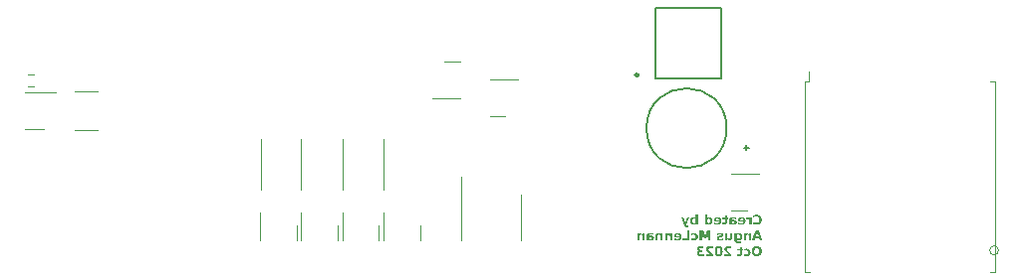
<source format=gbr>
%TF.GenerationSoftware,KiCad,Pcbnew,7.0.8-7.0.8~ubuntu22.04.1*%
%TF.CreationDate,2023-10-30T20:16:39+11:00*%
%TF.ProjectId,Strelka_Flight_Computer,53747265-6c6b-4615-9f46-6c696768745f,2*%
%TF.SameCoordinates,Original*%
%TF.FileFunction,Legend,Bot*%
%TF.FilePolarity,Positive*%
%FSLAX46Y46*%
G04 Gerber Fmt 4.6, Leading zero omitted, Abs format (unit mm)*
G04 Created by KiCad (PCBNEW 7.0.8-7.0.8~ubuntu22.04.1) date 2023-10-30 20:16:39*
%MOMM*%
%LPD*%
G01*
G04 APERTURE LIST*
%ADD10C,0.200000*%
%ADD11C,0.120000*%
%ADD12C,0.127000*%
%ADD13C,0.250000*%
G04 APERTURE END LIST*
D10*
G36*
X164045973Y-67428714D02*
G01*
X164053271Y-67432369D01*
X164060609Y-67435910D01*
X164067987Y-67439336D01*
X164075404Y-67442648D01*
X164082861Y-67445845D01*
X164090358Y-67448928D01*
X164097894Y-67451897D01*
X164105471Y-67454750D01*
X164113086Y-67457490D01*
X164120742Y-67460115D01*
X164128437Y-67462625D01*
X164136172Y-67465021D01*
X164143946Y-67467302D01*
X164151761Y-67469469D01*
X164159615Y-67471521D01*
X164167508Y-67473459D01*
X164175419Y-67475281D01*
X164183375Y-67476986D01*
X164191375Y-67478572D01*
X164199419Y-67480042D01*
X164207507Y-67481393D01*
X164215639Y-67482628D01*
X164223816Y-67483744D01*
X164232037Y-67484743D01*
X164240303Y-67485625D01*
X164248612Y-67486389D01*
X164256966Y-67487035D01*
X164265364Y-67487564D01*
X164273807Y-67487976D01*
X164282293Y-67488270D01*
X164290824Y-67488446D01*
X164299399Y-67488505D01*
X164312127Y-67488393D01*
X164324688Y-67488057D01*
X164337082Y-67487498D01*
X164349310Y-67486716D01*
X164361372Y-67485709D01*
X164373268Y-67484479D01*
X164384997Y-67483026D01*
X164396559Y-67481348D01*
X164407955Y-67479448D01*
X164419185Y-67477323D01*
X164430249Y-67474975D01*
X164441146Y-67472403D01*
X164451876Y-67469608D01*
X164462441Y-67466589D01*
X164472838Y-67463346D01*
X164483070Y-67459879D01*
X164493135Y-67456189D01*
X164503034Y-67452276D01*
X164512766Y-67448139D01*
X164522332Y-67443778D01*
X164531732Y-67439193D01*
X164540965Y-67434385D01*
X164550031Y-67429353D01*
X164558932Y-67424098D01*
X164567666Y-67418619D01*
X164576233Y-67412916D01*
X164584635Y-67406990D01*
X164592869Y-67400840D01*
X164600938Y-67394466D01*
X164608840Y-67387869D01*
X164616575Y-67381048D01*
X164624145Y-67374004D01*
X164631514Y-67366768D01*
X164638649Y-67359373D01*
X164645550Y-67351819D01*
X164652217Y-67344105D01*
X164658651Y-67336233D01*
X164664850Y-67328201D01*
X164670815Y-67320011D01*
X164676547Y-67311661D01*
X164682045Y-67303152D01*
X164687308Y-67294484D01*
X164692338Y-67285656D01*
X164697134Y-67276670D01*
X164701695Y-67267524D01*
X164706023Y-67258220D01*
X164710117Y-67248756D01*
X164713977Y-67239133D01*
X164717603Y-67229351D01*
X164720995Y-67219409D01*
X164724154Y-67209309D01*
X164727078Y-67199049D01*
X164729768Y-67188631D01*
X164732224Y-67178053D01*
X164734447Y-67167316D01*
X164736435Y-67156420D01*
X164738190Y-67145365D01*
X164739710Y-67134150D01*
X164740997Y-67122777D01*
X164742050Y-67111244D01*
X164742869Y-67099552D01*
X164743453Y-67087701D01*
X164743804Y-67075691D01*
X164743921Y-67063522D01*
X164743804Y-67051329D01*
X164743453Y-67039296D01*
X164742869Y-67027422D01*
X164742050Y-67015709D01*
X164740997Y-67004155D01*
X164739710Y-66992761D01*
X164738190Y-66981527D01*
X164736435Y-66970453D01*
X164734447Y-66959539D01*
X164732224Y-66948785D01*
X164729768Y-66938191D01*
X164727078Y-66927757D01*
X164724154Y-66917482D01*
X164720995Y-66907368D01*
X164717603Y-66897413D01*
X164713977Y-66887618D01*
X164710117Y-66877984D01*
X164706023Y-66868509D01*
X164701695Y-66859194D01*
X164697134Y-66850039D01*
X164692338Y-66841043D01*
X164687308Y-66832208D01*
X164682045Y-66823533D01*
X164676547Y-66815017D01*
X164670815Y-66806662D01*
X164664850Y-66798466D01*
X164658651Y-66790430D01*
X164652217Y-66782554D01*
X164645550Y-66774838D01*
X164638649Y-66767282D01*
X164631514Y-66759886D01*
X164624145Y-66752650D01*
X164616575Y-66745605D01*
X164608840Y-66738785D01*
X164600938Y-66732187D01*
X164592869Y-66725814D01*
X164584635Y-66719664D01*
X164576233Y-66713737D01*
X164567666Y-66708035D01*
X164558932Y-66702556D01*
X164550031Y-66697300D01*
X164540965Y-66692268D01*
X164531732Y-66687460D01*
X164522332Y-66682876D01*
X164512766Y-66678515D01*
X164503034Y-66674378D01*
X164493135Y-66670464D01*
X164483070Y-66666774D01*
X164472838Y-66663308D01*
X164462441Y-66660065D01*
X164451876Y-66657046D01*
X164441146Y-66654251D01*
X164430249Y-66651679D01*
X164419185Y-66649331D01*
X164407955Y-66647206D01*
X164396559Y-66645305D01*
X164384997Y-66643628D01*
X164373268Y-66642174D01*
X164361372Y-66640944D01*
X164349310Y-66639938D01*
X164337082Y-66639155D01*
X164324688Y-66638596D01*
X164312127Y-66638261D01*
X164299399Y-66638149D01*
X164290824Y-66638208D01*
X164282293Y-66638384D01*
X164273807Y-66638678D01*
X164265364Y-66639089D01*
X164256966Y-66639618D01*
X164248612Y-66640265D01*
X164240303Y-66641029D01*
X164232037Y-66641910D01*
X164223816Y-66642909D01*
X164215639Y-66644026D01*
X164207507Y-66645260D01*
X164199419Y-66646612D01*
X164191375Y-66648081D01*
X164183375Y-66649668D01*
X164175419Y-66651372D01*
X164167508Y-66653194D01*
X164159615Y-66655132D01*
X164151761Y-66657185D01*
X164143946Y-66659351D01*
X164136172Y-66661633D01*
X164128437Y-66664029D01*
X164120742Y-66666539D01*
X164113086Y-66669164D01*
X164105471Y-66671903D01*
X164097894Y-66674757D01*
X164090358Y-66677725D01*
X164082861Y-66680808D01*
X164075404Y-66684005D01*
X164067987Y-66687317D01*
X164060609Y-66690743D01*
X164053271Y-66694284D01*
X164045973Y-66697939D01*
X164045973Y-66863243D01*
X164053319Y-66858464D01*
X164060652Y-66853849D01*
X164067973Y-66849397D01*
X164075282Y-66845108D01*
X164082579Y-66840983D01*
X164089863Y-66837021D01*
X164097136Y-66833222D01*
X164104396Y-66829586D01*
X164111644Y-66826114D01*
X164118879Y-66822806D01*
X164126103Y-66819660D01*
X164136915Y-66815248D01*
X164147700Y-66811204D01*
X164158457Y-66807527D01*
X164162037Y-66806383D01*
X164172790Y-66803136D01*
X164183653Y-66800208D01*
X164194625Y-66797599D01*
X164205708Y-66795310D01*
X164216900Y-66793340D01*
X164228203Y-66791690D01*
X164239615Y-66790359D01*
X164251137Y-66789347D01*
X164262769Y-66788655D01*
X164270585Y-66788371D01*
X164278449Y-66788229D01*
X164282400Y-66788212D01*
X164296353Y-66788498D01*
X164309929Y-66789357D01*
X164323128Y-66790788D01*
X164335950Y-66792791D01*
X164348395Y-66795367D01*
X164360463Y-66798516D01*
X164372154Y-66802237D01*
X164383468Y-66806530D01*
X164394404Y-66811396D01*
X164404964Y-66816834D01*
X164415147Y-66822845D01*
X164424952Y-66829428D01*
X164434381Y-66836583D01*
X164443432Y-66844311D01*
X164452107Y-66852612D01*
X164460404Y-66861484D01*
X164468260Y-66870860D01*
X164475608Y-66880670D01*
X164482450Y-66890913D01*
X164488785Y-66901589D01*
X164494614Y-66912699D01*
X164499935Y-66924243D01*
X164504750Y-66936220D01*
X164509057Y-66948630D01*
X164512858Y-66961474D01*
X164516153Y-66974752D01*
X164518940Y-66988463D01*
X164521221Y-67002608D01*
X164522995Y-67017186D01*
X164524262Y-67032198D01*
X164525022Y-67047643D01*
X164525212Y-67055529D01*
X164525275Y-67063522D01*
X164525212Y-67071492D01*
X164525022Y-67079354D01*
X164524262Y-67094755D01*
X164522995Y-67109725D01*
X164521221Y-67124265D01*
X164518940Y-67138375D01*
X164516153Y-67152054D01*
X164512858Y-67165303D01*
X164509057Y-67178121D01*
X164504750Y-67190509D01*
X164499935Y-67202466D01*
X164494614Y-67213993D01*
X164488785Y-67225089D01*
X164482450Y-67235755D01*
X164475608Y-67245990D01*
X164468260Y-67255795D01*
X164460404Y-67265169D01*
X164452107Y-67274042D01*
X164443432Y-67282342D01*
X164434381Y-67290070D01*
X164424952Y-67297226D01*
X164415147Y-67303809D01*
X164404964Y-67309820D01*
X164394404Y-67315258D01*
X164383468Y-67320124D01*
X164372154Y-67324417D01*
X164360463Y-67328138D01*
X164348395Y-67331286D01*
X164335950Y-67333862D01*
X164323128Y-67335866D01*
X164309929Y-67337297D01*
X164296353Y-67338156D01*
X164282400Y-67338442D01*
X164274511Y-67338372D01*
X164266671Y-67338161D01*
X164255002Y-67337582D01*
X164243443Y-67336686D01*
X164231994Y-67335475D01*
X164220655Y-67333948D01*
X164209426Y-67332105D01*
X164198307Y-67329945D01*
X164187298Y-67327470D01*
X164176399Y-67324679D01*
X164165609Y-67321572D01*
X164162037Y-67320466D01*
X164151289Y-67316876D01*
X164140513Y-67312923D01*
X164129710Y-67308606D01*
X164122493Y-67305525D01*
X164115263Y-67302283D01*
X164108021Y-67298879D01*
X164100767Y-67295313D01*
X164093501Y-67291585D01*
X164086223Y-67287696D01*
X164078932Y-67283644D01*
X164071629Y-67279431D01*
X164064314Y-67275056D01*
X164056987Y-67270519D01*
X164049647Y-67265821D01*
X164045973Y-67263411D01*
X164045973Y-67428714D01*
G37*
G36*
X163426769Y-67038316D02*
G01*
X163434824Y-67034510D01*
X163442869Y-67031027D01*
X163450906Y-67027869D01*
X163458932Y-67025036D01*
X163466949Y-67022526D01*
X163474957Y-67020342D01*
X163478157Y-67019558D01*
X163486161Y-67017757D01*
X163494174Y-67016261D01*
X163502197Y-67015071D01*
X163510229Y-67014185D01*
X163518271Y-67013605D01*
X163526323Y-67013330D01*
X163529546Y-67013306D01*
X163538887Y-67013494D01*
X163547956Y-67014057D01*
X163556753Y-67014996D01*
X163565279Y-67016310D01*
X163573533Y-67018000D01*
X163581515Y-67020065D01*
X163589225Y-67022506D01*
X163596664Y-67025323D01*
X163603831Y-67028515D01*
X163614072Y-67034007D01*
X163623702Y-67040344D01*
X163632720Y-67047525D01*
X163641127Y-67055552D01*
X163646392Y-67061373D01*
X163651337Y-67067543D01*
X163655963Y-67074037D01*
X163660270Y-67080854D01*
X163664258Y-67087995D01*
X163667927Y-67095460D01*
X163671277Y-67103248D01*
X163674308Y-67111360D01*
X163677020Y-67119796D01*
X163679413Y-67128555D01*
X163681486Y-67137638D01*
X163683241Y-67147044D01*
X163684677Y-67156774D01*
X163685793Y-67166828D01*
X163686591Y-67177205D01*
X163687070Y-67187906D01*
X163687229Y-67198930D01*
X163687229Y-67476000D01*
X163883991Y-67476000D01*
X163883991Y-66863243D01*
X163687229Y-66863243D01*
X163687229Y-66963285D01*
X163682447Y-66956081D01*
X163677578Y-66949125D01*
X163672623Y-66942416D01*
X163667580Y-66935954D01*
X163662450Y-66929740D01*
X163657233Y-66923773D01*
X163649245Y-66915285D01*
X163641060Y-66907355D01*
X163632680Y-66899981D01*
X163624105Y-66893163D01*
X163615333Y-66886901D01*
X163606366Y-66881196D01*
X163600279Y-66877702D01*
X163590875Y-66872883D01*
X163581127Y-66868539D01*
X163571036Y-66864668D01*
X163560601Y-66861271D01*
X163549823Y-66858348D01*
X163538702Y-66855899D01*
X163527237Y-66853924D01*
X163519403Y-66852871D01*
X163511416Y-66852028D01*
X163503277Y-66851396D01*
X163494985Y-66850975D01*
X163486540Y-66850764D01*
X163482260Y-66850738D01*
X163473906Y-66850867D01*
X163465736Y-66851215D01*
X163460767Y-66851519D01*
X163452551Y-66852057D01*
X163444521Y-66852735D01*
X163436433Y-66853509D01*
X163427355Y-66854450D01*
X163426769Y-67038316D01*
G37*
G36*
X163047039Y-66850821D02*
G01*
X163056792Y-66851071D01*
X163066412Y-66851487D01*
X163075898Y-66852069D01*
X163085252Y-66852818D01*
X163094472Y-66853733D01*
X163103559Y-66854814D01*
X163112513Y-66856062D01*
X163121334Y-66857477D01*
X163130022Y-66859057D01*
X163138576Y-66860804D01*
X163146997Y-66862718D01*
X163155286Y-66864798D01*
X163163440Y-66867044D01*
X163171462Y-66869457D01*
X163179351Y-66872036D01*
X163187106Y-66874781D01*
X163194728Y-66877693D01*
X163202217Y-66880771D01*
X163209573Y-66884016D01*
X163216795Y-66887427D01*
X163223884Y-66891004D01*
X163230841Y-66894748D01*
X163237663Y-66898658D01*
X163250910Y-66906978D01*
X163263623Y-66915963D01*
X163275804Y-66925614D01*
X163287452Y-66935930D01*
X163298455Y-66946826D01*
X163308747Y-66958217D01*
X163318330Y-66970102D01*
X163327203Y-66982482D01*
X163335366Y-66995357D01*
X163342819Y-67008726D01*
X163349563Y-67022590D01*
X163355596Y-67036949D01*
X163358347Y-67044313D01*
X163360920Y-67051802D01*
X163363316Y-67059414D01*
X163365534Y-67067149D01*
X163367575Y-67075008D01*
X163369438Y-67082991D01*
X163371124Y-67091098D01*
X163372632Y-67099328D01*
X163373963Y-67107682D01*
X163375116Y-67116160D01*
X163376093Y-67124761D01*
X163376891Y-67133486D01*
X163377512Y-67142334D01*
X163377956Y-67151306D01*
X163378222Y-67160402D01*
X163378311Y-67169621D01*
X163378220Y-67179008D01*
X163377949Y-67188262D01*
X163377497Y-67197385D01*
X163376864Y-67206377D01*
X163376050Y-67215236D01*
X163375055Y-67223965D01*
X163373879Y-67232561D01*
X163372522Y-67241026D01*
X163370985Y-67249359D01*
X163369266Y-67257560D01*
X163367367Y-67265630D01*
X163365286Y-67273568D01*
X163363025Y-67281374D01*
X163360583Y-67289049D01*
X163357960Y-67296592D01*
X163355157Y-67304004D01*
X163352172Y-67311283D01*
X163349006Y-67318432D01*
X163342132Y-67332333D01*
X163334535Y-67345707D01*
X163326214Y-67358555D01*
X163317169Y-67370877D01*
X163307401Y-67382671D01*
X163296909Y-67393939D01*
X163285694Y-67404681D01*
X163273827Y-67414831D01*
X163267676Y-67419661D01*
X163261379Y-67424327D01*
X163254938Y-67428829D01*
X163248352Y-67433168D01*
X163241621Y-67437343D01*
X163234745Y-67441354D01*
X163227724Y-67445201D01*
X163220557Y-67448885D01*
X163213246Y-67452405D01*
X163205790Y-67455761D01*
X163198189Y-67458953D01*
X163190442Y-67461982D01*
X163182551Y-67464847D01*
X163174515Y-67467549D01*
X163166333Y-67470086D01*
X163158007Y-67472460D01*
X163149535Y-67474670D01*
X163140919Y-67476717D01*
X163132157Y-67478600D01*
X163123251Y-67480319D01*
X163114199Y-67481874D01*
X163105003Y-67483266D01*
X163095661Y-67484494D01*
X163086175Y-67485558D01*
X163076543Y-67486458D01*
X163066767Y-67487195D01*
X163056845Y-67487768D01*
X163046779Y-67488177D01*
X163036567Y-67488423D01*
X163026210Y-67488505D01*
X163017467Y-67488456D01*
X163008726Y-67488309D01*
X162999985Y-67488065D01*
X162991247Y-67487723D01*
X162982510Y-67487284D01*
X162973774Y-67486746D01*
X162965040Y-67486111D01*
X162956308Y-67485378D01*
X162947577Y-67484548D01*
X162938848Y-67483620D01*
X162930120Y-67482594D01*
X162921393Y-67481471D01*
X162912669Y-67480249D01*
X162903945Y-67478930D01*
X162895224Y-67477514D01*
X162886503Y-67476000D01*
X162877784Y-67474365D01*
X162869064Y-67472635D01*
X162860345Y-67470811D01*
X162851625Y-67468892D01*
X162842906Y-67466879D01*
X162834187Y-67464770D01*
X162825467Y-67462568D01*
X162816748Y-67460270D01*
X162808028Y-67457878D01*
X162799309Y-67455392D01*
X162790589Y-67452810D01*
X162781870Y-67450134D01*
X162773150Y-67447364D01*
X162764431Y-67444498D01*
X162755711Y-67441538D01*
X162746992Y-67438484D01*
X162746992Y-67288421D01*
X162755575Y-67293061D01*
X162764129Y-67297553D01*
X162772653Y-67301896D01*
X162781149Y-67306092D01*
X162789616Y-67310140D01*
X162798054Y-67314039D01*
X162806463Y-67317790D01*
X162814842Y-67321394D01*
X162823193Y-67324849D01*
X162831515Y-67328156D01*
X162839808Y-67331315D01*
X162848072Y-67334326D01*
X162856307Y-67337189D01*
X162864512Y-67339904D01*
X162872689Y-67342471D01*
X162880837Y-67344890D01*
X162884901Y-67346032D01*
X162893011Y-67348207D01*
X162901099Y-67350238D01*
X162909163Y-67352123D01*
X162917205Y-67353863D01*
X162925224Y-67355458D01*
X162933220Y-67356908D01*
X162941193Y-67358214D01*
X162949143Y-67359374D01*
X162957070Y-67360389D01*
X162964974Y-67361259D01*
X162972856Y-67361984D01*
X162980714Y-67362564D01*
X162988550Y-67362999D01*
X162996362Y-67363289D01*
X163008039Y-67363452D01*
X163017528Y-67363318D01*
X163026751Y-67362915D01*
X163035706Y-67362243D01*
X163044394Y-67361303D01*
X163052815Y-67360094D01*
X163060969Y-67358616D01*
X163068856Y-67356870D01*
X163080185Y-67353747D01*
X163090913Y-67350019D01*
X163101040Y-67345687D01*
X163110566Y-67340750D01*
X163119491Y-67335209D01*
X163127815Y-67329063D01*
X163135526Y-67322313D01*
X163142612Y-67314958D01*
X163149072Y-67306999D01*
X163154908Y-67298435D01*
X163160118Y-67289267D01*
X163164704Y-67279494D01*
X163168664Y-67269117D01*
X163171999Y-67258135D01*
X163173875Y-67250478D01*
X163175473Y-67242552D01*
X163176794Y-67234358D01*
X163177836Y-67225895D01*
X162717878Y-67225895D01*
X162717878Y-67168254D01*
X162717963Y-67159273D01*
X162718218Y-67150407D01*
X162718644Y-67141654D01*
X162719240Y-67133015D01*
X162720006Y-67124490D01*
X162720942Y-67116079D01*
X162722048Y-67107781D01*
X162723131Y-67100842D01*
X162920111Y-67100842D01*
X163175687Y-67100842D01*
X163174482Y-67093382D01*
X163172281Y-67082605D01*
X163169605Y-67072327D01*
X163166456Y-67062547D01*
X163162832Y-67053265D01*
X163158735Y-67044481D01*
X163154163Y-67036194D01*
X163149117Y-67028406D01*
X163143598Y-67021116D01*
X163137604Y-67014324D01*
X163131137Y-67008030D01*
X163126584Y-67004126D01*
X163119443Y-66998742D01*
X163111927Y-66993925D01*
X163104037Y-66989675D01*
X163095773Y-66985991D01*
X163087134Y-66982874D01*
X163078121Y-66980324D01*
X163068733Y-66978340D01*
X163058972Y-66976924D01*
X163048835Y-66976074D01*
X163038325Y-66975790D01*
X163031809Y-66975924D01*
X163022330Y-66976630D01*
X163013204Y-66977939D01*
X163004433Y-66979854D01*
X162996015Y-66982372D01*
X162987951Y-66985496D01*
X162980241Y-66989224D01*
X162972884Y-66993556D01*
X162965882Y-66998493D01*
X162959233Y-67004034D01*
X162952937Y-67010180D01*
X162948962Y-67014564D01*
X162943481Y-67021461D01*
X162938576Y-67028742D01*
X162934248Y-67036408D01*
X162930498Y-67044459D01*
X162927324Y-67052895D01*
X162924727Y-67061715D01*
X162922708Y-67070920D01*
X162921265Y-67080509D01*
X162920400Y-67090484D01*
X162920111Y-67100842D01*
X162723131Y-67100842D01*
X162723325Y-67099597D01*
X162724771Y-67091527D01*
X162726388Y-67083570D01*
X162728176Y-67075727D01*
X162730133Y-67067998D01*
X162732261Y-67060383D01*
X162734558Y-67052881D01*
X162739665Y-67038219D01*
X162745452Y-67024011D01*
X162751919Y-67010259D01*
X162759068Y-66996961D01*
X162766898Y-66984119D01*
X162775408Y-66971731D01*
X162784599Y-66959798D01*
X162794471Y-66948320D01*
X162805024Y-66937297D01*
X162810515Y-66931972D01*
X162821839Y-66921828D01*
X162833618Y-66912361D01*
X162845851Y-66903570D01*
X162858539Y-66895455D01*
X162871683Y-66888016D01*
X162885281Y-66881253D01*
X162899334Y-66875167D01*
X162913842Y-66869757D01*
X162921267Y-66867306D01*
X162928805Y-66865024D01*
X162936457Y-66862910D01*
X162944223Y-66860966D01*
X162952102Y-66859191D01*
X162960096Y-66857585D01*
X162968203Y-66856148D01*
X162976423Y-66854880D01*
X162984758Y-66853781D01*
X162993206Y-66852851D01*
X163001768Y-66852090D01*
X163010443Y-66851499D01*
X163019233Y-66851076D01*
X163028136Y-66850822D01*
X163037152Y-66850738D01*
X163047039Y-66850821D01*
G37*
G36*
X162318444Y-66850763D02*
G01*
X162326409Y-66850839D01*
X162334375Y-66850964D01*
X162342342Y-66851141D01*
X162350312Y-66851367D01*
X162358282Y-66851645D01*
X162366255Y-66851972D01*
X162374228Y-66852350D01*
X162382204Y-66852778D01*
X162390181Y-66853257D01*
X162398159Y-66853786D01*
X162406139Y-66854365D01*
X162414120Y-66854995D01*
X162422103Y-66855675D01*
X162430087Y-66856405D01*
X162438073Y-66857186D01*
X162446033Y-66857991D01*
X162453989Y-66858844D01*
X162461940Y-66859744D01*
X162469886Y-66860691D01*
X162477828Y-66861685D01*
X162485765Y-66862727D01*
X162493697Y-66863816D01*
X162501625Y-66864953D01*
X162509549Y-66866137D01*
X162517468Y-66867368D01*
X162525382Y-66868646D01*
X162533292Y-66869972D01*
X162541197Y-66871345D01*
X162549097Y-66872765D01*
X162556993Y-66874233D01*
X162564884Y-66875748D01*
X162564884Y-67025811D01*
X162559017Y-67022734D01*
X162550105Y-67018301D01*
X162541058Y-67014087D01*
X162531878Y-67010094D01*
X162522564Y-67006321D01*
X162513116Y-67002767D01*
X162503534Y-66999433D01*
X162493818Y-66996319D01*
X162483967Y-66993424D01*
X162473983Y-66990750D01*
X162463866Y-66988295D01*
X162453567Y-66986061D01*
X162443113Y-66984046D01*
X162432505Y-66982250D01*
X162421743Y-66980675D01*
X162410826Y-66979319D01*
X162399754Y-66978184D01*
X162388528Y-66977268D01*
X162377147Y-66976572D01*
X162365612Y-66976095D01*
X162353922Y-66975839D01*
X162346043Y-66975790D01*
X162341210Y-66975810D01*
X162331787Y-66975972D01*
X162322686Y-66976296D01*
X162313907Y-66976781D01*
X162305450Y-66977428D01*
X162297315Y-66978238D01*
X162285717Y-66979755D01*
X162274843Y-66981636D01*
X162264695Y-66983881D01*
X162255270Y-66986490D01*
X162246571Y-66989463D01*
X162238596Y-66992801D01*
X162231346Y-66996502D01*
X162229074Y-66997820D01*
X162220707Y-67003556D01*
X162213495Y-67010038D01*
X162207436Y-67017264D01*
X162202531Y-67025236D01*
X162198781Y-67033952D01*
X162196184Y-67043414D01*
X162194741Y-67053620D01*
X162194417Y-67061764D01*
X162194417Y-67075832D01*
X162310481Y-67075832D01*
X162320351Y-67075882D01*
X162330056Y-67076031D01*
X162339594Y-67076280D01*
X162348968Y-67076629D01*
X162358175Y-67077077D01*
X162367217Y-67077625D01*
X162376093Y-67078272D01*
X162384804Y-67079019D01*
X162393349Y-67079866D01*
X162401729Y-67080812D01*
X162409942Y-67081858D01*
X162417991Y-67083004D01*
X162425873Y-67084249D01*
X162433590Y-67085593D01*
X162448527Y-67088581D01*
X162462802Y-67091968D01*
X162476413Y-67095753D01*
X162489363Y-67099936D01*
X162501650Y-67104518D01*
X162513274Y-67109499D01*
X162524236Y-67114877D01*
X162534536Y-67120654D01*
X162544173Y-67126830D01*
X162553187Y-67133408D01*
X162561621Y-67140440D01*
X162569472Y-67147928D01*
X162576742Y-67155870D01*
X162583431Y-67164268D01*
X162589538Y-67173120D01*
X162595063Y-67182427D01*
X162600006Y-67192189D01*
X162604369Y-67202406D01*
X162608149Y-67213078D01*
X162611348Y-67224205D01*
X162613965Y-67235787D01*
X162616001Y-67247823D01*
X162617455Y-67260315D01*
X162618327Y-67273261D01*
X162618618Y-67286662D01*
X162618385Y-67297719D01*
X162617687Y-67308516D01*
X162616523Y-67319054D01*
X162614893Y-67329332D01*
X162612798Y-67339350D01*
X162610237Y-67349109D01*
X162607211Y-67358609D01*
X162603719Y-67367849D01*
X162599761Y-67376829D01*
X162595338Y-67385550D01*
X162590450Y-67394012D01*
X162585095Y-67402214D01*
X162579276Y-67410156D01*
X162572990Y-67417839D01*
X162566239Y-67425263D01*
X162559023Y-67432427D01*
X162551432Y-67439217D01*
X162543559Y-67445570D01*
X162535403Y-67451484D01*
X162526966Y-67456961D01*
X162518245Y-67461999D01*
X162509243Y-67466599D01*
X162499958Y-67470761D01*
X162490390Y-67474485D01*
X162480540Y-67477771D01*
X162470408Y-67480619D01*
X162459994Y-67483028D01*
X162449296Y-67485000D01*
X162438317Y-67486533D01*
X162427055Y-67487629D01*
X162415511Y-67488286D01*
X162403684Y-67488505D01*
X162394926Y-67488400D01*
X162386334Y-67488086D01*
X162377908Y-67487564D01*
X162369649Y-67486832D01*
X162361556Y-67485891D01*
X162353630Y-67484740D01*
X162345870Y-67483381D01*
X162334541Y-67480950D01*
X162323588Y-67478048D01*
X162313008Y-67474676D01*
X162302803Y-67470833D01*
X162292973Y-67466520D01*
X162283517Y-67461736D01*
X162274300Y-67456400D01*
X162265262Y-67450504D01*
X162256403Y-67444049D01*
X162247723Y-67437034D01*
X162239221Y-67429458D01*
X162230898Y-67421323D01*
X162225448Y-67415589D01*
X162220078Y-67409606D01*
X162214787Y-67403374D01*
X162209575Y-67396893D01*
X162204443Y-67390163D01*
X162199390Y-67383185D01*
X162194417Y-67375958D01*
X162194417Y-67476000D01*
X161996092Y-67476000D01*
X161996092Y-67188379D01*
X162194417Y-67188379D01*
X162194417Y-67212803D01*
X162194565Y-67220803D01*
X162195342Y-67232485D01*
X162196786Y-67243786D01*
X162198896Y-67254705D01*
X162201672Y-67265243D01*
X162205115Y-67275400D01*
X162209224Y-67285176D01*
X162213999Y-67294570D01*
X162219441Y-67303583D01*
X162225549Y-67312215D01*
X162232323Y-67320466D01*
X162237130Y-67325671D01*
X162244598Y-67332850D01*
X162252376Y-67339272D01*
X162260462Y-67344940D01*
X162268857Y-67349851D01*
X162277562Y-67354007D01*
X162286576Y-67357407D01*
X162295899Y-67360052D01*
X162305531Y-67361941D01*
X162315472Y-67363075D01*
X162325722Y-67363452D01*
X162328487Y-67363430D01*
X162336554Y-67363095D01*
X162346775Y-67362024D01*
X162356386Y-67360238D01*
X162365387Y-67357737D01*
X162373777Y-67354522D01*
X162381556Y-67350593D01*
X162388724Y-67345949D01*
X162395282Y-67340591D01*
X162401144Y-67334604D01*
X162406224Y-67328074D01*
X162410523Y-67321000D01*
X162414040Y-67313383D01*
X162416775Y-67305222D01*
X162418729Y-67296518D01*
X162419902Y-67287270D01*
X162420293Y-67277479D01*
X162420262Y-67274752D01*
X162419807Y-67266824D01*
X162418351Y-67256840D01*
X162415924Y-67247529D01*
X162412526Y-67238889D01*
X162408157Y-67230920D01*
X162402817Y-67223623D01*
X162396506Y-67216998D01*
X162389225Y-67211045D01*
X162380982Y-67205733D01*
X162371786Y-67201129D01*
X162364264Y-67198140D01*
X162356206Y-67195551D01*
X162347613Y-67193359D01*
X162338483Y-67191566D01*
X162328818Y-67190172D01*
X162318617Y-67189176D01*
X162307881Y-67188578D01*
X162296608Y-67188379D01*
X162194417Y-67188379D01*
X161996092Y-67188379D01*
X161996092Y-67117060D01*
X161996164Y-67108320D01*
X161996381Y-67099733D01*
X161996742Y-67091299D01*
X161997249Y-67083019D01*
X161997900Y-67074892D01*
X161998695Y-67066919D01*
X162000720Y-67051432D01*
X162003323Y-67036559D01*
X162006506Y-67022300D01*
X162010266Y-67008655D01*
X162014605Y-66995623D01*
X162019523Y-66983204D01*
X162025019Y-66971400D01*
X162031094Y-66960209D01*
X162037747Y-66949632D01*
X162044979Y-66939668D01*
X162052790Y-66930318D01*
X162061179Y-66921582D01*
X162070146Y-66913459D01*
X162079740Y-66905864D01*
X162090058Y-66898759D01*
X162101099Y-66892144D01*
X162112864Y-66886019D01*
X162125353Y-66880384D01*
X162138565Y-66875238D01*
X162152500Y-66870583D01*
X162167159Y-66866418D01*
X162174760Y-66864519D01*
X162182542Y-66862743D01*
X162190505Y-66861089D01*
X162198648Y-66859558D01*
X162206973Y-66858149D01*
X162215478Y-66856863D01*
X162224164Y-66855699D01*
X162233032Y-66854658D01*
X162242080Y-66853739D01*
X162251309Y-66852943D01*
X162260718Y-66852269D01*
X162270309Y-66851718D01*
X162280081Y-66851289D01*
X162290033Y-66850983D01*
X162300167Y-66850799D01*
X162310481Y-66850738D01*
X162318444Y-66850763D01*
G37*
G36*
X161601981Y-66688170D02*
G01*
X161601981Y-66863243D01*
X161399162Y-66863243D01*
X161399162Y-67000801D01*
X161601981Y-67000801D01*
X161601981Y-67264583D01*
X161601832Y-67272469D01*
X161601168Y-67282214D01*
X161599973Y-67291080D01*
X161598246Y-67299067D01*
X161595341Y-67307814D01*
X161591606Y-67315187D01*
X161586028Y-67322221D01*
X161584982Y-67323201D01*
X161577359Y-67328381D01*
X161569213Y-67331878D01*
X161561520Y-67334141D01*
X161552784Y-67335927D01*
X161543004Y-67337236D01*
X161534983Y-67337906D01*
X161526375Y-67338308D01*
X161517180Y-67338442D01*
X161416161Y-67338442D01*
X161416161Y-67476000D01*
X161584787Y-67476000D01*
X161599079Y-67475812D01*
X161612841Y-67475248D01*
X161626074Y-67474310D01*
X161638777Y-67472995D01*
X161650950Y-67471305D01*
X161662593Y-67469240D01*
X161673707Y-67466799D01*
X161684291Y-67463983D01*
X161694346Y-67460791D01*
X161703870Y-67457223D01*
X161712865Y-67453280D01*
X161721331Y-67448962D01*
X161729266Y-67444268D01*
X161736672Y-67439198D01*
X161743548Y-67433753D01*
X161749895Y-67427933D01*
X161755786Y-67421662D01*
X161761298Y-67414866D01*
X161766429Y-67407544D01*
X161771181Y-67399698D01*
X161775552Y-67391327D01*
X161779543Y-67382430D01*
X161783154Y-67373008D01*
X161786385Y-67363062D01*
X161789235Y-67352590D01*
X161791706Y-67341593D01*
X161793797Y-67330071D01*
X161795507Y-67318023D01*
X161796838Y-67305451D01*
X161797788Y-67292353D01*
X161798358Y-67278731D01*
X161798548Y-67264583D01*
X161798548Y-67000801D01*
X161896441Y-67000801D01*
X161896441Y-66863243D01*
X161798548Y-66863243D01*
X161798548Y-66688170D01*
X161601981Y-66688170D01*
G37*
G36*
X160996180Y-66850821D02*
G01*
X161005933Y-66851071D01*
X161015553Y-66851487D01*
X161025040Y-66852069D01*
X161034394Y-66852818D01*
X161043614Y-66853733D01*
X161052701Y-66854814D01*
X161061655Y-66856062D01*
X161070476Y-66857477D01*
X161079164Y-66859057D01*
X161087718Y-66860804D01*
X161096139Y-66862718D01*
X161104427Y-66864798D01*
X161112582Y-66867044D01*
X161120604Y-66869457D01*
X161128492Y-66872036D01*
X161136247Y-66874781D01*
X161143870Y-66877693D01*
X161151358Y-66880771D01*
X161158714Y-66884016D01*
X161165937Y-66887427D01*
X161173026Y-66891004D01*
X161179982Y-66894748D01*
X161186805Y-66898658D01*
X161200052Y-66906978D01*
X161212765Y-66915963D01*
X161224946Y-66925614D01*
X161236594Y-66935930D01*
X161247596Y-66946826D01*
X161257889Y-66958217D01*
X161267472Y-66970102D01*
X161276345Y-66982482D01*
X161284508Y-66995357D01*
X161291961Y-67008726D01*
X161298704Y-67022590D01*
X161304738Y-67036949D01*
X161307488Y-67044313D01*
X161310062Y-67051802D01*
X161312457Y-67059414D01*
X161314675Y-67067149D01*
X161316716Y-67075008D01*
X161318580Y-67082991D01*
X161320265Y-67091098D01*
X161321774Y-67099328D01*
X161323105Y-67107682D01*
X161324258Y-67116160D01*
X161325234Y-67124761D01*
X161326033Y-67133486D01*
X161326654Y-67142334D01*
X161327097Y-67151306D01*
X161327364Y-67160402D01*
X161327452Y-67169621D01*
X161327362Y-67179008D01*
X161327091Y-67188262D01*
X161326638Y-67197385D01*
X161326005Y-67206377D01*
X161325191Y-67215236D01*
X161324196Y-67223965D01*
X161323021Y-67232561D01*
X161321664Y-67241026D01*
X161320126Y-67249359D01*
X161318408Y-67257560D01*
X161316508Y-67265630D01*
X161314428Y-67273568D01*
X161312167Y-67281374D01*
X161309725Y-67289049D01*
X161307102Y-67296592D01*
X161304298Y-67304004D01*
X161301313Y-67311283D01*
X161298148Y-67318432D01*
X161291274Y-67332333D01*
X161283676Y-67345707D01*
X161275355Y-67358555D01*
X161266311Y-67370877D01*
X161256543Y-67382671D01*
X161246051Y-67393939D01*
X161234836Y-67404681D01*
X161222968Y-67414831D01*
X161216817Y-67419661D01*
X161210521Y-67424327D01*
X161204080Y-67428829D01*
X161197494Y-67433168D01*
X161190763Y-67437343D01*
X161183886Y-67441354D01*
X161176865Y-67445201D01*
X161169699Y-67448885D01*
X161162388Y-67452405D01*
X161154931Y-67455761D01*
X161147330Y-67458953D01*
X161139584Y-67461982D01*
X161131693Y-67464847D01*
X161123656Y-67467549D01*
X161115475Y-67470086D01*
X161107148Y-67472460D01*
X161098677Y-67474670D01*
X161090061Y-67476717D01*
X161081299Y-67478600D01*
X161072393Y-67480319D01*
X161063341Y-67481874D01*
X161054145Y-67483266D01*
X161044803Y-67484494D01*
X161035317Y-67485558D01*
X161025685Y-67486458D01*
X161015908Y-67487195D01*
X161005987Y-67487768D01*
X160995920Y-67488177D01*
X160985709Y-67488423D01*
X160975352Y-67488505D01*
X160966609Y-67488456D01*
X160957867Y-67488309D01*
X160949127Y-67488065D01*
X160940389Y-67487723D01*
X160931652Y-67487284D01*
X160922916Y-67486746D01*
X160914182Y-67486111D01*
X160905450Y-67485378D01*
X160896719Y-67484548D01*
X160887989Y-67483620D01*
X160879261Y-67482594D01*
X160870535Y-67481471D01*
X160861810Y-67480249D01*
X160853087Y-67478930D01*
X160844365Y-67477514D01*
X160835645Y-67476000D01*
X160826926Y-67474365D01*
X160818206Y-67472635D01*
X160809487Y-67470811D01*
X160800767Y-67468892D01*
X160792048Y-67466879D01*
X160783328Y-67464770D01*
X160774609Y-67462568D01*
X160765889Y-67460270D01*
X160757170Y-67457878D01*
X160748450Y-67455392D01*
X160739731Y-67452810D01*
X160731011Y-67450134D01*
X160722292Y-67447364D01*
X160713572Y-67444498D01*
X160704853Y-67441538D01*
X160696133Y-67438484D01*
X160696133Y-67288421D01*
X160704716Y-67293061D01*
X160713270Y-67297553D01*
X160721795Y-67301896D01*
X160730291Y-67306092D01*
X160738758Y-67310140D01*
X160747196Y-67314039D01*
X160755604Y-67317790D01*
X160763984Y-67321394D01*
X160772335Y-67324849D01*
X160780657Y-67328156D01*
X160788950Y-67331315D01*
X160797213Y-67334326D01*
X160805448Y-67337189D01*
X160813654Y-67339904D01*
X160821831Y-67342471D01*
X160829979Y-67344890D01*
X160834042Y-67346032D01*
X160842153Y-67348207D01*
X160850240Y-67350238D01*
X160858305Y-67352123D01*
X160866347Y-67353863D01*
X160874365Y-67355458D01*
X160882361Y-67356908D01*
X160890334Y-67358214D01*
X160898284Y-67359374D01*
X160906212Y-67360389D01*
X160914116Y-67361259D01*
X160921997Y-67361984D01*
X160929856Y-67362564D01*
X160937691Y-67362999D01*
X160945504Y-67363289D01*
X160957180Y-67363452D01*
X160966670Y-67363318D01*
X160975892Y-67362915D01*
X160984848Y-67362243D01*
X160993536Y-67361303D01*
X161001957Y-67360094D01*
X161010111Y-67358616D01*
X161017997Y-67356870D01*
X161029327Y-67353747D01*
X161040055Y-67350019D01*
X161050182Y-67345687D01*
X161059708Y-67340750D01*
X161068633Y-67335209D01*
X161076957Y-67329063D01*
X161084668Y-67322313D01*
X161091753Y-67314958D01*
X161098214Y-67306999D01*
X161104050Y-67298435D01*
X161109260Y-67289267D01*
X161113845Y-67279494D01*
X161117805Y-67269117D01*
X161121140Y-67258135D01*
X161123017Y-67250478D01*
X161124615Y-67242552D01*
X161125935Y-67234358D01*
X161126978Y-67225895D01*
X160667020Y-67225895D01*
X160667020Y-67168254D01*
X160667105Y-67159273D01*
X160667360Y-67150407D01*
X160667786Y-67141654D01*
X160668381Y-67133015D01*
X160669147Y-67124490D01*
X160670083Y-67116079D01*
X160671190Y-67107781D01*
X160672272Y-67100842D01*
X160869253Y-67100842D01*
X161124829Y-67100842D01*
X161123624Y-67093382D01*
X161121422Y-67082605D01*
X161118747Y-67072327D01*
X161115597Y-67062547D01*
X161111974Y-67053265D01*
X161107876Y-67044481D01*
X161103305Y-67036194D01*
X161098259Y-67028406D01*
X161092740Y-67021116D01*
X161086746Y-67014324D01*
X161080279Y-67008030D01*
X161075726Y-67004126D01*
X161068585Y-66998742D01*
X161061069Y-66993925D01*
X161053179Y-66989675D01*
X161044915Y-66985991D01*
X161036276Y-66982874D01*
X161027263Y-66980324D01*
X161017875Y-66978340D01*
X161008113Y-66976924D01*
X160997977Y-66976074D01*
X160987466Y-66975790D01*
X160980950Y-66975924D01*
X160971471Y-66976630D01*
X160962346Y-66977939D01*
X160953574Y-66979854D01*
X160945157Y-66982372D01*
X160937093Y-66985496D01*
X160929382Y-66989224D01*
X160922026Y-66993556D01*
X160915023Y-66998493D01*
X160908374Y-67004034D01*
X160902079Y-67010180D01*
X160898104Y-67014564D01*
X160892622Y-67021461D01*
X160887718Y-67028742D01*
X160883390Y-67036408D01*
X160879639Y-67044459D01*
X160876466Y-67052895D01*
X160873869Y-67061715D01*
X160871849Y-67070920D01*
X160870407Y-67080509D01*
X160869541Y-67090484D01*
X160869253Y-67100842D01*
X160672272Y-67100842D01*
X160672466Y-67099597D01*
X160673913Y-67091527D01*
X160675530Y-67083570D01*
X160677317Y-67075727D01*
X160679275Y-67067998D01*
X160681402Y-67060383D01*
X160683700Y-67052881D01*
X160688806Y-67038219D01*
X160694593Y-67024011D01*
X160701061Y-67010259D01*
X160708210Y-66996961D01*
X160716039Y-66984119D01*
X160724550Y-66971731D01*
X160733741Y-66959798D01*
X160743613Y-66948320D01*
X160754166Y-66937297D01*
X160759657Y-66931972D01*
X160770981Y-66921828D01*
X160782759Y-66912361D01*
X160794993Y-66903570D01*
X160807681Y-66895455D01*
X160820824Y-66888016D01*
X160834423Y-66881253D01*
X160848476Y-66875167D01*
X160862984Y-66869757D01*
X160870408Y-66867306D01*
X160877947Y-66865024D01*
X160885599Y-66862910D01*
X160893365Y-66860966D01*
X160901244Y-66859191D01*
X160909237Y-66857585D01*
X160917344Y-66856148D01*
X160925565Y-66854880D01*
X160933899Y-66853781D01*
X160942347Y-66852851D01*
X160950909Y-66852090D01*
X160959585Y-66851499D01*
X160968374Y-66851076D01*
X160977277Y-66850822D01*
X160986294Y-66850738D01*
X160996180Y-66850821D01*
G37*
G36*
X160102916Y-66950780D02*
G01*
X160105465Y-66947594D01*
X160110612Y-66941383D01*
X160115827Y-66935384D01*
X160123775Y-66926783D01*
X160131874Y-66918659D01*
X160140124Y-66911013D01*
X160148525Y-66903844D01*
X160157077Y-66897153D01*
X160165781Y-66890939D01*
X160174635Y-66885203D01*
X160183641Y-66879944D01*
X160192798Y-66875162D01*
X160202157Y-66870797D01*
X160211771Y-66866862D01*
X160221639Y-66863355D01*
X160231761Y-66860279D01*
X160242137Y-66857631D01*
X160252767Y-66855413D01*
X160263652Y-66853624D01*
X160274790Y-66852264D01*
X160286183Y-66851334D01*
X160297830Y-66850833D01*
X160305736Y-66850738D01*
X160319792Y-66851087D01*
X160333531Y-66852133D01*
X160346952Y-66853877D01*
X160360055Y-66856319D01*
X160372841Y-66859458D01*
X160385310Y-66863295D01*
X160397461Y-66867829D01*
X160409295Y-66873062D01*
X160420811Y-66878991D01*
X160432009Y-66885619D01*
X160442890Y-66892944D01*
X160453454Y-66900966D01*
X160463700Y-66909687D01*
X160473628Y-66919104D01*
X160483239Y-66929220D01*
X160492533Y-66940033D01*
X160497029Y-66945652D01*
X160505592Y-66957191D01*
X160513585Y-66969131D01*
X160521007Y-66981473D01*
X160527858Y-66994217D01*
X160534138Y-67007361D01*
X160539847Y-67020908D01*
X160544986Y-67034856D01*
X160549553Y-67049205D01*
X160553549Y-67063956D01*
X160556975Y-67079108D01*
X160558474Y-67086834D01*
X160559830Y-67094661D01*
X160561043Y-67102589D01*
X160562113Y-67110617D01*
X160563041Y-67118745D01*
X160563826Y-67126973D01*
X160564468Y-67135302D01*
X160564968Y-67143731D01*
X160565325Y-67152261D01*
X160565539Y-67160891D01*
X160565610Y-67169621D01*
X160565539Y-67178352D01*
X160565325Y-67186982D01*
X160564968Y-67195513D01*
X160564468Y-67203943D01*
X160563826Y-67212274D01*
X160563041Y-67220505D01*
X160562113Y-67228635D01*
X160561043Y-67236666D01*
X160559830Y-67244597D01*
X160558474Y-67252427D01*
X160555334Y-67267789D01*
X160551623Y-67282750D01*
X160547341Y-67297311D01*
X160542488Y-67311473D01*
X160537064Y-67325234D01*
X160531070Y-67338596D01*
X160524504Y-67351558D01*
X160517368Y-67364119D01*
X160509660Y-67376281D01*
X160501382Y-67388043D01*
X160492533Y-67399405D01*
X160483239Y-67410194D01*
X160473628Y-67420288D01*
X160463700Y-67429685D01*
X160453454Y-67438386D01*
X160442890Y-67446391D01*
X160432009Y-67453700D01*
X160420811Y-67460313D01*
X160409295Y-67466230D01*
X160397461Y-67471450D01*
X160385310Y-67475975D01*
X160372841Y-67479804D01*
X160360055Y-67482936D01*
X160346952Y-67485372D01*
X160333531Y-67487113D01*
X160319792Y-67488157D01*
X160305736Y-67488505D01*
X160297760Y-67488411D01*
X160286024Y-67487918D01*
X160274558Y-67487003D01*
X160263364Y-67485665D01*
X160252441Y-67483905D01*
X160241790Y-67481722D01*
X160231410Y-67479117D01*
X160221301Y-67476089D01*
X160211463Y-67472639D01*
X160201897Y-67468766D01*
X160192602Y-67464471D01*
X160186505Y-67461335D01*
X160177481Y-67456227D01*
X160168606Y-67450635D01*
X160159878Y-67444558D01*
X160151297Y-67437998D01*
X160142864Y-67430953D01*
X160134579Y-67423423D01*
X160126442Y-67415410D01*
X160118453Y-67406912D01*
X160113208Y-67400977D01*
X160108030Y-67394828D01*
X160102916Y-67388463D01*
X160102916Y-67476000D01*
X159905177Y-67476000D01*
X159905177Y-67169621D01*
X160102916Y-67169621D01*
X160102949Y-67175112D01*
X160103208Y-67185848D01*
X160103727Y-67196256D01*
X160104506Y-67206336D01*
X160105544Y-67216087D01*
X160106842Y-67225510D01*
X160108399Y-67234605D01*
X160110215Y-67243372D01*
X160112291Y-67251811D01*
X160114627Y-67259921D01*
X160117222Y-67267703D01*
X160120076Y-67275157D01*
X160124845Y-67285723D01*
X160130197Y-67295550D01*
X160136133Y-67304639D01*
X160140403Y-67310246D01*
X160147248Y-67317980D01*
X160154623Y-67324899D01*
X160162526Y-67331004D01*
X160170958Y-67336295D01*
X160179919Y-67340772D01*
X160189409Y-67344435D01*
X160199428Y-67347284D01*
X160209976Y-67349319D01*
X160221053Y-67350540D01*
X160232658Y-67350947D01*
X160240383Y-67350766D01*
X160251538Y-67349817D01*
X160262175Y-67348053D01*
X160272293Y-67345475D01*
X160281892Y-67342083D01*
X160290973Y-67337878D01*
X160299535Y-67332858D01*
X160307578Y-67327024D01*
X160315103Y-67320376D01*
X160322109Y-67312915D01*
X160328597Y-67304639D01*
X160332619Y-67298662D01*
X160338166Y-67289081D01*
X160343129Y-67278761D01*
X160346114Y-67271471D01*
X160348838Y-67263853D01*
X160351304Y-67255907D01*
X160353510Y-67247632D01*
X160355456Y-67239030D01*
X160357143Y-67230099D01*
X160358570Y-67220840D01*
X160359738Y-67211252D01*
X160360646Y-67201337D01*
X160361295Y-67191093D01*
X160361684Y-67180521D01*
X160361814Y-67169621D01*
X160361781Y-67164130D01*
X160361522Y-67153396D01*
X160361003Y-67142991D01*
X160360224Y-67132916D01*
X160359186Y-67123171D01*
X160357889Y-67113755D01*
X160356332Y-67104669D01*
X160354515Y-67095913D01*
X160352439Y-67087487D01*
X160350104Y-67079390D01*
X160347508Y-67071623D01*
X160344654Y-67064186D01*
X160339885Y-67053649D01*
X160334533Y-67043853D01*
X160328597Y-67034799D01*
X160324329Y-67029168D01*
X160317496Y-67021402D01*
X160310144Y-67014454D01*
X160302274Y-67008323D01*
X160293885Y-67003009D01*
X160284977Y-66998514D01*
X160275550Y-66994835D01*
X160265605Y-66991974D01*
X160255142Y-66989930D01*
X160244159Y-66988704D01*
X160232658Y-66988295D01*
X160224862Y-66988477D01*
X160213609Y-66989431D01*
X160202885Y-66991202D01*
X160192690Y-66993790D01*
X160183024Y-66997197D01*
X160173886Y-67001420D01*
X160165278Y-67006461D01*
X160157198Y-67012319D01*
X160149648Y-67018995D01*
X160142626Y-67026488D01*
X160136133Y-67034799D01*
X160132111Y-67040753D01*
X160126564Y-67050301D01*
X160121601Y-67060591D01*
X160118617Y-67067864D01*
X160115892Y-67075466D01*
X160113427Y-67083397D01*
X160111221Y-67091659D01*
X160109274Y-67100250D01*
X160107588Y-67109171D01*
X160106160Y-67118422D01*
X160104993Y-67128002D01*
X160104084Y-67137912D01*
X160103435Y-67148152D01*
X160103046Y-67158722D01*
X160102916Y-67169621D01*
X159905177Y-67169621D01*
X159905177Y-66625644D01*
X160102916Y-66625644D01*
X160102916Y-66950780D01*
G37*
G36*
X159330523Y-67476000D02*
G01*
X159133761Y-67476000D01*
X159133761Y-67388463D01*
X159131212Y-67391648D01*
X159126063Y-67397861D01*
X159120846Y-67403864D01*
X159112890Y-67412472D01*
X159104780Y-67420606D01*
X159096516Y-67428267D01*
X159088097Y-67435453D01*
X159079524Y-67442166D01*
X159070796Y-67448404D01*
X159061913Y-67454169D01*
X159052876Y-67459459D01*
X159043684Y-67464276D01*
X159040580Y-67465766D01*
X159031093Y-67469954D01*
X159021346Y-67473717D01*
X159011337Y-67477053D01*
X159001068Y-67479963D01*
X158990537Y-67482448D01*
X158979745Y-67484506D01*
X158968692Y-67486139D01*
X158957379Y-67487345D01*
X158945804Y-67488126D01*
X158937942Y-67488410D01*
X158929965Y-67488505D01*
X158915908Y-67488157D01*
X158902170Y-67487113D01*
X158888749Y-67485372D01*
X158875645Y-67482936D01*
X158862859Y-67479804D01*
X158850390Y-67475975D01*
X158838239Y-67471450D01*
X158826406Y-67466230D01*
X158814890Y-67460313D01*
X158803691Y-67453700D01*
X158792810Y-67446391D01*
X158782247Y-67438386D01*
X158772001Y-67429685D01*
X158762072Y-67420288D01*
X158752461Y-67410194D01*
X158743168Y-67399405D01*
X158738672Y-67393774D01*
X158730108Y-67382212D01*
X158722115Y-67370250D01*
X158714693Y-67357889D01*
X158707842Y-67345127D01*
X158701562Y-67331965D01*
X158695853Y-67318404D01*
X158690715Y-67304442D01*
X158686147Y-67290081D01*
X158682151Y-67275319D01*
X158678725Y-67260158D01*
X158677227Y-67252427D01*
X158675871Y-67244597D01*
X158674658Y-67236666D01*
X158673587Y-67228635D01*
X158672659Y-67220505D01*
X158671874Y-67212274D01*
X158671232Y-67203943D01*
X158670733Y-67195513D01*
X158670376Y-67186982D01*
X158670162Y-67178352D01*
X158670090Y-67169621D01*
X158873300Y-67169621D01*
X158873333Y-67175112D01*
X158873592Y-67185848D01*
X158874111Y-67196256D01*
X158874890Y-67206336D01*
X158875928Y-67216087D01*
X158877225Y-67225510D01*
X158878782Y-67234605D01*
X158880599Y-67243372D01*
X158882675Y-67251811D01*
X158885011Y-67259921D01*
X158887606Y-67267703D01*
X158890460Y-67275157D01*
X158895229Y-67285723D01*
X158900581Y-67295550D01*
X158906517Y-67304639D01*
X158910787Y-67310246D01*
X158917632Y-67317980D01*
X158925006Y-67324899D01*
X158932910Y-67331004D01*
X158941342Y-67336295D01*
X158950303Y-67340772D01*
X158959793Y-67344435D01*
X158969812Y-67347284D01*
X158980360Y-67349319D01*
X158991436Y-67350540D01*
X159003042Y-67350947D01*
X159010817Y-67350765D01*
X159022049Y-67349807D01*
X159032766Y-67348028D01*
X159042969Y-67345429D01*
X159052655Y-67342009D01*
X159061827Y-67337767D01*
X159070484Y-67332705D01*
X159078625Y-67326822D01*
X159086251Y-67320118D01*
X159093362Y-67312594D01*
X159099958Y-67304248D01*
X159104051Y-67298249D01*
X159109696Y-67288648D01*
X159114747Y-67278322D01*
X159117784Y-67271035D01*
X159120556Y-67263426D01*
X159123065Y-67255495D01*
X159125310Y-67247242D01*
X159127291Y-67238666D01*
X159129007Y-67229769D01*
X159130460Y-67220550D01*
X159131648Y-67211008D01*
X159132572Y-67201145D01*
X159133233Y-67190959D01*
X159133629Y-67180451D01*
X159133761Y-67169621D01*
X159133728Y-67164166D01*
X159133464Y-67153497D01*
X159132936Y-67143150D01*
X159132143Y-67133126D01*
X159131087Y-67123423D01*
X159129767Y-67114043D01*
X159128182Y-67104985D01*
X159126333Y-67096248D01*
X159124221Y-67087834D01*
X159121844Y-67079742D01*
X159119203Y-67071972D01*
X159116298Y-67064524D01*
X159111445Y-67053956D01*
X159105999Y-67044113D01*
X159099958Y-67034995D01*
X159095618Y-67029340D01*
X159088679Y-67021541D01*
X159081224Y-67014564D01*
X159073255Y-67008407D01*
X159064770Y-67003071D01*
X159055770Y-66998556D01*
X159046255Y-66994862D01*
X159036224Y-66991989D01*
X159025679Y-66989937D01*
X159014618Y-66988706D01*
X159003042Y-66988295D01*
X158995246Y-66988477D01*
X158983993Y-66989431D01*
X158973269Y-66991202D01*
X158963074Y-66993790D01*
X158953407Y-66997197D01*
X158944270Y-67001420D01*
X158935662Y-67006461D01*
X158927582Y-67012319D01*
X158920032Y-67018995D01*
X158913010Y-67026488D01*
X158906517Y-67034799D01*
X158902495Y-67040753D01*
X158896948Y-67050301D01*
X158891985Y-67060591D01*
X158889001Y-67067864D01*
X158886276Y-67075466D01*
X158883810Y-67083397D01*
X158881605Y-67091659D01*
X158879658Y-67100250D01*
X158877971Y-67109171D01*
X158876544Y-67118422D01*
X158875376Y-67128002D01*
X158874468Y-67137912D01*
X158873819Y-67148152D01*
X158873430Y-67158722D01*
X158873300Y-67169621D01*
X158670090Y-67169621D01*
X158670162Y-67160891D01*
X158670376Y-67152261D01*
X158670733Y-67143731D01*
X158671232Y-67135302D01*
X158671874Y-67126973D01*
X158672659Y-67118745D01*
X158673587Y-67110617D01*
X158674658Y-67102589D01*
X158675871Y-67094661D01*
X158677227Y-67086834D01*
X158680367Y-67071481D01*
X158684078Y-67056530D01*
X158688360Y-67041980D01*
X158693212Y-67027831D01*
X158698636Y-67014084D01*
X158704631Y-67000739D01*
X158711196Y-66987795D01*
X158718333Y-66975252D01*
X158726040Y-66963111D01*
X158734318Y-66951371D01*
X158743168Y-66940033D01*
X158752461Y-66929220D01*
X158762072Y-66919104D01*
X158772001Y-66909687D01*
X158782247Y-66900966D01*
X158792810Y-66892944D01*
X158803691Y-66885619D01*
X158814890Y-66878991D01*
X158826406Y-66873062D01*
X158838239Y-66867829D01*
X158850390Y-66863295D01*
X158862859Y-66859458D01*
X158875645Y-66856319D01*
X158888749Y-66853877D01*
X158902170Y-66852133D01*
X158915908Y-66851087D01*
X158929965Y-66850738D01*
X158937942Y-66850833D01*
X158949691Y-66851334D01*
X158961179Y-66852264D01*
X158972406Y-66853624D01*
X158983371Y-66855413D01*
X158994076Y-66857631D01*
X159004520Y-66860279D01*
X159014702Y-66863355D01*
X159024624Y-66866862D01*
X159034285Y-66870797D01*
X159043684Y-66875162D01*
X159049829Y-66878297D01*
X159058918Y-66883397D01*
X159067852Y-66888974D01*
X159076631Y-66895029D01*
X159085257Y-66901561D01*
X159093727Y-66908571D01*
X159102043Y-66916058D01*
X159110204Y-66924022D01*
X159118211Y-66932464D01*
X159123463Y-66938357D01*
X159128646Y-66944462D01*
X159133761Y-66950780D01*
X159133761Y-66625644D01*
X159330523Y-66625644D01*
X159330523Y-67476000D01*
G37*
G36*
X158610300Y-66863243D02*
G01*
X158413538Y-66863243D01*
X158248039Y-67279042D01*
X158107355Y-66863243D01*
X157910593Y-66863243D01*
X158169490Y-67533250D01*
X158174425Y-67545567D01*
X158179461Y-67557412D01*
X158184598Y-67568783D01*
X158189836Y-67579681D01*
X158195174Y-67590105D01*
X158200613Y-67600057D01*
X158206152Y-67609535D01*
X158211793Y-67618540D01*
X158217534Y-67627071D01*
X158223376Y-67635130D01*
X158229319Y-67642715D01*
X158235362Y-67649827D01*
X158241507Y-67656466D01*
X158247752Y-67662632D01*
X158254097Y-67668324D01*
X158260544Y-67673543D01*
X158267147Y-67678394D01*
X158274011Y-67682931D01*
X158281136Y-67687156D01*
X158288522Y-67691068D01*
X158296169Y-67694666D01*
X158304077Y-67697952D01*
X158312246Y-67700925D01*
X158320676Y-67703585D01*
X158329368Y-67705932D01*
X158338320Y-67707966D01*
X158347533Y-67709687D01*
X158357008Y-67711095D01*
X158366743Y-67712191D01*
X158376739Y-67712973D01*
X158386997Y-67713442D01*
X158397515Y-67713599D01*
X158511235Y-67713599D01*
X158511235Y-67588547D01*
X158449685Y-67588547D01*
X158440547Y-67588408D01*
X158431889Y-67587990D01*
X158423713Y-67587295D01*
X158413558Y-67585935D01*
X158404259Y-67584080D01*
X158395814Y-67581731D01*
X158388224Y-67578887D01*
X158379939Y-67574636D01*
X158376999Y-67572720D01*
X158370103Y-67567219D01*
X158363703Y-67560488D01*
X158358940Y-67554218D01*
X158354495Y-67547159D01*
X158350367Y-67539313D01*
X158346557Y-67530679D01*
X158343064Y-67521257D01*
X158341437Y-67516251D01*
X158335966Y-67499251D01*
X158610300Y-66863243D01*
G37*
G36*
X164794528Y-68820000D02*
G01*
X164581744Y-68820000D01*
X164529574Y-68669937D01*
X164198771Y-68669937D01*
X164147187Y-68820000D01*
X163934403Y-68820000D01*
X164044961Y-68519874D01*
X164252114Y-68519874D01*
X164476817Y-68519874D01*
X164364270Y-68189462D01*
X164252114Y-68519874D01*
X164044961Y-68519874D01*
X164238436Y-67994654D01*
X164490690Y-67994654D01*
X164794528Y-68820000D01*
G37*
G36*
X163219846Y-68450509D02*
G01*
X163219846Y-68820000D01*
X163417780Y-68820000D01*
X163417780Y-68759818D01*
X163417780Y-68537069D01*
X163417795Y-68527441D01*
X163417838Y-68518195D01*
X163417911Y-68509330D01*
X163418012Y-68500847D01*
X163418143Y-68492746D01*
X163418393Y-68481310D01*
X163418709Y-68470732D01*
X163419089Y-68461013D01*
X163419535Y-68452153D01*
X163420046Y-68444151D01*
X163420829Y-68434818D01*
X163421493Y-68428820D01*
X163422721Y-68419864D01*
X163424206Y-68411681D01*
X163426329Y-68402882D01*
X163428822Y-68395195D01*
X163432200Y-68387633D01*
X163433803Y-68384856D01*
X163438414Y-68378044D01*
X163443603Y-68371823D01*
X163449369Y-68366192D01*
X163455711Y-68361153D01*
X163462631Y-68356704D01*
X163465066Y-68355352D01*
X163472659Y-68351766D01*
X163480636Y-68348922D01*
X163488999Y-68346820D01*
X163497745Y-68345460D01*
X163506877Y-68344842D01*
X163510006Y-68344801D01*
X163521315Y-68345213D01*
X163532160Y-68346449D01*
X163542541Y-68348510D01*
X163552459Y-68351395D01*
X163561913Y-68355105D01*
X163570903Y-68359638D01*
X163579430Y-68364996D01*
X163587493Y-68371179D01*
X163595092Y-68378186D01*
X163602227Y-68386017D01*
X163606727Y-68391695D01*
X163613012Y-68400804D01*
X163618679Y-68410545D01*
X163623728Y-68420917D01*
X163626751Y-68428184D01*
X163629498Y-68435731D01*
X163631971Y-68443559D01*
X163634170Y-68451668D01*
X163636093Y-68460057D01*
X163637742Y-68468728D01*
X163639116Y-68477679D01*
X163640215Y-68486912D01*
X163641039Y-68496425D01*
X163641588Y-68506219D01*
X163641863Y-68516294D01*
X163641898Y-68521437D01*
X163641898Y-68820000D01*
X163838660Y-68820000D01*
X163838660Y-68207243D01*
X163641898Y-68207243D01*
X163641898Y-68294780D01*
X163636308Y-68288462D01*
X163630675Y-68282357D01*
X163624999Y-68276464D01*
X163619281Y-68270783D01*
X163613520Y-68265314D01*
X163607716Y-68260058D01*
X163598930Y-68252571D01*
X163590048Y-68245561D01*
X163581070Y-68239029D01*
X163571995Y-68232974D01*
X163562825Y-68227397D01*
X163553558Y-68222297D01*
X163547327Y-68219162D01*
X163537857Y-68214797D01*
X163528205Y-68210862D01*
X163518371Y-68207355D01*
X163508355Y-68204279D01*
X163498157Y-68201631D01*
X163487777Y-68199413D01*
X163477214Y-68197624D01*
X163466470Y-68196264D01*
X163455544Y-68195334D01*
X163444436Y-68194833D01*
X163436929Y-68194738D01*
X163423795Y-68194994D01*
X163411064Y-68195761D01*
X163398736Y-68197039D01*
X163386810Y-68198829D01*
X163375288Y-68201130D01*
X163364169Y-68203943D01*
X163353453Y-68207267D01*
X163343140Y-68211102D01*
X163333230Y-68215449D01*
X163323722Y-68220307D01*
X163314618Y-68225677D01*
X163305917Y-68231557D01*
X163297619Y-68237950D01*
X163289724Y-68244853D01*
X163282232Y-68252268D01*
X163275143Y-68260195D01*
X163268446Y-68268609D01*
X163262182Y-68277487D01*
X163256350Y-68286830D01*
X163250950Y-68296636D01*
X163245982Y-68306906D01*
X163241446Y-68317641D01*
X163237342Y-68328839D01*
X163233670Y-68340502D01*
X163230430Y-68352629D01*
X163227622Y-68365219D01*
X163225246Y-68378274D01*
X163223302Y-68391793D01*
X163221790Y-68405776D01*
X163220710Y-68420223D01*
X163220062Y-68435134D01*
X163219846Y-68450509D01*
G37*
G36*
X162839457Y-68195081D02*
G01*
X162853070Y-68196109D01*
X162866378Y-68197822D01*
X162879384Y-68200221D01*
X162892085Y-68203305D01*
X162904483Y-68207075D01*
X162916577Y-68211530D01*
X162928367Y-68216671D01*
X162939853Y-68222497D01*
X162951035Y-68229008D01*
X162961914Y-68236205D01*
X162972489Y-68244087D01*
X162982760Y-68252655D01*
X162992728Y-68261908D01*
X163002391Y-68271846D01*
X163011751Y-68282470D01*
X163016283Y-68287989D01*
X163024916Y-68299319D01*
X163032973Y-68311037D01*
X163040454Y-68323142D01*
X163047360Y-68335635D01*
X163053690Y-68348516D01*
X163059445Y-68361784D01*
X163064625Y-68375441D01*
X163069229Y-68389484D01*
X163073257Y-68403916D01*
X163076710Y-68418736D01*
X163079588Y-68433943D01*
X163080811Y-68441692D01*
X163081890Y-68449538D01*
X163082825Y-68457481D01*
X163083616Y-68465520D01*
X163084264Y-68473657D01*
X163084767Y-68481891D01*
X163085127Y-68490221D01*
X163085343Y-68498649D01*
X163085415Y-68507173D01*
X163085343Y-68515650D01*
X163085127Y-68524034D01*
X163084767Y-68532323D01*
X163084264Y-68540519D01*
X163083616Y-68548620D01*
X163082825Y-68556628D01*
X163081890Y-68564542D01*
X163080811Y-68572362D01*
X163078221Y-68587720D01*
X163075056Y-68602703D01*
X163071315Y-68617310D01*
X163066999Y-68631542D01*
X163062107Y-68645398D01*
X163056640Y-68658879D01*
X163050597Y-68671984D01*
X163043979Y-68684713D01*
X163036785Y-68697067D01*
X163029016Y-68709046D01*
X163020671Y-68720649D01*
X163011751Y-68731877D01*
X163002391Y-68742548D01*
X162992728Y-68752530D01*
X162982760Y-68761825D01*
X162972489Y-68770430D01*
X162961914Y-68778348D01*
X162951035Y-68785577D01*
X162939853Y-68792117D01*
X162928367Y-68797969D01*
X162916577Y-68803132D01*
X162904483Y-68807607D01*
X162892085Y-68811394D01*
X162879384Y-68814492D01*
X162866378Y-68816901D01*
X162853070Y-68818623D01*
X162839457Y-68819655D01*
X162825540Y-68820000D01*
X162817565Y-68819905D01*
X162805828Y-68819408D01*
X162794363Y-68818485D01*
X162783169Y-68817137D01*
X162772246Y-68815362D01*
X162761594Y-68813161D01*
X162751214Y-68810535D01*
X162741105Y-68807483D01*
X162731268Y-68804005D01*
X162721702Y-68800101D01*
X162712407Y-68795771D01*
X162706309Y-68792635D01*
X162697286Y-68787531D01*
X162688410Y-68781946D01*
X162679682Y-68775881D01*
X162671102Y-68769334D01*
X162662669Y-68762307D01*
X162654384Y-68754799D01*
X162646247Y-68746810D01*
X162638257Y-68738340D01*
X162633013Y-68732426D01*
X162627834Y-68726299D01*
X162622721Y-68719958D01*
X162622721Y-68760404D01*
X162622897Y-68771309D01*
X162623426Y-68781846D01*
X162624308Y-68792015D01*
X162625542Y-68801816D01*
X162627129Y-68811249D01*
X162629068Y-68820314D01*
X162631360Y-68829011D01*
X162634005Y-68837341D01*
X162637002Y-68845302D01*
X162640352Y-68852896D01*
X162644055Y-68860122D01*
X162648110Y-68866980D01*
X162652518Y-68873470D01*
X162659791Y-68882515D01*
X162667857Y-68890732D01*
X162673677Y-68895796D01*
X162679901Y-68900532D01*
X162686530Y-68904943D01*
X162693564Y-68909026D01*
X162701002Y-68912783D01*
X162708844Y-68916213D01*
X162717091Y-68919316D01*
X162725743Y-68922093D01*
X162734799Y-68924543D01*
X162744259Y-68926666D01*
X162754124Y-68928463D01*
X162764394Y-68929933D01*
X162775068Y-68931077D01*
X162786147Y-68931893D01*
X162797630Y-68932383D01*
X162809518Y-68932547D01*
X162815769Y-68932486D01*
X162825140Y-68932165D01*
X162834504Y-68931570D01*
X162843861Y-68930700D01*
X162853212Y-68929555D01*
X162862555Y-68928135D01*
X162871892Y-68926441D01*
X162881221Y-68924471D01*
X162890544Y-68922227D01*
X162899860Y-68919709D01*
X162909169Y-68916915D01*
X162915357Y-68914923D01*
X162924670Y-68911700D01*
X162934021Y-68908196D01*
X162943409Y-68904409D01*
X162952836Y-68900342D01*
X162962300Y-68895992D01*
X162971802Y-68891361D01*
X162981342Y-68886448D01*
X162990919Y-68881254D01*
X163000535Y-68875778D01*
X163010188Y-68870020D01*
X163010188Y-69020083D01*
X163003399Y-69022414D01*
X162993223Y-69025768D01*
X162983053Y-69028949D01*
X162972889Y-69031959D01*
X162962733Y-69034797D01*
X162952584Y-69037464D01*
X162942441Y-69039959D01*
X162932305Y-69042281D01*
X162922177Y-69044433D01*
X162912055Y-69046412D01*
X162901939Y-69048220D01*
X162895184Y-69049356D01*
X162884996Y-69050922D01*
X162874743Y-69052323D01*
X162864425Y-69053560D01*
X162854041Y-69054631D01*
X162843592Y-69055538D01*
X162833078Y-69056280D01*
X162822499Y-69056857D01*
X162811854Y-69057269D01*
X162801144Y-69057517D01*
X162790369Y-69057599D01*
X162779327Y-69057524D01*
X162768449Y-69057301D01*
X162757735Y-69056927D01*
X162747187Y-69056405D01*
X162736804Y-69055734D01*
X162726585Y-69054913D01*
X162716532Y-69053943D01*
X162706643Y-69052824D01*
X162696919Y-69051556D01*
X162687360Y-69050138D01*
X162677966Y-69048571D01*
X162668736Y-69046855D01*
X162659672Y-69044990D01*
X162650772Y-69042976D01*
X162642038Y-69040812D01*
X162633468Y-69038499D01*
X162625063Y-69036037D01*
X162616823Y-69033426D01*
X162608747Y-69030665D01*
X162600837Y-69027756D01*
X162593091Y-69024697D01*
X162585511Y-69021488D01*
X162578095Y-69018131D01*
X162570844Y-69014624D01*
X162563758Y-69010969D01*
X162556837Y-69007164D01*
X162543489Y-68999106D01*
X162530800Y-68990451D01*
X162518771Y-68981200D01*
X162513001Y-68976370D01*
X162502010Y-68966311D01*
X162491752Y-68955716D01*
X162482226Y-68944588D01*
X162473434Y-68932926D01*
X162465374Y-68920729D01*
X162458046Y-68907998D01*
X162451452Y-68894732D01*
X162445590Y-68880932D01*
X162440461Y-68866598D01*
X162436065Y-68851730D01*
X162434141Y-68844096D01*
X162432401Y-68836328D01*
X162430844Y-68828426D01*
X162429470Y-68820391D01*
X162428279Y-68812222D01*
X162427272Y-68803920D01*
X162426448Y-68795484D01*
X162425806Y-68786914D01*
X162425348Y-68778211D01*
X162425074Y-68769374D01*
X162424982Y-68760404D01*
X162424982Y-68507564D01*
X162622721Y-68507564D01*
X162622855Y-68517823D01*
X162623255Y-68527790D01*
X162623923Y-68537466D01*
X162624858Y-68546851D01*
X162626060Y-68555943D01*
X162627530Y-68564744D01*
X162629266Y-68573254D01*
X162631270Y-68581472D01*
X162633540Y-68589398D01*
X162636078Y-68597033D01*
X162640386Y-68607939D01*
X162645294Y-68618189D01*
X162650804Y-68627782D01*
X162656915Y-68636720D01*
X162661273Y-68642256D01*
X162668212Y-68649892D01*
X162675636Y-68656723D01*
X162683545Y-68662751D01*
X162691937Y-68667975D01*
X162700814Y-68672396D01*
X162710175Y-68676012D01*
X162720021Y-68678825D01*
X162730350Y-68680835D01*
X162741165Y-68682040D01*
X162752463Y-68682442D01*
X162760234Y-68682269D01*
X162771451Y-68681359D01*
X162782138Y-68679670D01*
X162792297Y-68677201D01*
X162801927Y-68673952D01*
X162811027Y-68669924D01*
X162819599Y-68665116D01*
X162827642Y-68659528D01*
X162835156Y-68653161D01*
X162842141Y-68646014D01*
X162848597Y-68638087D01*
X162850628Y-68635274D01*
X162856336Y-68626345D01*
X162861464Y-68616681D01*
X162866011Y-68606282D01*
X162868719Y-68598941D01*
X162871170Y-68591274D01*
X162873363Y-68583279D01*
X162875298Y-68574958D01*
X162876975Y-68566311D01*
X162878394Y-68557336D01*
X162879555Y-68548035D01*
X162880458Y-68538407D01*
X162881103Y-68528453D01*
X162881489Y-68518172D01*
X162881618Y-68507564D01*
X162881486Y-68497259D01*
X162881087Y-68487249D01*
X162880423Y-68477536D01*
X162879494Y-68468119D01*
X162878298Y-68458998D01*
X162876837Y-68450173D01*
X162875111Y-68441644D01*
X162873119Y-68433412D01*
X162870861Y-68425476D01*
X162868338Y-68417835D01*
X162864055Y-68406930D01*
X162859174Y-68396692D01*
X162853696Y-68387119D01*
X162847620Y-68378213D01*
X162843241Y-68372653D01*
X162836281Y-68364985D01*
X162828850Y-68358124D01*
X162820948Y-68352070D01*
X162812576Y-68346824D01*
X162803734Y-68342385D01*
X162794421Y-68338753D01*
X162784637Y-68335928D01*
X162774383Y-68333910D01*
X162763658Y-68332699D01*
X162752463Y-68332295D01*
X162744877Y-68332475D01*
X162733901Y-68333416D01*
X162723410Y-68335165D01*
X162713403Y-68337721D01*
X162703881Y-68341084D01*
X162694842Y-68345255D01*
X162686288Y-68350232D01*
X162678219Y-68356017D01*
X162670633Y-68362608D01*
X162663532Y-68370007D01*
X162656915Y-68378213D01*
X162654811Y-68381108D01*
X162648901Y-68390236D01*
X162643591Y-68400030D01*
X162638883Y-68410491D01*
X162636078Y-68417835D01*
X162633540Y-68425476D01*
X162631270Y-68433412D01*
X162629266Y-68441644D01*
X162627530Y-68450173D01*
X162626060Y-68458998D01*
X162624858Y-68468119D01*
X162623923Y-68477536D01*
X162623255Y-68487249D01*
X162622855Y-68497259D01*
X162622721Y-68507564D01*
X162424982Y-68507564D01*
X162424982Y-68207243D01*
X162622721Y-68207243D01*
X162622721Y-68294780D01*
X162625269Y-68291571D01*
X162630415Y-68285315D01*
X162635627Y-68279276D01*
X162643567Y-68270624D01*
X162651655Y-68262460D01*
X162659891Y-68254783D01*
X162668274Y-68247595D01*
X162676806Y-68240894D01*
X162685484Y-68234680D01*
X162694311Y-68228955D01*
X162703285Y-68223717D01*
X162712407Y-68218967D01*
X162715475Y-68217476D01*
X162724860Y-68213288D01*
X162734517Y-68209526D01*
X162744445Y-68206190D01*
X162754644Y-68203279D01*
X162765115Y-68200795D01*
X162775857Y-68198737D01*
X162786870Y-68197104D01*
X162798154Y-68195897D01*
X162809710Y-68195116D01*
X162817565Y-68194832D01*
X162825540Y-68194738D01*
X162839457Y-68195081D01*
G37*
G36*
X162246978Y-68577515D02*
G01*
X162246978Y-68207243D01*
X162049043Y-68207243D01*
X162049043Y-68267815D01*
X162049049Y-68277269D01*
X162049064Y-68287166D01*
X162049090Y-68297506D01*
X162049126Y-68308289D01*
X162049172Y-68319516D01*
X162049229Y-68331185D01*
X162049272Y-68339211D01*
X162049321Y-68347433D01*
X162049373Y-68355853D01*
X162049430Y-68364469D01*
X162049492Y-68373282D01*
X162049559Y-68382293D01*
X162049630Y-68391500D01*
X162049701Y-68400612D01*
X162049767Y-68409336D01*
X162049829Y-68417672D01*
X162049886Y-68425621D01*
X162049963Y-68436816D01*
X162050030Y-68447140D01*
X162050087Y-68456591D01*
X162050133Y-68465170D01*
X162050179Y-68475251D01*
X162050207Y-68483781D01*
X162050216Y-68490760D01*
X162050201Y-68499735D01*
X162050158Y-68508391D01*
X162050085Y-68516728D01*
X162049984Y-68524747D01*
X162049777Y-68536175D01*
X162049505Y-68546886D01*
X162049168Y-68556880D01*
X162048766Y-68566155D01*
X162048298Y-68574712D01*
X162047765Y-68582552D01*
X162046953Y-68591888D01*
X162046503Y-68596078D01*
X162045441Y-68603863D01*
X162043872Y-68612822D01*
X162042037Y-68620922D01*
X162039481Y-68629508D01*
X162036541Y-68636859D01*
X162033217Y-68642972D01*
X162028413Y-68649778D01*
X162023087Y-68655978D01*
X162017238Y-68661574D01*
X162010868Y-68666566D01*
X162003976Y-68670953D01*
X162001563Y-68672281D01*
X161994036Y-68675734D01*
X161986111Y-68678473D01*
X161977788Y-68680497D01*
X161969066Y-68681807D01*
X161959946Y-68682402D01*
X161956817Y-68682442D01*
X161945509Y-68682033D01*
X161934664Y-68680807D01*
X161924283Y-68678763D01*
X161914365Y-68675902D01*
X161904911Y-68672224D01*
X161895921Y-68667728D01*
X161887394Y-68662414D01*
X161879331Y-68656284D01*
X161871732Y-68649335D01*
X161864597Y-68641569D01*
X161860097Y-68635938D01*
X161853812Y-68626899D01*
X161848145Y-68617221D01*
X161843096Y-68606905D01*
X161840073Y-68599672D01*
X161837325Y-68592156D01*
X161834852Y-68584355D01*
X161832654Y-68576271D01*
X161830731Y-68567902D01*
X161829082Y-68559250D01*
X161827708Y-68550314D01*
X161826609Y-68541094D01*
X161825785Y-68531590D01*
X161825235Y-68521801D01*
X161824961Y-68511730D01*
X161824926Y-68506587D01*
X161824926Y-68207243D01*
X161628164Y-68207243D01*
X161628164Y-68820000D01*
X161824926Y-68820000D01*
X161824926Y-68732463D01*
X161830516Y-68738781D01*
X161836146Y-68744889D01*
X161841818Y-68750786D01*
X161847531Y-68756472D01*
X161853285Y-68761948D01*
X161859081Y-68767213D01*
X161867851Y-68774715D01*
X161876714Y-68781743D01*
X161885670Y-68788298D01*
X161894719Y-68794378D01*
X161903860Y-68799985D01*
X161913094Y-68805117D01*
X161919302Y-68808276D01*
X161928697Y-68812606D01*
X161938270Y-68816510D01*
X161948022Y-68819988D01*
X161957953Y-68823040D01*
X161968062Y-68825667D01*
X161978350Y-68827867D01*
X161988817Y-68829642D01*
X161999462Y-68830990D01*
X162010286Y-68831913D01*
X162021288Y-68832410D01*
X162028722Y-68832505D01*
X162041860Y-68832250D01*
X162054600Y-68831485D01*
X162066943Y-68830210D01*
X162078890Y-68828426D01*
X162090440Y-68826132D01*
X162101592Y-68823327D01*
X162112348Y-68820013D01*
X162122707Y-68816189D01*
X162132669Y-68811856D01*
X162142234Y-68807012D01*
X162151403Y-68801658D01*
X162160174Y-68795795D01*
X162168548Y-68789422D01*
X162176526Y-68782539D01*
X162184107Y-68775146D01*
X162191290Y-68767243D01*
X162198034Y-68758854D01*
X162204342Y-68750003D01*
X162210216Y-68740689D01*
X162215654Y-68730912D01*
X162220657Y-68720673D01*
X162225225Y-68709971D01*
X162229358Y-68698807D01*
X162233056Y-68687180D01*
X162236319Y-68675091D01*
X162239147Y-68662539D01*
X162241540Y-68649525D01*
X162243497Y-68636048D01*
X162245020Y-68622109D01*
X162246108Y-68607707D01*
X162246760Y-68592842D01*
X162246978Y-68577515D01*
G37*
G36*
X160962260Y-68219748D02*
G01*
X160962260Y-68369811D01*
X160970133Y-68366734D01*
X160977971Y-68363754D01*
X160985776Y-68360872D01*
X160993548Y-68358087D01*
X161001286Y-68355401D01*
X161008990Y-68352812D01*
X161016661Y-68350321D01*
X161024298Y-68347927D01*
X161031902Y-68345631D01*
X161039472Y-68343433D01*
X161047008Y-68341332D01*
X161058250Y-68338365D01*
X161069416Y-68335617D01*
X161080506Y-68333089D01*
X161084187Y-68332295D01*
X161095157Y-68330061D01*
X161106015Y-68328046D01*
X161116759Y-68326250D01*
X161127390Y-68324675D01*
X161137908Y-68323319D01*
X161148312Y-68322184D01*
X161158603Y-68321268D01*
X161168780Y-68320572D01*
X161178844Y-68320095D01*
X161188795Y-68319839D01*
X161195366Y-68319790D01*
X161205626Y-68319910D01*
X161215379Y-68320271D01*
X161224622Y-68320872D01*
X161233358Y-68321714D01*
X161241585Y-68322795D01*
X161249304Y-68324118D01*
X161258805Y-68326255D01*
X161267402Y-68328820D01*
X161275096Y-68331811D01*
X161278604Y-68333468D01*
X161286428Y-68338100D01*
X161292926Y-68343447D01*
X161298098Y-68349510D01*
X161302554Y-68357731D01*
X161304809Y-68365368D01*
X161305737Y-68373721D01*
X161305764Y-68375478D01*
X161305042Y-68383812D01*
X161302879Y-68391378D01*
X161298531Y-68399232D01*
X161293241Y-68405130D01*
X161286509Y-68410259D01*
X161285247Y-68411039D01*
X161277978Y-68414729D01*
X161269116Y-68418103D01*
X161260879Y-68420576D01*
X161251622Y-68422848D01*
X161241345Y-68424918D01*
X161232969Y-68426338D01*
X161224019Y-68427645D01*
X161214495Y-68428838D01*
X161211193Y-68429211D01*
X161176608Y-68434096D01*
X161167253Y-68435317D01*
X161158091Y-68436586D01*
X161149122Y-68437904D01*
X161140347Y-68439271D01*
X161131766Y-68440686D01*
X161123378Y-68442149D01*
X161115183Y-68443661D01*
X161107182Y-68445221D01*
X161099374Y-68446830D01*
X161084340Y-68450193D01*
X161070079Y-68453750D01*
X161056592Y-68457500D01*
X161043879Y-68461445D01*
X161031940Y-68465583D01*
X161020776Y-68469915D01*
X161010385Y-68474441D01*
X161000767Y-68479161D01*
X160991924Y-68484075D01*
X160983855Y-68489183D01*
X160976560Y-68494485D01*
X160973203Y-68497208D01*
X160966885Y-68502899D01*
X160960975Y-68508981D01*
X160955473Y-68515453D01*
X160950378Y-68522316D01*
X160945691Y-68529570D01*
X160941411Y-68537215D01*
X160937539Y-68545251D01*
X160934075Y-68553677D01*
X160931018Y-68562494D01*
X160928369Y-68571702D01*
X160926127Y-68581301D01*
X160924293Y-68591290D01*
X160922866Y-68601671D01*
X160921847Y-68612442D01*
X160921236Y-68623604D01*
X160921032Y-68635157D01*
X160921316Y-68647275D01*
X160922168Y-68659010D01*
X160923588Y-68670362D01*
X160925575Y-68681331D01*
X160928131Y-68691916D01*
X160931254Y-68702119D01*
X160934945Y-68711938D01*
X160939204Y-68721374D01*
X160944031Y-68730427D01*
X160949426Y-68739097D01*
X160955388Y-68747384D01*
X160961919Y-68755287D01*
X160969017Y-68762808D01*
X160976683Y-68769945D01*
X160984917Y-68776699D01*
X160993719Y-68783070D01*
X161003060Y-68789056D01*
X161012959Y-68794656D01*
X161023417Y-68799870D01*
X161034434Y-68804698D01*
X161046010Y-68809139D01*
X161058144Y-68813194D01*
X161070837Y-68816863D01*
X161084089Y-68820146D01*
X161097899Y-68823043D01*
X161112268Y-68825553D01*
X161127196Y-68827677D01*
X161142683Y-68829415D01*
X161150635Y-68830139D01*
X161158728Y-68830767D01*
X161166960Y-68831298D01*
X161175332Y-68831732D01*
X161183843Y-68832070D01*
X161192494Y-68832312D01*
X161201285Y-68832456D01*
X161210216Y-68832505D01*
X161221682Y-68832422D01*
X161233221Y-68832175D01*
X161244832Y-68831763D01*
X161256515Y-68831186D01*
X161264344Y-68830710D01*
X161272205Y-68830160D01*
X161280098Y-68829537D01*
X161288022Y-68828841D01*
X161295979Y-68828072D01*
X161303968Y-68827229D01*
X161311990Y-68826313D01*
X161320043Y-68825324D01*
X161328128Y-68824262D01*
X161336245Y-68823126D01*
X161344393Y-68821917D01*
X161352570Y-68820635D01*
X161360776Y-68819279D01*
X161369010Y-68817850D01*
X161377274Y-68816348D01*
X161385567Y-68814773D01*
X161393889Y-68813124D01*
X161402240Y-68811402D01*
X161410619Y-68809607D01*
X161419028Y-68807739D01*
X161427466Y-68805797D01*
X161435933Y-68803782D01*
X161444429Y-68801693D01*
X161452954Y-68799532D01*
X161461507Y-68797297D01*
X161470090Y-68794989D01*
X161470090Y-68644926D01*
X161462727Y-68648773D01*
X161455341Y-68652498D01*
X161447932Y-68656100D01*
X161440500Y-68659581D01*
X161433045Y-68662939D01*
X161425568Y-68666175D01*
X161418067Y-68669289D01*
X161410544Y-68672281D01*
X161402997Y-68675151D01*
X161395428Y-68677899D01*
X161387836Y-68680525D01*
X161380221Y-68683028D01*
X161372583Y-68685409D01*
X161364922Y-68687669D01*
X161357239Y-68689806D01*
X161349532Y-68691821D01*
X161341783Y-68693714D01*
X161334019Y-68695484D01*
X161326243Y-68697133D01*
X161318452Y-68698660D01*
X161310648Y-68700064D01*
X161302830Y-68701346D01*
X161294998Y-68702506D01*
X161287152Y-68703545D01*
X161279293Y-68704460D01*
X161271420Y-68705254D01*
X161263533Y-68705926D01*
X161255633Y-68706475D01*
X161247719Y-68706903D01*
X161239791Y-68707208D01*
X161231849Y-68707391D01*
X161223893Y-68707452D01*
X161213336Y-68707306D01*
X161203281Y-68706869D01*
X161193727Y-68706139D01*
X161184674Y-68705117D01*
X161176123Y-68703803D01*
X161168073Y-68702197D01*
X161158120Y-68699602D01*
X161149059Y-68696488D01*
X161140889Y-68692855D01*
X161137138Y-68690844D01*
X161130315Y-68686438D01*
X161123065Y-68680219D01*
X161117236Y-68673207D01*
X161112830Y-68665404D01*
X161109844Y-68656809D01*
X161108281Y-68647422D01*
X161108025Y-68641409D01*
X161108516Y-68633143D01*
X161110403Y-68624130D01*
X161113705Y-68616107D01*
X161118422Y-68609073D01*
X161124554Y-68603028D01*
X161128150Y-68600376D01*
X161135352Y-68596311D01*
X161144499Y-68592541D01*
X161153219Y-68589739D01*
X161163184Y-68587125D01*
X161171475Y-68585290D01*
X161180467Y-68583560D01*
X161190160Y-68581937D01*
X161200553Y-68580421D01*
X161207871Y-68579469D01*
X161242651Y-68574975D01*
X161250781Y-68573935D01*
X161258758Y-68572842D01*
X161266581Y-68571696D01*
X161281766Y-68569244D01*
X161296339Y-68566580D01*
X161310297Y-68563704D01*
X161323642Y-68560616D01*
X161336373Y-68557316D01*
X161348490Y-68553803D01*
X161359994Y-68550079D01*
X161370884Y-68546142D01*
X161381161Y-68541993D01*
X161390824Y-68537631D01*
X161399873Y-68533058D01*
X161408309Y-68528272D01*
X161416130Y-68523274D01*
X161423339Y-68518064D01*
X161426713Y-68515380D01*
X161433101Y-68509756D01*
X161439077Y-68503778D01*
X161444642Y-68497446D01*
X161449794Y-68490760D01*
X161454533Y-68483720D01*
X161458861Y-68476325D01*
X161462777Y-68468577D01*
X161466280Y-68460474D01*
X161469371Y-68452017D01*
X161472050Y-68443206D01*
X161474317Y-68434041D01*
X161476172Y-68424521D01*
X161477614Y-68414648D01*
X161478645Y-68404420D01*
X161479263Y-68393838D01*
X161479469Y-68382903D01*
X161479207Y-68371128D01*
X161478422Y-68359742D01*
X161477113Y-68348744D01*
X161475280Y-68338133D01*
X161472924Y-68327910D01*
X161470044Y-68318074D01*
X161466641Y-68308627D01*
X161462714Y-68299567D01*
X161458264Y-68290895D01*
X161453289Y-68282610D01*
X161447792Y-68274714D01*
X161441770Y-68267205D01*
X161435225Y-68260083D01*
X161428157Y-68253350D01*
X161420565Y-68247004D01*
X161412449Y-68241046D01*
X161403792Y-68235439D01*
X161394576Y-68230193D01*
X161384802Y-68225309D01*
X161374469Y-68220786D01*
X161363577Y-68216626D01*
X161352127Y-68212827D01*
X161340118Y-68209390D01*
X161327550Y-68206315D01*
X161314424Y-68203602D01*
X161300738Y-68201250D01*
X161286494Y-68199260D01*
X161271692Y-68197632D01*
X161256330Y-68196366D01*
X161248440Y-68195868D01*
X161240410Y-68195461D01*
X161232241Y-68195145D01*
X161223932Y-68194919D01*
X161215483Y-68194783D01*
X161206894Y-68194738D01*
X161196626Y-68194791D01*
X161186266Y-68194951D01*
X161175812Y-68195217D01*
X161165266Y-68195590D01*
X161154627Y-68196069D01*
X161143896Y-68196654D01*
X161133071Y-68197346D01*
X161122154Y-68198145D01*
X161111144Y-68199050D01*
X161100042Y-68200062D01*
X161092588Y-68200795D01*
X161081250Y-68201991D01*
X161069730Y-68203307D01*
X161061948Y-68204251D01*
X161054086Y-68205249D01*
X161046143Y-68206300D01*
X161038119Y-68207404D01*
X161030013Y-68208562D01*
X161021828Y-68209773D01*
X161013561Y-68211038D01*
X161005213Y-68212356D01*
X160996784Y-68213728D01*
X160988275Y-68215153D01*
X160979684Y-68216631D01*
X160971013Y-68218163D01*
X160962260Y-68219748D01*
G37*
G36*
X160377641Y-67994654D02*
G01*
X160108387Y-67994654D01*
X159921591Y-68433705D01*
X159733621Y-67994654D01*
X159464954Y-67994654D01*
X159464954Y-68820000D01*
X159664842Y-68820000D01*
X159664842Y-68215059D01*
X159853984Y-68657431D01*
X159988025Y-68657431D01*
X160177166Y-68215059D01*
X160177166Y-68820000D01*
X160377641Y-68820000D01*
X160377641Y-67994654D01*
G37*
G36*
X158774626Y-68219748D02*
G01*
X158774626Y-68382316D01*
X158782140Y-68377635D01*
X158789661Y-68373192D01*
X158797188Y-68368985D01*
X158804723Y-68365015D01*
X158812264Y-68361282D01*
X158819813Y-68357786D01*
X158827368Y-68354527D01*
X158834930Y-68351505D01*
X158842499Y-68348720D01*
X158850074Y-68346172D01*
X158855129Y-68344605D01*
X158862738Y-68342405D01*
X158870399Y-68340422D01*
X158878112Y-68338655D01*
X158885876Y-68337104D01*
X158893691Y-68335770D01*
X158901558Y-68334652D01*
X158909477Y-68333750D01*
X158917447Y-68333065D01*
X158925469Y-68332596D01*
X158933542Y-68332343D01*
X158938953Y-68332295D01*
X158949093Y-68332482D01*
X158958950Y-68333043D01*
X158968523Y-68333978D01*
X158977812Y-68335287D01*
X158986817Y-68336970D01*
X158995538Y-68339027D01*
X159003975Y-68341458D01*
X159012128Y-68344263D01*
X159019997Y-68347442D01*
X159027582Y-68350995D01*
X159034884Y-68354922D01*
X159041901Y-68359223D01*
X159048635Y-68363898D01*
X159055084Y-68368947D01*
X159061250Y-68374370D01*
X159067131Y-68380167D01*
X159072692Y-68386275D01*
X159077893Y-68392681D01*
X159082736Y-68399385D01*
X159087220Y-68406386D01*
X159091346Y-68413685D01*
X159095112Y-68421282D01*
X159098520Y-68429177D01*
X159101570Y-68437369D01*
X159104260Y-68445858D01*
X159106592Y-68454646D01*
X159108565Y-68463731D01*
X159110179Y-68473114D01*
X159111435Y-68482794D01*
X159112332Y-68492772D01*
X159112870Y-68503048D01*
X159113049Y-68513621D01*
X159112870Y-68524195D01*
X159112332Y-68534474D01*
X159111435Y-68544455D01*
X159110179Y-68554141D01*
X159108565Y-68563531D01*
X159106592Y-68572624D01*
X159104260Y-68581422D01*
X159101570Y-68589923D01*
X159098520Y-68598128D01*
X159095112Y-68606037D01*
X159091346Y-68613649D01*
X159087220Y-68620966D01*
X159082736Y-68627986D01*
X159077893Y-68634711D01*
X159072692Y-68641139D01*
X159067131Y-68647271D01*
X159061250Y-68653044D01*
X159055084Y-68658445D01*
X159048635Y-68663473D01*
X159041901Y-68668129D01*
X159034884Y-68672413D01*
X159027582Y-68676324D01*
X159019997Y-68679862D01*
X159012128Y-68683028D01*
X159003975Y-68685822D01*
X158995538Y-68688243D01*
X158986817Y-68690291D01*
X158977812Y-68691967D01*
X158968523Y-68693271D01*
X158958950Y-68694202D01*
X158949093Y-68694761D01*
X158938953Y-68694947D01*
X158930348Y-68694837D01*
X158921825Y-68694508D01*
X158913385Y-68693958D01*
X158905027Y-68693189D01*
X158896752Y-68692199D01*
X158888559Y-68690990D01*
X158880449Y-68689562D01*
X158872421Y-68687913D01*
X158864475Y-68686045D01*
X158856612Y-68683956D01*
X158851416Y-68682442D01*
X158843669Y-68679954D01*
X158836036Y-68677253D01*
X158828515Y-68674340D01*
X158821109Y-68671213D01*
X158813815Y-68667873D01*
X158806635Y-68664321D01*
X158799568Y-68660555D01*
X158792615Y-68656577D01*
X158785775Y-68652385D01*
X158779048Y-68647981D01*
X158774626Y-68644926D01*
X158774626Y-68807494D01*
X158783286Y-68809784D01*
X158791974Y-68811964D01*
X158800688Y-68814034D01*
X158809431Y-68815994D01*
X158818201Y-68817844D01*
X158826998Y-68819584D01*
X158835823Y-68821215D01*
X158844675Y-68822735D01*
X158853555Y-68824146D01*
X158862462Y-68825446D01*
X158868415Y-68826252D01*
X158877320Y-68827370D01*
X158886228Y-68828377D01*
X158895139Y-68829275D01*
X158904053Y-68830062D01*
X158912972Y-68830740D01*
X158921893Y-68831308D01*
X158930818Y-68831766D01*
X158939747Y-68832114D01*
X158948678Y-68832352D01*
X158957614Y-68832480D01*
X158963572Y-68832505D01*
X158973906Y-68832422D01*
X158984099Y-68832176D01*
X158994150Y-68831765D01*
X159004059Y-68831189D01*
X159013826Y-68830449D01*
X159023452Y-68829544D01*
X159032937Y-68828475D01*
X159042280Y-68827241D01*
X159051481Y-68825843D01*
X159060541Y-68824281D01*
X159069459Y-68822554D01*
X159078235Y-68820662D01*
X159086870Y-68818606D01*
X159095364Y-68816385D01*
X159103715Y-68814000D01*
X159111926Y-68811451D01*
X159119994Y-68808737D01*
X159127921Y-68805859D01*
X159135707Y-68802816D01*
X159143350Y-68799608D01*
X159150853Y-68796236D01*
X159158213Y-68792700D01*
X159165432Y-68788999D01*
X159172510Y-68785134D01*
X159179446Y-68781104D01*
X159186240Y-68776910D01*
X159192893Y-68772551D01*
X159199404Y-68768028D01*
X159205774Y-68763340D01*
X159212002Y-68758488D01*
X159218088Y-68753471D01*
X159224033Y-68748290D01*
X159229815Y-68742950D01*
X159235414Y-68737481D01*
X159246061Y-68726158D01*
X159255973Y-68714321D01*
X159265151Y-68701969D01*
X159273595Y-68689103D01*
X159281305Y-68675722D01*
X159288280Y-68661827D01*
X159291493Y-68654687D01*
X159294521Y-68647418D01*
X159297367Y-68640020D01*
X159300028Y-68632494D01*
X159302507Y-68624839D01*
X159304801Y-68617055D01*
X159306912Y-68609143D01*
X159308839Y-68601102D01*
X159310583Y-68592933D01*
X159312144Y-68584635D01*
X159313520Y-68576208D01*
X159314713Y-68567653D01*
X159315723Y-68558969D01*
X159316549Y-68550157D01*
X159317192Y-68541216D01*
X159317651Y-68532146D01*
X159317926Y-68522948D01*
X159318018Y-68513621D01*
X159317926Y-68504295D01*
X159317651Y-68495097D01*
X159317192Y-68486028D01*
X159316549Y-68477089D01*
X159315723Y-68468278D01*
X159314713Y-68459596D01*
X159313520Y-68451044D01*
X159312144Y-68442620D01*
X159310583Y-68434325D01*
X159308839Y-68426159D01*
X159306912Y-68418123D01*
X159304801Y-68410215D01*
X159302507Y-68402436D01*
X159300028Y-68394786D01*
X159297367Y-68387266D01*
X159294521Y-68379874D01*
X159291493Y-68372611D01*
X159288280Y-68365477D01*
X159281305Y-68351597D01*
X159273595Y-68338232D01*
X159265151Y-68325383D01*
X159255973Y-68313051D01*
X159246061Y-68301234D01*
X159235414Y-68289933D01*
X159229815Y-68284476D01*
X159224033Y-68279148D01*
X159218088Y-68273955D01*
X159212002Y-68268927D01*
X159205774Y-68264063D01*
X159199404Y-68259364D01*
X159192893Y-68254831D01*
X159186240Y-68250462D01*
X159179446Y-68246258D01*
X159172510Y-68242219D01*
X159165432Y-68238344D01*
X159158213Y-68234635D01*
X159150853Y-68231090D01*
X159143350Y-68227711D01*
X159135707Y-68224496D01*
X159127921Y-68221446D01*
X159119994Y-68218561D01*
X159111926Y-68215840D01*
X159103715Y-68213285D01*
X159095364Y-68210894D01*
X159086870Y-68208669D01*
X159078235Y-68206608D01*
X159069459Y-68204712D01*
X159060541Y-68202981D01*
X159051481Y-68201415D01*
X159042280Y-68200013D01*
X159032937Y-68198777D01*
X159023452Y-68197705D01*
X159013826Y-68196799D01*
X159004059Y-68196057D01*
X158994150Y-68195480D01*
X158984099Y-68195068D01*
X158973906Y-68194820D01*
X158963572Y-68194738D01*
X158954535Y-68194793D01*
X158945522Y-68194958D01*
X158936533Y-68195232D01*
X158927568Y-68195617D01*
X158918627Y-68196112D01*
X158909710Y-68196716D01*
X158900817Y-68197431D01*
X158891948Y-68198255D01*
X158883103Y-68199189D01*
X158874283Y-68200233D01*
X158868415Y-68200990D01*
X158859589Y-68202218D01*
X158850770Y-68203555D01*
X158841958Y-68205002D01*
X158833153Y-68206559D01*
X158824354Y-68208226D01*
X158815563Y-68210003D01*
X158806778Y-68211890D01*
X158798000Y-68213886D01*
X158789229Y-68215993D01*
X158780465Y-68218210D01*
X158774626Y-68219748D01*
G37*
G36*
X158599553Y-67994654D02*
G01*
X158387941Y-67994654D01*
X158387941Y-68657431D01*
X158016496Y-68657431D01*
X158016496Y-68820000D01*
X158599553Y-68820000D01*
X158599553Y-67994654D01*
G37*
G36*
X157609607Y-68194821D02*
G01*
X157619360Y-68195071D01*
X157628980Y-68195487D01*
X157638466Y-68196069D01*
X157647820Y-68196818D01*
X157657040Y-68197733D01*
X157666128Y-68198814D01*
X157675081Y-68200062D01*
X157683902Y-68201477D01*
X157692590Y-68203057D01*
X157701144Y-68204804D01*
X157709566Y-68206718D01*
X157717854Y-68208798D01*
X157726008Y-68211044D01*
X157734030Y-68213457D01*
X157741919Y-68216036D01*
X157749674Y-68218781D01*
X157757296Y-68221693D01*
X157764785Y-68224771D01*
X157772141Y-68228016D01*
X157779363Y-68231427D01*
X157786452Y-68235004D01*
X157793409Y-68238748D01*
X157800232Y-68242658D01*
X157813478Y-68250978D01*
X157826191Y-68259963D01*
X157838372Y-68269614D01*
X157850020Y-68279930D01*
X157861023Y-68290826D01*
X157871315Y-68302217D01*
X157880898Y-68314102D01*
X157889771Y-68326482D01*
X157897934Y-68339357D01*
X157905387Y-68352726D01*
X157912131Y-68366590D01*
X157918164Y-68380949D01*
X157920915Y-68388313D01*
X157923488Y-68395802D01*
X157925884Y-68403414D01*
X157928102Y-68411149D01*
X157930143Y-68419008D01*
X157932006Y-68426991D01*
X157933692Y-68435098D01*
X157935200Y-68443328D01*
X157936531Y-68451682D01*
X157937685Y-68460160D01*
X157938661Y-68468761D01*
X157939459Y-68477486D01*
X157940080Y-68486334D01*
X157940524Y-68495306D01*
X157940790Y-68504402D01*
X157940879Y-68513621D01*
X157940788Y-68523008D01*
X157940517Y-68532262D01*
X157940065Y-68541385D01*
X157939432Y-68550377D01*
X157938618Y-68559236D01*
X157937623Y-68567965D01*
X157936447Y-68576561D01*
X157935090Y-68585026D01*
X157933553Y-68593359D01*
X157931834Y-68601560D01*
X157929935Y-68609630D01*
X157927855Y-68617568D01*
X157925593Y-68625374D01*
X157923151Y-68633049D01*
X157920528Y-68640592D01*
X157917725Y-68648004D01*
X157914740Y-68655283D01*
X157911574Y-68662432D01*
X157904700Y-68676333D01*
X157897103Y-68689707D01*
X157888782Y-68702555D01*
X157879737Y-68714877D01*
X157869969Y-68726671D01*
X157859477Y-68737939D01*
X157848262Y-68748681D01*
X157836395Y-68758831D01*
X157830244Y-68763661D01*
X157823948Y-68768327D01*
X157817506Y-68772829D01*
X157810920Y-68777168D01*
X157804189Y-68781343D01*
X157797313Y-68785354D01*
X157790292Y-68789201D01*
X157783125Y-68792885D01*
X157775814Y-68796405D01*
X157768358Y-68799761D01*
X157760757Y-68802953D01*
X157753010Y-68805982D01*
X157745119Y-68808847D01*
X157737083Y-68811549D01*
X157728901Y-68814086D01*
X157720575Y-68816460D01*
X157712103Y-68818670D01*
X157703487Y-68820717D01*
X157694725Y-68822600D01*
X157685819Y-68824319D01*
X157676768Y-68825874D01*
X157667571Y-68827266D01*
X157658230Y-68828494D01*
X157648743Y-68829558D01*
X157639111Y-68830458D01*
X157629335Y-68831195D01*
X157619413Y-68831768D01*
X157609347Y-68832177D01*
X157599135Y-68832423D01*
X157588778Y-68832505D01*
X157580035Y-68832456D01*
X157571294Y-68832309D01*
X157562553Y-68832065D01*
X157553815Y-68831723D01*
X157545078Y-68831284D01*
X157536342Y-68830746D01*
X157527608Y-68830111D01*
X157518876Y-68829378D01*
X157510145Y-68828548D01*
X157501416Y-68827620D01*
X157492688Y-68826594D01*
X157483961Y-68825471D01*
X157475237Y-68824249D01*
X157466513Y-68822930D01*
X157457792Y-68821514D01*
X157449071Y-68820000D01*
X157440352Y-68818365D01*
X157431632Y-68816635D01*
X157422913Y-68814811D01*
X157414193Y-68812892D01*
X157405474Y-68810879D01*
X157396755Y-68808770D01*
X157388035Y-68806568D01*
X157379316Y-68804270D01*
X157370596Y-68801878D01*
X157361877Y-68799392D01*
X157353157Y-68796810D01*
X157344438Y-68794134D01*
X157335718Y-68791364D01*
X157326999Y-68788498D01*
X157318279Y-68785538D01*
X157309560Y-68782484D01*
X157309560Y-68632421D01*
X157318143Y-68637061D01*
X157326697Y-68641553D01*
X157335221Y-68645896D01*
X157343717Y-68650092D01*
X157352184Y-68654140D01*
X157360622Y-68658039D01*
X157369031Y-68661790D01*
X157377411Y-68665394D01*
X157385761Y-68668849D01*
X157394083Y-68672156D01*
X157402376Y-68675315D01*
X157410640Y-68678326D01*
X157418875Y-68681189D01*
X157427080Y-68683904D01*
X157435257Y-68686471D01*
X157443405Y-68688890D01*
X157447469Y-68690032D01*
X157455579Y-68692207D01*
X157463667Y-68694238D01*
X157471731Y-68696123D01*
X157479773Y-68697863D01*
X157487792Y-68699458D01*
X157495788Y-68700908D01*
X157503761Y-68702214D01*
X157511711Y-68703374D01*
X157519638Y-68704389D01*
X157527542Y-68705259D01*
X157535424Y-68705984D01*
X157543282Y-68706564D01*
X157551118Y-68706999D01*
X157558930Y-68707289D01*
X157570607Y-68707452D01*
X157580096Y-68707318D01*
X157589319Y-68706915D01*
X157598274Y-68706243D01*
X157606962Y-68705303D01*
X157615383Y-68704094D01*
X157623537Y-68702616D01*
X157631424Y-68700870D01*
X157642753Y-68697747D01*
X157653481Y-68694019D01*
X157663608Y-68689687D01*
X157673134Y-68684750D01*
X157682059Y-68679209D01*
X157690383Y-68673063D01*
X157698094Y-68666313D01*
X157705180Y-68658958D01*
X157711640Y-68650999D01*
X157717476Y-68642435D01*
X157722686Y-68633267D01*
X157727272Y-68623494D01*
X157731232Y-68613117D01*
X157734567Y-68602135D01*
X157736443Y-68594478D01*
X157738041Y-68586552D01*
X157739362Y-68578358D01*
X157740404Y-68569895D01*
X157280446Y-68569895D01*
X157280446Y-68512254D01*
X157280531Y-68503273D01*
X157280787Y-68494407D01*
X157281212Y-68485654D01*
X157281808Y-68477015D01*
X157282574Y-68468490D01*
X157283510Y-68460079D01*
X157284616Y-68451781D01*
X157285699Y-68444842D01*
X157482679Y-68444842D01*
X157738255Y-68444842D01*
X157737050Y-68437382D01*
X157734849Y-68426605D01*
X157732173Y-68416327D01*
X157729024Y-68406547D01*
X157725400Y-68397265D01*
X157721303Y-68388481D01*
X157716731Y-68380194D01*
X157711685Y-68372406D01*
X157706166Y-68365116D01*
X157700172Y-68358324D01*
X157693705Y-68352030D01*
X157689152Y-68348126D01*
X157682011Y-68342742D01*
X157674495Y-68337925D01*
X157666605Y-68333675D01*
X157658341Y-68329991D01*
X157649702Y-68326874D01*
X157640689Y-68324324D01*
X157631302Y-68322340D01*
X157621540Y-68320924D01*
X157611403Y-68320074D01*
X157600893Y-68319790D01*
X157594377Y-68319924D01*
X157584898Y-68320630D01*
X157575772Y-68321939D01*
X157567001Y-68323854D01*
X157558583Y-68326372D01*
X157550519Y-68329496D01*
X157542809Y-68333224D01*
X157535452Y-68337556D01*
X157528450Y-68342493D01*
X157521801Y-68348034D01*
X157515505Y-68354180D01*
X157511530Y-68358564D01*
X157506049Y-68365461D01*
X157501144Y-68372742D01*
X157496816Y-68380408D01*
X157493066Y-68388459D01*
X157489892Y-68396895D01*
X157487295Y-68405715D01*
X157485276Y-68414920D01*
X157483833Y-68424509D01*
X157482968Y-68434484D01*
X157482679Y-68444842D01*
X157285699Y-68444842D01*
X157285893Y-68443597D01*
X157287339Y-68435527D01*
X157288956Y-68427570D01*
X157290744Y-68419727D01*
X157292701Y-68411998D01*
X157294829Y-68404383D01*
X157297126Y-68396881D01*
X157302233Y-68382219D01*
X157308020Y-68368011D01*
X157314487Y-68354259D01*
X157321636Y-68340961D01*
X157329466Y-68328119D01*
X157337976Y-68315731D01*
X157347167Y-68303798D01*
X157357039Y-68292320D01*
X157367592Y-68281297D01*
X157373083Y-68275972D01*
X157384407Y-68265828D01*
X157396186Y-68256361D01*
X157408419Y-68247570D01*
X157421107Y-68239455D01*
X157434251Y-68232016D01*
X157447849Y-68225253D01*
X157461902Y-68219167D01*
X157476410Y-68213757D01*
X157483835Y-68211306D01*
X157491373Y-68209024D01*
X157499025Y-68206910D01*
X157506791Y-68204966D01*
X157514670Y-68203191D01*
X157522664Y-68201585D01*
X157530771Y-68200148D01*
X157538991Y-68198880D01*
X157547326Y-68197781D01*
X157555774Y-68196851D01*
X157564336Y-68196090D01*
X157573011Y-68195499D01*
X157581801Y-68195076D01*
X157590704Y-68194822D01*
X157599720Y-68194738D01*
X157609607Y-68194821D01*
G37*
G36*
X156516259Y-68450509D02*
G01*
X156516259Y-68820000D01*
X156714193Y-68820000D01*
X156714193Y-68759818D01*
X156714193Y-68537069D01*
X156714208Y-68527441D01*
X156714252Y-68518195D01*
X156714324Y-68509330D01*
X156714426Y-68500847D01*
X156714556Y-68492746D01*
X156714806Y-68481310D01*
X156715122Y-68470732D01*
X156715502Y-68461013D01*
X156715948Y-68452153D01*
X156716459Y-68444151D01*
X156717243Y-68434818D01*
X156717906Y-68428820D01*
X156719134Y-68419864D01*
X156720619Y-68411681D01*
X156722742Y-68402882D01*
X156725236Y-68395195D01*
X156728614Y-68387633D01*
X156730216Y-68384856D01*
X156734827Y-68378044D01*
X156740016Y-68371823D01*
X156745782Y-68366192D01*
X156752124Y-68361153D01*
X156759044Y-68356704D01*
X156761479Y-68355352D01*
X156769072Y-68351766D01*
X156777049Y-68348922D01*
X156785412Y-68346820D01*
X156794159Y-68345460D01*
X156803290Y-68344842D01*
X156806420Y-68344801D01*
X156817728Y-68345213D01*
X156828573Y-68346449D01*
X156838954Y-68348510D01*
X156848872Y-68351395D01*
X156858326Y-68355105D01*
X156867316Y-68359638D01*
X156875843Y-68364996D01*
X156883906Y-68371179D01*
X156891505Y-68378186D01*
X156898640Y-68386017D01*
X156903140Y-68391695D01*
X156909425Y-68400804D01*
X156915092Y-68410545D01*
X156920141Y-68420917D01*
X156923164Y-68428184D01*
X156925912Y-68435731D01*
X156928385Y-68443559D01*
X156930583Y-68451668D01*
X156932506Y-68460057D01*
X156934155Y-68468728D01*
X156935529Y-68477679D01*
X156936628Y-68486912D01*
X156937452Y-68496425D01*
X156938002Y-68506219D01*
X156938276Y-68516294D01*
X156938311Y-68521437D01*
X156938311Y-68820000D01*
X157135073Y-68820000D01*
X157135073Y-68207243D01*
X156938311Y-68207243D01*
X156938311Y-68294780D01*
X156932721Y-68288462D01*
X156927088Y-68282357D01*
X156921412Y-68276464D01*
X156915694Y-68270783D01*
X156909933Y-68265314D01*
X156904129Y-68260058D01*
X156895343Y-68252571D01*
X156886461Y-68245561D01*
X156877483Y-68239029D01*
X156868408Y-68232974D01*
X156859238Y-68227397D01*
X156849971Y-68222297D01*
X156843740Y-68219162D01*
X156834270Y-68214797D01*
X156824618Y-68210862D01*
X156814784Y-68207355D01*
X156804768Y-68204279D01*
X156794570Y-68201631D01*
X156784190Y-68199413D01*
X156773628Y-68197624D01*
X156762883Y-68196264D01*
X156751957Y-68195334D01*
X156740849Y-68194833D01*
X156733342Y-68194738D01*
X156720208Y-68194994D01*
X156707477Y-68195761D01*
X156695149Y-68197039D01*
X156683224Y-68198829D01*
X156671701Y-68201130D01*
X156660582Y-68203943D01*
X156649866Y-68207267D01*
X156639553Y-68211102D01*
X156629643Y-68215449D01*
X156620136Y-68220307D01*
X156611031Y-68225677D01*
X156602330Y-68231557D01*
X156594032Y-68237950D01*
X156586137Y-68244853D01*
X156578645Y-68252268D01*
X156571556Y-68260195D01*
X156564860Y-68268609D01*
X156558596Y-68277487D01*
X156552763Y-68286830D01*
X156547363Y-68296636D01*
X156542395Y-68306906D01*
X156537859Y-68317641D01*
X156533755Y-68328839D01*
X156530083Y-68340502D01*
X156526843Y-68352629D01*
X156524035Y-68365219D01*
X156521659Y-68378274D01*
X156519715Y-68391793D01*
X156518203Y-68405776D01*
X156517123Y-68420223D01*
X156516475Y-68435134D01*
X156516259Y-68450509D01*
G37*
G36*
X155719050Y-68450509D02*
G01*
X155719050Y-68820000D01*
X155916985Y-68820000D01*
X155916985Y-68759818D01*
X155916985Y-68537069D01*
X155916999Y-68527441D01*
X155917043Y-68518195D01*
X155917115Y-68509330D01*
X155917217Y-68500847D01*
X155917347Y-68492746D01*
X155917598Y-68481310D01*
X155917913Y-68470732D01*
X155918294Y-68461013D01*
X155918740Y-68452153D01*
X155919251Y-68444151D01*
X155920034Y-68434818D01*
X155920697Y-68428820D01*
X155921925Y-68419864D01*
X155923411Y-68411681D01*
X155925533Y-68402882D01*
X155928027Y-68395195D01*
X155931405Y-68387633D01*
X155933007Y-68384856D01*
X155937619Y-68378044D01*
X155942807Y-68371823D01*
X155948573Y-68366192D01*
X155954916Y-68361153D01*
X155961835Y-68356704D01*
X155964270Y-68355352D01*
X155971863Y-68351766D01*
X155979841Y-68348922D01*
X155988203Y-68346820D01*
X155996950Y-68345460D01*
X156006082Y-68344842D01*
X156009211Y-68344801D01*
X156020520Y-68345213D01*
X156031365Y-68346449D01*
X156041746Y-68348510D01*
X156051663Y-68351395D01*
X156061117Y-68355105D01*
X156070108Y-68359638D01*
X156078634Y-68364996D01*
X156086697Y-68371179D01*
X156094296Y-68378186D01*
X156101432Y-68386017D01*
X156105931Y-68391695D01*
X156112217Y-68400804D01*
X156117884Y-68410545D01*
X156122933Y-68420917D01*
X156125955Y-68428184D01*
X156128703Y-68435731D01*
X156131176Y-68443559D01*
X156133374Y-68451668D01*
X156135297Y-68460057D01*
X156136946Y-68468728D01*
X156138320Y-68477679D01*
X156139419Y-68486912D01*
X156140243Y-68496425D01*
X156140793Y-68506219D01*
X156141068Y-68516294D01*
X156141102Y-68521437D01*
X156141102Y-68820000D01*
X156337864Y-68820000D01*
X156337864Y-68207243D01*
X156141102Y-68207243D01*
X156141102Y-68294780D01*
X156135512Y-68288462D01*
X156129879Y-68282357D01*
X156124204Y-68276464D01*
X156118485Y-68270783D01*
X156112724Y-68265314D01*
X156106920Y-68260058D01*
X156098134Y-68252571D01*
X156089252Y-68245561D01*
X156080274Y-68239029D01*
X156071200Y-68232974D01*
X156062029Y-68227397D01*
X156052762Y-68222297D01*
X156046531Y-68219162D01*
X156037061Y-68214797D01*
X156027409Y-68210862D01*
X156017575Y-68207355D01*
X156007559Y-68204279D01*
X155997361Y-68201631D01*
X155986981Y-68199413D01*
X155976419Y-68197624D01*
X155965675Y-68196264D01*
X155954748Y-68195334D01*
X155943640Y-68194833D01*
X155936133Y-68194738D01*
X155922999Y-68194994D01*
X155910268Y-68195761D01*
X155897940Y-68197039D01*
X155886015Y-68198829D01*
X155874493Y-68201130D01*
X155863374Y-68203943D01*
X155852657Y-68207267D01*
X155842344Y-68211102D01*
X155832434Y-68215449D01*
X155822927Y-68220307D01*
X155813823Y-68225677D01*
X155805122Y-68231557D01*
X155796823Y-68237950D01*
X155788928Y-68244853D01*
X155781436Y-68252268D01*
X155774347Y-68260195D01*
X155767651Y-68268609D01*
X155761387Y-68277487D01*
X155755555Y-68286830D01*
X155750155Y-68296636D01*
X155745187Y-68306906D01*
X155740651Y-68317641D01*
X155736547Y-68328839D01*
X155732875Y-68340502D01*
X155729635Y-68352629D01*
X155726827Y-68365219D01*
X155724450Y-68378274D01*
X155722506Y-68391793D01*
X155720994Y-68405776D01*
X155719914Y-68420223D01*
X155719266Y-68435134D01*
X155719050Y-68450509D01*
G37*
G36*
X155286595Y-68194763D02*
G01*
X155294559Y-68194839D01*
X155302526Y-68194964D01*
X155310493Y-68195141D01*
X155318462Y-68195367D01*
X155326433Y-68195645D01*
X155334405Y-68195972D01*
X155342379Y-68196350D01*
X155350354Y-68196778D01*
X155358331Y-68197257D01*
X155366310Y-68197786D01*
X155374289Y-68198365D01*
X155382271Y-68198995D01*
X155390254Y-68199675D01*
X155398238Y-68200405D01*
X155406224Y-68201186D01*
X155414184Y-68201991D01*
X155422140Y-68202844D01*
X155430091Y-68203744D01*
X155438037Y-68204691D01*
X155445979Y-68205685D01*
X155453916Y-68206727D01*
X155461848Y-68207816D01*
X155469776Y-68208953D01*
X155477700Y-68210137D01*
X155485618Y-68211368D01*
X155493533Y-68212646D01*
X155501442Y-68213972D01*
X155509347Y-68215345D01*
X155517248Y-68216765D01*
X155525144Y-68218233D01*
X155533035Y-68219748D01*
X155533035Y-68369811D01*
X155527168Y-68366734D01*
X155518256Y-68362301D01*
X155509209Y-68358087D01*
X155500029Y-68354094D01*
X155490715Y-68350321D01*
X155481266Y-68346767D01*
X155471684Y-68343433D01*
X155461968Y-68340319D01*
X155452118Y-68337424D01*
X155442134Y-68334750D01*
X155432016Y-68332295D01*
X155421717Y-68330061D01*
X155411264Y-68328046D01*
X155400656Y-68326250D01*
X155389894Y-68324675D01*
X155378976Y-68323319D01*
X155367905Y-68322184D01*
X155356679Y-68321268D01*
X155345298Y-68320572D01*
X155333763Y-68320095D01*
X155322073Y-68319839D01*
X155314193Y-68319790D01*
X155309361Y-68319810D01*
X155299938Y-68319972D01*
X155290837Y-68320296D01*
X155282058Y-68320781D01*
X155273601Y-68321428D01*
X155265466Y-68322238D01*
X155253868Y-68323755D01*
X155242994Y-68325636D01*
X155232845Y-68327881D01*
X155223421Y-68330490D01*
X155214722Y-68333463D01*
X155206747Y-68336801D01*
X155199497Y-68340502D01*
X155197225Y-68341820D01*
X155188858Y-68347556D01*
X155181645Y-68354038D01*
X155175587Y-68361264D01*
X155170682Y-68369236D01*
X155166931Y-68377952D01*
X155164335Y-68387414D01*
X155162892Y-68397620D01*
X155162568Y-68405764D01*
X155162568Y-68419832D01*
X155278632Y-68419832D01*
X155288502Y-68419882D01*
X155298206Y-68420031D01*
X155307745Y-68420280D01*
X155317118Y-68420629D01*
X155326326Y-68421077D01*
X155335368Y-68421625D01*
X155344244Y-68422272D01*
X155352955Y-68423019D01*
X155361500Y-68423866D01*
X155369879Y-68424812D01*
X155378093Y-68425858D01*
X155386141Y-68427004D01*
X155394024Y-68428249D01*
X155401741Y-68429593D01*
X155416678Y-68432581D01*
X155430952Y-68435968D01*
X155444564Y-68439753D01*
X155457514Y-68443936D01*
X155469801Y-68448518D01*
X155481425Y-68453499D01*
X155492387Y-68458877D01*
X155502686Y-68464654D01*
X155512323Y-68470830D01*
X155521338Y-68477408D01*
X155529771Y-68484440D01*
X155537623Y-68491928D01*
X155544893Y-68499870D01*
X155551582Y-68508268D01*
X155557688Y-68517120D01*
X155563214Y-68526427D01*
X155568157Y-68536189D01*
X155572519Y-68546406D01*
X155576300Y-68557078D01*
X155579498Y-68568205D01*
X155582116Y-68579787D01*
X155584151Y-68591823D01*
X155585605Y-68604315D01*
X155586478Y-68617261D01*
X155586769Y-68630662D01*
X155586536Y-68641719D01*
X155585837Y-68652516D01*
X155584673Y-68663054D01*
X155583044Y-68673332D01*
X155580949Y-68683350D01*
X155578388Y-68693109D01*
X155575362Y-68702609D01*
X155571870Y-68711849D01*
X155567912Y-68720829D01*
X155563489Y-68729550D01*
X155558600Y-68738012D01*
X155553246Y-68746214D01*
X155547426Y-68754156D01*
X155541141Y-68761839D01*
X155534390Y-68769263D01*
X155527173Y-68776427D01*
X155519583Y-68783217D01*
X155511710Y-68789570D01*
X155503554Y-68795484D01*
X155495116Y-68800961D01*
X155486396Y-68805999D01*
X155477394Y-68810599D01*
X155468108Y-68814761D01*
X155458541Y-68818485D01*
X155448691Y-68821771D01*
X155438559Y-68824619D01*
X155428144Y-68827028D01*
X155417447Y-68829000D01*
X155406468Y-68830533D01*
X155395206Y-68831629D01*
X155383662Y-68832286D01*
X155371835Y-68832505D01*
X155363076Y-68832400D01*
X155354484Y-68832086D01*
X155346059Y-68831564D01*
X155337800Y-68830832D01*
X155329707Y-68829891D01*
X155321780Y-68828740D01*
X155314020Y-68827381D01*
X155302692Y-68824950D01*
X155291738Y-68822048D01*
X155281159Y-68818676D01*
X155270954Y-68814833D01*
X155261124Y-68810520D01*
X155251667Y-68805736D01*
X155242451Y-68800400D01*
X155233413Y-68794504D01*
X155224554Y-68788049D01*
X155215874Y-68781034D01*
X155207372Y-68773458D01*
X155199048Y-68765323D01*
X155193599Y-68759589D01*
X155188228Y-68753606D01*
X155182937Y-68747374D01*
X155177726Y-68740893D01*
X155172594Y-68734163D01*
X155167541Y-68727185D01*
X155162568Y-68719958D01*
X155162568Y-68820000D01*
X154964242Y-68820000D01*
X154964242Y-68532379D01*
X155162568Y-68532379D01*
X155162568Y-68556803D01*
X155162716Y-68564803D01*
X155163493Y-68576485D01*
X155164937Y-68587786D01*
X155167047Y-68598705D01*
X155169823Y-68609243D01*
X155173266Y-68619400D01*
X155177375Y-68629176D01*
X155182150Y-68638570D01*
X155187592Y-68647583D01*
X155193700Y-68656215D01*
X155200474Y-68664466D01*
X155205281Y-68669671D01*
X155212749Y-68676850D01*
X155220526Y-68683272D01*
X155228613Y-68688940D01*
X155237008Y-68693851D01*
X155245713Y-68698007D01*
X155254726Y-68701407D01*
X155264049Y-68704052D01*
X155273681Y-68705941D01*
X155283622Y-68707075D01*
X155293872Y-68707452D01*
X155296638Y-68707430D01*
X155304705Y-68707095D01*
X155314926Y-68706024D01*
X155324537Y-68704238D01*
X155333538Y-68701737D01*
X155341927Y-68698522D01*
X155349706Y-68694593D01*
X155356875Y-68689949D01*
X155363433Y-68684591D01*
X155369295Y-68678604D01*
X155374375Y-68672074D01*
X155378674Y-68665000D01*
X155382191Y-68657383D01*
X155384926Y-68649222D01*
X155386880Y-68640518D01*
X155388053Y-68631270D01*
X155388443Y-68621479D01*
X155388413Y-68618752D01*
X155387958Y-68610824D01*
X155386502Y-68600840D01*
X155384074Y-68591529D01*
X155380676Y-68582889D01*
X155376308Y-68574920D01*
X155370968Y-68567623D01*
X155364657Y-68560998D01*
X155357376Y-68555045D01*
X155349132Y-68549733D01*
X155339937Y-68545129D01*
X155332415Y-68542140D01*
X155324357Y-68539551D01*
X155315764Y-68537359D01*
X155306634Y-68535566D01*
X155296969Y-68534172D01*
X155286768Y-68533176D01*
X155276031Y-68532578D01*
X155264759Y-68532379D01*
X155162568Y-68532379D01*
X154964242Y-68532379D01*
X154964242Y-68461060D01*
X154964315Y-68452320D01*
X154964532Y-68443733D01*
X154964893Y-68435299D01*
X154965399Y-68427019D01*
X154966050Y-68418892D01*
X154966846Y-68410919D01*
X154968871Y-68395432D01*
X154971474Y-68380559D01*
X154974656Y-68366300D01*
X154978417Y-68352655D01*
X154982756Y-68339623D01*
X154987674Y-68327204D01*
X154993170Y-68315400D01*
X154999245Y-68304209D01*
X155005898Y-68293632D01*
X155013130Y-68283668D01*
X155020940Y-68274318D01*
X155029329Y-68265582D01*
X155038297Y-68257459D01*
X155047891Y-68249864D01*
X155058209Y-68242759D01*
X155069250Y-68236144D01*
X155081015Y-68230019D01*
X155093503Y-68224384D01*
X155106715Y-68219238D01*
X155120651Y-68214583D01*
X155135310Y-68210418D01*
X155142911Y-68208519D01*
X155150693Y-68206743D01*
X155158655Y-68205089D01*
X155166799Y-68203558D01*
X155175124Y-68202149D01*
X155183629Y-68200863D01*
X155192315Y-68199699D01*
X155201182Y-68198658D01*
X155210230Y-68197739D01*
X155219459Y-68196943D01*
X155228869Y-68196269D01*
X155238460Y-68195718D01*
X155248232Y-68195289D01*
X155258184Y-68194983D01*
X155268317Y-68194799D01*
X155278632Y-68194738D01*
X155286595Y-68194763D01*
G37*
G36*
X154166057Y-68450509D02*
G01*
X154166057Y-68820000D01*
X154363991Y-68820000D01*
X154363991Y-68759818D01*
X154363991Y-68537069D01*
X154364006Y-68527441D01*
X154364049Y-68518195D01*
X154364122Y-68509330D01*
X154364223Y-68500847D01*
X154364354Y-68492746D01*
X154364604Y-68481310D01*
X154364919Y-68470732D01*
X154365300Y-68461013D01*
X154365746Y-68452153D01*
X154366257Y-68444151D01*
X154367040Y-68434818D01*
X154367704Y-68428820D01*
X154368932Y-68419864D01*
X154370417Y-68411681D01*
X154372540Y-68402882D01*
X154375033Y-68395195D01*
X154378411Y-68387633D01*
X154380013Y-68384856D01*
X154384625Y-68378044D01*
X154389814Y-68371823D01*
X154395579Y-68366192D01*
X154401922Y-68361153D01*
X154408842Y-68356704D01*
X154411277Y-68355352D01*
X154418869Y-68351766D01*
X154426847Y-68348922D01*
X154435209Y-68346820D01*
X154443956Y-68345460D01*
X154453088Y-68344842D01*
X154456217Y-68344801D01*
X154467526Y-68345213D01*
X154478371Y-68346449D01*
X154488752Y-68348510D01*
X154498670Y-68351395D01*
X154508124Y-68355105D01*
X154517114Y-68359638D01*
X154525640Y-68364996D01*
X154533703Y-68371179D01*
X154541302Y-68378186D01*
X154548438Y-68386017D01*
X154552937Y-68391695D01*
X154559223Y-68400804D01*
X154564890Y-68410545D01*
X154569939Y-68420917D01*
X154572961Y-68428184D01*
X154575709Y-68435731D01*
X154578182Y-68443559D01*
X154580380Y-68451668D01*
X154582304Y-68460057D01*
X154583952Y-68468728D01*
X154585326Y-68477679D01*
X154586425Y-68486912D01*
X154587250Y-68496425D01*
X154587799Y-68506219D01*
X154588074Y-68516294D01*
X154588108Y-68521437D01*
X154588108Y-68820000D01*
X154784870Y-68820000D01*
X154784870Y-68207243D01*
X154588108Y-68207243D01*
X154588108Y-68294780D01*
X154582518Y-68288462D01*
X154576885Y-68282357D01*
X154571210Y-68276464D01*
X154565491Y-68270783D01*
X154559730Y-68265314D01*
X154553927Y-68260058D01*
X154545141Y-68252571D01*
X154536259Y-68245561D01*
X154527280Y-68239029D01*
X154518206Y-68232974D01*
X154509036Y-68227397D01*
X154499769Y-68222297D01*
X154493538Y-68219162D01*
X154484068Y-68214797D01*
X154474416Y-68210862D01*
X154464582Y-68207355D01*
X154454566Y-68204279D01*
X154444367Y-68201631D01*
X154433987Y-68199413D01*
X154423425Y-68197624D01*
X154412681Y-68196264D01*
X154401755Y-68195334D01*
X154390646Y-68194833D01*
X154383140Y-68194738D01*
X154370006Y-68194994D01*
X154357274Y-68195761D01*
X154344946Y-68197039D01*
X154333021Y-68198829D01*
X154321499Y-68201130D01*
X154310380Y-68203943D01*
X154299664Y-68207267D01*
X154289351Y-68211102D01*
X154279440Y-68215449D01*
X154269933Y-68220307D01*
X154260829Y-68225677D01*
X154252128Y-68231557D01*
X154243830Y-68237950D01*
X154235935Y-68244853D01*
X154228442Y-68252268D01*
X154221353Y-68260195D01*
X154214657Y-68268609D01*
X154208393Y-68277487D01*
X154202561Y-68286830D01*
X154197161Y-68296636D01*
X154192193Y-68306906D01*
X154187657Y-68317641D01*
X154183553Y-68328839D01*
X154179881Y-68340502D01*
X154176641Y-68352629D01*
X154173833Y-68365219D01*
X154171457Y-68378274D01*
X154169513Y-68391793D01*
X154168001Y-68405776D01*
X154166921Y-68420223D01*
X154166273Y-68435134D01*
X154166057Y-68450509D01*
G37*
G36*
X164334121Y-69326259D02*
G01*
X164346206Y-69326591D01*
X164358125Y-69327143D01*
X164369879Y-69327917D01*
X164381466Y-69328911D01*
X164392887Y-69330126D01*
X164404142Y-69331562D01*
X164415232Y-69333220D01*
X164426155Y-69335098D01*
X164436912Y-69337197D01*
X164447503Y-69339517D01*
X164457928Y-69342058D01*
X164468187Y-69344820D01*
X164478281Y-69347803D01*
X164488208Y-69351007D01*
X164497969Y-69354432D01*
X164507564Y-69358078D01*
X164516993Y-69361945D01*
X164526256Y-69366033D01*
X164535353Y-69370342D01*
X164544284Y-69374871D01*
X164553049Y-69379622D01*
X164561648Y-69384594D01*
X164570081Y-69389786D01*
X164578349Y-69395200D01*
X164586450Y-69400834D01*
X164594385Y-69406690D01*
X164602154Y-69412767D01*
X164609757Y-69419064D01*
X164617194Y-69425582D01*
X164624465Y-69432322D01*
X164631570Y-69439282D01*
X164638482Y-69446437D01*
X164645175Y-69453760D01*
X164651648Y-69461250D01*
X164657902Y-69468909D01*
X164663937Y-69476735D01*
X164669752Y-69484730D01*
X164675347Y-69492892D01*
X164680724Y-69501222D01*
X164685880Y-69509720D01*
X164690818Y-69518386D01*
X164695535Y-69527220D01*
X164700034Y-69536222D01*
X164704313Y-69545392D01*
X164708373Y-69554730D01*
X164712213Y-69564235D01*
X164715833Y-69573909D01*
X164719235Y-69583750D01*
X164722417Y-69593760D01*
X164725379Y-69603937D01*
X164728122Y-69614282D01*
X164730645Y-69624795D01*
X164732949Y-69635476D01*
X164735034Y-69646325D01*
X164736899Y-69657342D01*
X164738545Y-69668527D01*
X164739971Y-69679880D01*
X164741178Y-69691400D01*
X164742166Y-69703089D01*
X164742934Y-69714945D01*
X164743482Y-69726970D01*
X164743812Y-69739162D01*
X164743921Y-69751522D01*
X164743812Y-69763858D01*
X164743482Y-69776027D01*
X164742934Y-69788029D01*
X164742166Y-69799864D01*
X164741178Y-69811532D01*
X164739971Y-69823032D01*
X164738545Y-69834365D01*
X164736899Y-69845531D01*
X164735034Y-69856530D01*
X164732949Y-69867362D01*
X164730645Y-69878027D01*
X164728122Y-69888524D01*
X164725379Y-69898854D01*
X164722417Y-69909018D01*
X164719235Y-69919014D01*
X164715833Y-69928842D01*
X164712213Y-69938504D01*
X164708373Y-69947999D01*
X164704313Y-69957326D01*
X164700034Y-69966486D01*
X164695535Y-69975480D01*
X164690818Y-69984305D01*
X164685880Y-69992964D01*
X164680724Y-70001456D01*
X164675347Y-70009780D01*
X164669752Y-70017938D01*
X164663937Y-70025928D01*
X164657902Y-70033751D01*
X164651648Y-70041407D01*
X164645175Y-70048895D01*
X164638482Y-70056217D01*
X164631570Y-70063371D01*
X164624465Y-70070332D01*
X164617194Y-70077071D01*
X164609757Y-70083590D01*
X164602154Y-70089887D01*
X164594385Y-70095964D01*
X164586450Y-70101819D01*
X164578349Y-70107454D01*
X164570081Y-70112867D01*
X164561648Y-70118060D01*
X164553049Y-70123032D01*
X164544284Y-70127782D01*
X164535353Y-70132312D01*
X164526256Y-70136621D01*
X164516993Y-70140709D01*
X164507564Y-70144576D01*
X164497969Y-70148221D01*
X164488208Y-70151646D01*
X164478281Y-70154850D01*
X164468187Y-70157833D01*
X164457928Y-70160595D01*
X164447503Y-70163136D01*
X164436912Y-70165457D01*
X164426155Y-70167556D01*
X164415232Y-70169434D01*
X164404142Y-70171091D01*
X164392887Y-70172527D01*
X164381466Y-70173743D01*
X164369879Y-70174737D01*
X164358125Y-70175510D01*
X164346206Y-70176063D01*
X164334121Y-70176394D01*
X164321870Y-70176505D01*
X164309583Y-70176394D01*
X164297464Y-70176063D01*
X164285513Y-70175510D01*
X164273729Y-70174737D01*
X164262114Y-70173743D01*
X164250667Y-70172527D01*
X164239387Y-70171091D01*
X164228276Y-70169434D01*
X164217332Y-70167556D01*
X164206557Y-70165457D01*
X164195949Y-70163136D01*
X164185509Y-70160595D01*
X164175237Y-70157833D01*
X164165133Y-70154850D01*
X164155197Y-70151646D01*
X164145429Y-70148221D01*
X164135828Y-70144576D01*
X164126396Y-70140709D01*
X164117132Y-70136621D01*
X164108035Y-70132312D01*
X164099106Y-70127782D01*
X164090346Y-70123032D01*
X164081753Y-70118060D01*
X164073328Y-70112867D01*
X164065071Y-70107454D01*
X164056982Y-70101819D01*
X164049061Y-70095964D01*
X164041308Y-70089887D01*
X164033723Y-70083590D01*
X164026305Y-70077071D01*
X164019056Y-70070332D01*
X164011974Y-70063371D01*
X164005074Y-70056217D01*
X163998393Y-70048895D01*
X163991931Y-70041407D01*
X163985688Y-70033751D01*
X163979664Y-70025928D01*
X163973859Y-70017938D01*
X163968273Y-70009780D01*
X163962906Y-70001456D01*
X163957758Y-69992964D01*
X163952829Y-69984305D01*
X163948120Y-69975480D01*
X163943629Y-69966486D01*
X163939358Y-69957326D01*
X163935305Y-69947999D01*
X163931472Y-69938504D01*
X163927857Y-69928842D01*
X163924462Y-69919014D01*
X163921285Y-69909018D01*
X163918328Y-69898854D01*
X163915590Y-69888524D01*
X163913071Y-69878027D01*
X163910771Y-69867362D01*
X163908690Y-69856530D01*
X163906828Y-69845531D01*
X163905185Y-69834365D01*
X163903761Y-69823032D01*
X163902556Y-69811532D01*
X163901571Y-69799864D01*
X163900804Y-69788029D01*
X163900256Y-69776027D01*
X163899928Y-69763858D01*
X163899818Y-69751522D01*
X164118073Y-69751522D01*
X164118126Y-69759623D01*
X164118282Y-69767610D01*
X164118907Y-69783243D01*
X164119949Y-69798421D01*
X164121407Y-69813145D01*
X164123283Y-69827413D01*
X164125575Y-69841226D01*
X164128284Y-69854585D01*
X164131409Y-69867489D01*
X164134951Y-69879937D01*
X164138910Y-69891931D01*
X164143286Y-69903470D01*
X164148079Y-69914554D01*
X164153288Y-69925183D01*
X164158914Y-69935358D01*
X164164957Y-69945077D01*
X164171416Y-69954341D01*
X164178255Y-69963072D01*
X164185436Y-69971240D01*
X164192958Y-69978844D01*
X164200823Y-69985885D01*
X164209030Y-69992363D01*
X164217578Y-69998278D01*
X164226468Y-70003629D01*
X164235701Y-70008417D01*
X164245275Y-70012641D01*
X164255191Y-70016303D01*
X164265450Y-70019401D01*
X164276050Y-70021936D01*
X164286992Y-70023907D01*
X164298276Y-70025315D01*
X164309902Y-70026160D01*
X164321870Y-70026442D01*
X164333790Y-70026160D01*
X164345372Y-70025315D01*
X164356615Y-70023907D01*
X164367519Y-70021936D01*
X164378084Y-70019401D01*
X164388310Y-70016303D01*
X164398197Y-70012641D01*
X164407745Y-70008417D01*
X164416955Y-70003629D01*
X164425826Y-69998278D01*
X164434357Y-69992363D01*
X164442550Y-69985885D01*
X164450404Y-69978844D01*
X164457919Y-69971240D01*
X164465095Y-69963072D01*
X164471933Y-69954341D01*
X164475214Y-69949766D01*
X164481465Y-69940274D01*
X164487300Y-69930327D01*
X164492717Y-69919926D01*
X164497718Y-69909069D01*
X164502302Y-69897758D01*
X164506470Y-69885991D01*
X164510220Y-69873770D01*
X164513554Y-69861094D01*
X164516472Y-69847963D01*
X164518972Y-69834377D01*
X164521056Y-69820336D01*
X164522723Y-69805840D01*
X164523973Y-69790889D01*
X164524806Y-69775484D01*
X164525067Y-69767610D01*
X164525223Y-69759623D01*
X164525275Y-69751522D01*
X164525223Y-69743397D01*
X164525067Y-69735388D01*
X164524442Y-69719713D01*
X164523400Y-69704497D01*
X164521941Y-69689741D01*
X164520066Y-69675444D01*
X164517774Y-69661607D01*
X164515065Y-69648230D01*
X164511939Y-69635311D01*
X164508397Y-69622853D01*
X164504438Y-69610854D01*
X164500062Y-69599314D01*
X164495270Y-69588234D01*
X164490061Y-69577613D01*
X164484435Y-69567452D01*
X164478392Y-69557750D01*
X164471933Y-69548508D01*
X164465095Y-69539753D01*
X164457919Y-69531563D01*
X164450404Y-69523938D01*
X164442550Y-69516878D01*
X164434357Y-69510383D01*
X164425826Y-69504452D01*
X164416955Y-69499087D01*
X164407745Y-69494286D01*
X164398197Y-69490050D01*
X164388310Y-69486378D01*
X164378084Y-69483272D01*
X164367519Y-69480730D01*
X164356615Y-69478753D01*
X164345372Y-69477341D01*
X164333790Y-69476494D01*
X164321870Y-69476212D01*
X164309902Y-69476494D01*
X164298276Y-69477341D01*
X164286992Y-69478753D01*
X164276050Y-69480730D01*
X164265450Y-69483272D01*
X164255191Y-69486378D01*
X164245275Y-69490050D01*
X164235701Y-69494286D01*
X164226468Y-69499087D01*
X164217578Y-69504452D01*
X164209030Y-69510383D01*
X164200823Y-69516878D01*
X164192958Y-69523938D01*
X164185436Y-69531563D01*
X164178255Y-69539753D01*
X164171416Y-69548508D01*
X164168134Y-69553071D01*
X164161883Y-69562543D01*
X164156049Y-69572475D01*
X164150631Y-69582866D01*
X164145630Y-69593716D01*
X164141046Y-69605026D01*
X164136879Y-69616796D01*
X164133128Y-69629025D01*
X164129794Y-69641713D01*
X164126877Y-69654861D01*
X164124377Y-69668468D01*
X164122293Y-69682535D01*
X164120626Y-69697062D01*
X164119376Y-69712047D01*
X164118542Y-69727493D01*
X164118282Y-69735388D01*
X164118126Y-69743397D01*
X164118073Y-69751522D01*
X163899818Y-69751522D01*
X163899928Y-69739162D01*
X163900256Y-69726970D01*
X163900804Y-69714945D01*
X163901571Y-69703089D01*
X163902556Y-69691400D01*
X163903761Y-69679880D01*
X163905185Y-69668527D01*
X163906828Y-69657342D01*
X163908690Y-69646325D01*
X163910771Y-69635476D01*
X163913071Y-69624795D01*
X163915590Y-69614282D01*
X163918328Y-69603937D01*
X163921285Y-69593760D01*
X163924462Y-69583750D01*
X163927857Y-69573909D01*
X163931472Y-69564235D01*
X163935305Y-69554730D01*
X163939358Y-69545392D01*
X163943629Y-69536222D01*
X163948120Y-69527220D01*
X163952829Y-69518386D01*
X163957758Y-69509720D01*
X163962906Y-69501222D01*
X163968273Y-69492892D01*
X163973859Y-69484730D01*
X163979664Y-69476735D01*
X163985688Y-69468909D01*
X163991931Y-69461250D01*
X163998393Y-69453760D01*
X164005074Y-69446437D01*
X164011974Y-69439282D01*
X164019056Y-69432322D01*
X164026305Y-69425582D01*
X164033723Y-69419064D01*
X164041308Y-69412767D01*
X164049061Y-69406690D01*
X164056982Y-69400834D01*
X164065071Y-69395200D01*
X164073328Y-69389786D01*
X164081753Y-69384594D01*
X164090346Y-69379622D01*
X164099106Y-69374871D01*
X164108035Y-69370342D01*
X164117132Y-69366033D01*
X164126396Y-69361945D01*
X164135828Y-69358078D01*
X164145429Y-69354432D01*
X164155197Y-69351007D01*
X164165133Y-69347803D01*
X164175237Y-69344820D01*
X164185509Y-69342058D01*
X164195949Y-69339517D01*
X164206557Y-69337197D01*
X164217332Y-69335098D01*
X164228276Y-69333220D01*
X164239387Y-69331562D01*
X164250667Y-69330126D01*
X164262114Y-69328911D01*
X164273729Y-69327917D01*
X164285513Y-69327143D01*
X164297464Y-69326591D01*
X164309583Y-69326259D01*
X164321870Y-69326149D01*
X164334121Y-69326259D01*
G37*
G36*
X163256189Y-69563748D02*
G01*
X163256189Y-69726316D01*
X163263703Y-69721635D01*
X163271224Y-69717192D01*
X163278752Y-69712985D01*
X163286286Y-69709015D01*
X163293828Y-69705282D01*
X163301376Y-69701786D01*
X163308931Y-69698527D01*
X163316493Y-69695505D01*
X163324062Y-69692720D01*
X163331637Y-69690172D01*
X163336692Y-69688605D01*
X163344301Y-69686405D01*
X163351962Y-69684422D01*
X163359675Y-69682655D01*
X163367439Y-69681104D01*
X163375254Y-69679770D01*
X163383122Y-69678652D01*
X163391040Y-69677750D01*
X163399010Y-69677065D01*
X163407032Y-69676596D01*
X163415105Y-69676343D01*
X163420516Y-69676295D01*
X163430657Y-69676482D01*
X163440513Y-69677043D01*
X163450086Y-69677978D01*
X163459375Y-69679287D01*
X163468380Y-69680970D01*
X163477101Y-69683027D01*
X163485538Y-69685458D01*
X163493691Y-69688263D01*
X163501560Y-69691442D01*
X163509146Y-69694995D01*
X163516447Y-69698922D01*
X163523464Y-69703223D01*
X163530198Y-69707898D01*
X163536647Y-69712947D01*
X163542813Y-69718370D01*
X163548695Y-69724167D01*
X163554255Y-69730275D01*
X163559456Y-69736681D01*
X163564299Y-69743385D01*
X163568784Y-69750386D01*
X163572909Y-69757685D01*
X163576676Y-69765282D01*
X163580084Y-69773177D01*
X163583133Y-69781369D01*
X163585823Y-69789858D01*
X163588155Y-69798646D01*
X163590128Y-69807731D01*
X163591742Y-69817114D01*
X163592998Y-69826794D01*
X163593895Y-69836772D01*
X163594433Y-69847048D01*
X163594612Y-69857621D01*
X163594433Y-69868195D01*
X163593895Y-69878474D01*
X163592998Y-69888455D01*
X163591742Y-69898141D01*
X163590128Y-69907531D01*
X163588155Y-69916624D01*
X163585823Y-69925422D01*
X163583133Y-69933923D01*
X163580084Y-69942128D01*
X163576676Y-69950037D01*
X163572909Y-69957649D01*
X163568784Y-69964966D01*
X163564299Y-69971986D01*
X163559456Y-69978711D01*
X163554255Y-69985139D01*
X163548695Y-69991271D01*
X163542813Y-69997044D01*
X163536647Y-70002445D01*
X163530198Y-70007473D01*
X163523464Y-70012129D01*
X163516447Y-70016413D01*
X163509146Y-70020324D01*
X163501560Y-70023862D01*
X163493691Y-70027028D01*
X163485538Y-70029822D01*
X163477101Y-70032243D01*
X163468380Y-70034291D01*
X163459375Y-70035967D01*
X163450086Y-70037271D01*
X163440513Y-70038202D01*
X163430657Y-70038761D01*
X163420516Y-70038947D01*
X163411911Y-70038837D01*
X163403388Y-70038508D01*
X163394948Y-70037958D01*
X163386591Y-70037189D01*
X163378315Y-70036199D01*
X163370122Y-70034990D01*
X163362012Y-70033562D01*
X163353984Y-70031913D01*
X163346039Y-70030045D01*
X163338176Y-70027956D01*
X163332979Y-70026442D01*
X163325232Y-70023954D01*
X163317599Y-70021253D01*
X163310079Y-70018340D01*
X163302672Y-70015213D01*
X163295378Y-70011873D01*
X163288198Y-70008321D01*
X163281131Y-70004555D01*
X163274178Y-70000577D01*
X163267338Y-69996385D01*
X163260611Y-69991981D01*
X163256189Y-69988926D01*
X163256189Y-70151494D01*
X163264849Y-70153784D01*
X163273537Y-70155964D01*
X163282252Y-70158034D01*
X163290994Y-70159994D01*
X163299764Y-70161844D01*
X163308561Y-70163584D01*
X163317386Y-70165215D01*
X163326238Y-70166735D01*
X163335118Y-70168146D01*
X163344025Y-70169446D01*
X163349979Y-70170252D01*
X163358883Y-70171370D01*
X163367791Y-70172377D01*
X163376702Y-70173275D01*
X163385617Y-70174062D01*
X163394535Y-70174740D01*
X163403456Y-70175308D01*
X163412381Y-70175766D01*
X163421310Y-70176114D01*
X163430242Y-70176352D01*
X163439177Y-70176480D01*
X163445136Y-70176505D01*
X163455470Y-70176422D01*
X163465662Y-70176176D01*
X163475713Y-70175765D01*
X163485622Y-70175189D01*
X163495389Y-70174449D01*
X163505016Y-70173544D01*
X163514500Y-70172475D01*
X163523843Y-70171241D01*
X163533044Y-70169843D01*
X163542104Y-70168281D01*
X163551022Y-70166554D01*
X163559798Y-70164662D01*
X163568433Y-70162606D01*
X163576927Y-70160385D01*
X163585278Y-70158000D01*
X163593489Y-70155451D01*
X163601557Y-70152737D01*
X163609484Y-70149859D01*
X163617270Y-70146816D01*
X163624914Y-70143608D01*
X163632416Y-70140236D01*
X163639777Y-70136700D01*
X163646996Y-70132999D01*
X163654073Y-70129134D01*
X163661009Y-70125104D01*
X163667803Y-70120910D01*
X163674456Y-70116551D01*
X163680967Y-70112028D01*
X163687337Y-70107340D01*
X163693565Y-70102488D01*
X163699651Y-70097471D01*
X163705596Y-70092290D01*
X163711378Y-70086950D01*
X163716977Y-70081481D01*
X163727624Y-70070158D01*
X163737536Y-70058321D01*
X163746714Y-70045969D01*
X163755158Y-70033103D01*
X163762868Y-70019722D01*
X163769843Y-70005827D01*
X163773056Y-69998687D01*
X163776085Y-69991418D01*
X163778930Y-69984020D01*
X163781592Y-69976494D01*
X163784070Y-69968839D01*
X163786364Y-69961055D01*
X163788475Y-69953143D01*
X163790403Y-69945102D01*
X163792146Y-69936933D01*
X163793707Y-69928635D01*
X163795083Y-69920208D01*
X163796277Y-69911653D01*
X163797286Y-69902969D01*
X163798112Y-69894157D01*
X163798755Y-69885216D01*
X163799214Y-69876146D01*
X163799489Y-69866948D01*
X163799581Y-69857621D01*
X163799489Y-69848295D01*
X163799214Y-69839097D01*
X163798755Y-69830028D01*
X163798112Y-69821089D01*
X163797286Y-69812278D01*
X163796277Y-69803596D01*
X163795083Y-69795044D01*
X163793707Y-69786620D01*
X163792146Y-69778325D01*
X163790403Y-69770159D01*
X163788475Y-69762123D01*
X163786364Y-69754215D01*
X163784070Y-69746436D01*
X163781592Y-69738786D01*
X163778930Y-69731266D01*
X163776085Y-69723874D01*
X163773056Y-69716611D01*
X163769843Y-69709477D01*
X163762868Y-69695597D01*
X163755158Y-69682232D01*
X163746714Y-69669383D01*
X163737536Y-69657051D01*
X163727624Y-69645234D01*
X163716977Y-69633933D01*
X163711378Y-69628476D01*
X163705596Y-69623148D01*
X163699651Y-69617955D01*
X163693565Y-69612927D01*
X163687337Y-69608063D01*
X163680967Y-69603364D01*
X163674456Y-69598831D01*
X163667803Y-69594462D01*
X163661009Y-69590258D01*
X163654073Y-69586219D01*
X163646996Y-69582344D01*
X163639777Y-69578635D01*
X163632416Y-69575090D01*
X163624914Y-69571711D01*
X163617270Y-69568496D01*
X163609484Y-69565446D01*
X163601557Y-69562561D01*
X163593489Y-69559840D01*
X163585278Y-69557285D01*
X163576927Y-69554894D01*
X163568433Y-69552669D01*
X163559798Y-69550608D01*
X163551022Y-69548712D01*
X163542104Y-69546981D01*
X163533044Y-69545415D01*
X163523843Y-69544013D01*
X163514500Y-69542777D01*
X163505016Y-69541705D01*
X163495389Y-69540799D01*
X163485622Y-69540057D01*
X163475713Y-69539480D01*
X163465662Y-69539068D01*
X163455470Y-69538820D01*
X163445136Y-69538738D01*
X163436098Y-69538793D01*
X163427085Y-69538958D01*
X163418096Y-69539232D01*
X163409131Y-69539617D01*
X163400190Y-69540112D01*
X163391273Y-69540716D01*
X163382380Y-69541431D01*
X163373511Y-69542255D01*
X163364667Y-69543189D01*
X163355846Y-69544233D01*
X163349979Y-69544990D01*
X163341153Y-69546218D01*
X163332334Y-69547555D01*
X163323521Y-69549002D01*
X163314716Y-69550559D01*
X163305918Y-69552226D01*
X163297126Y-69554003D01*
X163288341Y-69555890D01*
X163279563Y-69557886D01*
X163270792Y-69559993D01*
X163262028Y-69562210D01*
X163256189Y-69563748D01*
G37*
G36*
X162875170Y-69376170D02*
G01*
X162875170Y-69551243D01*
X162672351Y-69551243D01*
X162672351Y-69688801D01*
X162875170Y-69688801D01*
X162875170Y-69952583D01*
X162875021Y-69960469D01*
X162874357Y-69970214D01*
X162873162Y-69979080D01*
X162871435Y-69987067D01*
X162868530Y-69995814D01*
X162864795Y-70003187D01*
X162859217Y-70010221D01*
X162858171Y-70011201D01*
X162850549Y-70016381D01*
X162842402Y-70019878D01*
X162834710Y-70022141D01*
X162825973Y-70023927D01*
X162816193Y-70025236D01*
X162808172Y-70025906D01*
X162799565Y-70026308D01*
X162790369Y-70026442D01*
X162689351Y-70026442D01*
X162689351Y-70164000D01*
X162857976Y-70164000D01*
X162872268Y-70163812D01*
X162886030Y-70163248D01*
X162899263Y-70162310D01*
X162911966Y-70160995D01*
X162924139Y-70159305D01*
X162935782Y-70157240D01*
X162946896Y-70154799D01*
X162957480Y-70151983D01*
X162967535Y-70148791D01*
X162977059Y-70145223D01*
X162986054Y-70141280D01*
X162994520Y-70136962D01*
X163002455Y-70132268D01*
X163009861Y-70127198D01*
X163016737Y-70121753D01*
X163023084Y-70115933D01*
X163028976Y-70109662D01*
X163034487Y-70102866D01*
X163039618Y-70095544D01*
X163044370Y-70087698D01*
X163048741Y-70079327D01*
X163052732Y-70070430D01*
X163056343Y-70061008D01*
X163059574Y-70051062D01*
X163062425Y-70040590D01*
X163064895Y-70029593D01*
X163066986Y-70018071D01*
X163068696Y-70006023D01*
X163070027Y-69993451D01*
X163070977Y-69980353D01*
X163071547Y-69966731D01*
X163071737Y-69952583D01*
X163071737Y-69688801D01*
X163169630Y-69688801D01*
X163169630Y-69551243D01*
X163071737Y-69551243D01*
X163071737Y-69376170D01*
X162875170Y-69376170D01*
G37*
G36*
X161934933Y-70001431D02*
G01*
X161573845Y-70001431D01*
X161573845Y-70164000D01*
X162169993Y-70164000D01*
X162169993Y-70001431D01*
X161870648Y-69737649D01*
X161863287Y-69730777D01*
X161856296Y-69723936D01*
X161849676Y-69717125D01*
X161843428Y-69710346D01*
X161837550Y-69703597D01*
X161832043Y-69696880D01*
X161826907Y-69690193D01*
X161822142Y-69683537D01*
X161817748Y-69676912D01*
X161812466Y-69668127D01*
X161811249Y-69665939D01*
X161806715Y-69657153D01*
X161802786Y-69648281D01*
X161799461Y-69639323D01*
X161796741Y-69630280D01*
X161794625Y-69621151D01*
X161793114Y-69611937D01*
X161792207Y-69602638D01*
X161791905Y-69593253D01*
X161792246Y-69582499D01*
X161793272Y-69572148D01*
X161794980Y-69562198D01*
X161797373Y-69552650D01*
X161800448Y-69543505D01*
X161804208Y-69534760D01*
X161808650Y-69526418D01*
X161813777Y-69518478D01*
X161819586Y-69510939D01*
X161826080Y-69503803D01*
X161830788Y-69499268D01*
X161838267Y-69492913D01*
X161846196Y-69487183D01*
X161854575Y-69482078D01*
X161863404Y-69477598D01*
X161872682Y-69473743D01*
X161882411Y-69470513D01*
X161892590Y-69467909D01*
X161903218Y-69465929D01*
X161914297Y-69464575D01*
X161925825Y-69463845D01*
X161933761Y-69463706D01*
X161943112Y-69463900D01*
X161952629Y-69464483D01*
X161962310Y-69465453D01*
X161972156Y-69466811D01*
X161982167Y-69468558D01*
X161992342Y-69470693D01*
X162002683Y-69473215D01*
X162013189Y-69476126D01*
X162023859Y-69479425D01*
X162034694Y-69483112D01*
X162042009Y-69485786D01*
X162049393Y-69488606D01*
X162056841Y-69491596D01*
X162064353Y-69494755D01*
X162071929Y-69498084D01*
X162079569Y-69501582D01*
X162087274Y-69505249D01*
X162095042Y-69509086D01*
X162102875Y-69513092D01*
X162110771Y-69517268D01*
X162118732Y-69521613D01*
X162126757Y-69526128D01*
X162134846Y-69530812D01*
X162142999Y-69535666D01*
X162151216Y-69540689D01*
X162159498Y-69545881D01*
X162167843Y-69551243D01*
X162167843Y-69376170D01*
X162158911Y-69373163D01*
X162149992Y-69370247D01*
X162141087Y-69367423D01*
X162132196Y-69364690D01*
X162123318Y-69362049D01*
X162114455Y-69359500D01*
X162105605Y-69357043D01*
X162096769Y-69354676D01*
X162087946Y-69352402D01*
X162079137Y-69350219D01*
X162070342Y-69348128D01*
X162061561Y-69346128D01*
X162052793Y-69344220D01*
X162044040Y-69342403D01*
X162035299Y-69340678D01*
X162026573Y-69339045D01*
X162017864Y-69337483D01*
X162009177Y-69336022D01*
X162000511Y-69334662D01*
X161991866Y-69333403D01*
X161983243Y-69332244D01*
X161974641Y-69331186D01*
X161966060Y-69330229D01*
X161957501Y-69329373D01*
X161948963Y-69328617D01*
X161940447Y-69327962D01*
X161931952Y-69327408D01*
X161923478Y-69326955D01*
X161915026Y-69326602D01*
X161906595Y-69326350D01*
X161898185Y-69326199D01*
X161889797Y-69326149D01*
X161880653Y-69326212D01*
X161871638Y-69326400D01*
X161862752Y-69326714D01*
X161853994Y-69327153D01*
X161845365Y-69327718D01*
X161836864Y-69328409D01*
X161828492Y-69329225D01*
X161820249Y-69330167D01*
X161812134Y-69331234D01*
X161804148Y-69332427D01*
X161796290Y-69333745D01*
X161788562Y-69335189D01*
X161773489Y-69338453D01*
X161758932Y-69342220D01*
X161744889Y-69346489D01*
X161731360Y-69351260D01*
X161718346Y-69356533D01*
X161705846Y-69362309D01*
X161693860Y-69368587D01*
X161682389Y-69375367D01*
X161671433Y-69382649D01*
X161660990Y-69390434D01*
X161651100Y-69398668D01*
X161641848Y-69407299D01*
X161633234Y-69416326D01*
X161625258Y-69425751D01*
X161617920Y-69435573D01*
X161611220Y-69445791D01*
X161605158Y-69456407D01*
X161599734Y-69467419D01*
X161594949Y-69478828D01*
X161590801Y-69490634D01*
X161587292Y-69502837D01*
X161584420Y-69515437D01*
X161582187Y-69528434D01*
X161580592Y-69541827D01*
X161579635Y-69555618D01*
X161579316Y-69569806D01*
X161579451Y-69578075D01*
X161579856Y-69586277D01*
X161580531Y-69594409D01*
X161581477Y-69602473D01*
X161582693Y-69610468D01*
X161584179Y-69618395D01*
X161585935Y-69626252D01*
X161587962Y-69634041D01*
X161590258Y-69641762D01*
X161592825Y-69649413D01*
X161595662Y-69656996D01*
X161598770Y-69664511D01*
X161602147Y-69671956D01*
X161605795Y-69679333D01*
X161609712Y-69686641D01*
X161613900Y-69693881D01*
X161618522Y-69701214D01*
X161623740Y-69708853D01*
X161629556Y-69716797D01*
X161635968Y-69725046D01*
X161642977Y-69733601D01*
X161650583Y-69742461D01*
X161658785Y-69751626D01*
X161667585Y-69761096D01*
X161676981Y-69770872D01*
X161686975Y-69780953D01*
X161697565Y-69791340D01*
X161708752Y-69802032D01*
X161714569Y-69807492D01*
X161720536Y-69813029D01*
X161726652Y-69818642D01*
X161732917Y-69824331D01*
X161739331Y-69830097D01*
X161745895Y-69835939D01*
X161752607Y-69841857D01*
X161759469Y-69847852D01*
X161934933Y-70001431D01*
G37*
G36*
X161098146Y-69326257D02*
G01*
X161108053Y-69326581D01*
X161117815Y-69327121D01*
X161127433Y-69327877D01*
X161136906Y-69328849D01*
X161146234Y-69330037D01*
X161155418Y-69331441D01*
X161164457Y-69333061D01*
X161173351Y-69334897D01*
X161182101Y-69336949D01*
X161190706Y-69339217D01*
X161199167Y-69341701D01*
X161207483Y-69344401D01*
X161215654Y-69347317D01*
X161223681Y-69350449D01*
X161231563Y-69353797D01*
X161239300Y-69357361D01*
X161246893Y-69361141D01*
X161254341Y-69365137D01*
X161261644Y-69369349D01*
X161268803Y-69373777D01*
X161275817Y-69378421D01*
X161282687Y-69383281D01*
X161289412Y-69388357D01*
X161295992Y-69393650D01*
X161302427Y-69399158D01*
X161308718Y-69404882D01*
X161314865Y-69410822D01*
X161320866Y-69416978D01*
X161326723Y-69423350D01*
X161332436Y-69429938D01*
X161338004Y-69436742D01*
X161343413Y-69443745D01*
X161348651Y-69450932D01*
X161353717Y-69458301D01*
X161358612Y-69465853D01*
X161363334Y-69473587D01*
X161367885Y-69481505D01*
X161372264Y-69489605D01*
X161376472Y-69497888D01*
X161380508Y-69506354D01*
X161384372Y-69515003D01*
X161388064Y-69523834D01*
X161391584Y-69532849D01*
X161394933Y-69542046D01*
X161398110Y-69551425D01*
X161401116Y-69560988D01*
X161403949Y-69570734D01*
X161406611Y-69580662D01*
X161409101Y-69590773D01*
X161411420Y-69601067D01*
X161413566Y-69611544D01*
X161415541Y-69622203D01*
X161417344Y-69633045D01*
X161418976Y-69644070D01*
X161420436Y-69655278D01*
X161421724Y-69666669D01*
X161422840Y-69678242D01*
X161423784Y-69689999D01*
X161424557Y-69701938D01*
X161425158Y-69714060D01*
X161425588Y-69726364D01*
X161425845Y-69738852D01*
X161425931Y-69751522D01*
X161425845Y-69764168D01*
X161425588Y-69776633D01*
X161425158Y-69788915D01*
X161424557Y-69801015D01*
X161423784Y-69812933D01*
X161422840Y-69824669D01*
X161421724Y-69836223D01*
X161420436Y-69847595D01*
X161418976Y-69858785D01*
X161417344Y-69869793D01*
X161415541Y-69880619D01*
X161413566Y-69891263D01*
X161411420Y-69901724D01*
X161409101Y-69912004D01*
X161406611Y-69922102D01*
X161403949Y-69932018D01*
X161401116Y-69941751D01*
X161398110Y-69951303D01*
X161394933Y-69960672D01*
X161391584Y-69969860D01*
X161388064Y-69978866D01*
X161384372Y-69987689D01*
X161380508Y-69996330D01*
X161376472Y-70004790D01*
X161372264Y-70013067D01*
X161367885Y-70021162D01*
X161363334Y-70029076D01*
X161358612Y-70036807D01*
X161353717Y-70044356D01*
X161348651Y-70051723D01*
X161343413Y-70058908D01*
X161338004Y-70065912D01*
X161332436Y-70072716D01*
X161326723Y-70079304D01*
X161320866Y-70085676D01*
X161314865Y-70091832D01*
X161308718Y-70097772D01*
X161302427Y-70103496D01*
X161295992Y-70109004D01*
X161289412Y-70114296D01*
X161282687Y-70119372D01*
X161275817Y-70124232D01*
X161268803Y-70128876D01*
X161261644Y-70133304D01*
X161254341Y-70137516D01*
X161246893Y-70141512D01*
X161239300Y-70145292D01*
X161231563Y-70148856D01*
X161223681Y-70152204D01*
X161215654Y-70155337D01*
X161207483Y-70158253D01*
X161199167Y-70160953D01*
X161190706Y-70163437D01*
X161182101Y-70165705D01*
X161173351Y-70167757D01*
X161164457Y-70169593D01*
X161155418Y-70171213D01*
X161146234Y-70172617D01*
X161136906Y-70173805D01*
X161127433Y-70174777D01*
X161117815Y-70175533D01*
X161108053Y-70176073D01*
X161098146Y-70176397D01*
X161088094Y-70176505D01*
X161078067Y-70176397D01*
X161068183Y-70176073D01*
X161058444Y-70175533D01*
X161048848Y-70174777D01*
X161039396Y-70173805D01*
X161030087Y-70172617D01*
X161020923Y-70171213D01*
X161011903Y-70169593D01*
X161003026Y-70167757D01*
X160994294Y-70165705D01*
X160985705Y-70163437D01*
X160977260Y-70160953D01*
X160968959Y-70158253D01*
X160960802Y-70155337D01*
X160952789Y-70152204D01*
X160944919Y-70148856D01*
X160937194Y-70145292D01*
X160929612Y-70141512D01*
X160922174Y-70137516D01*
X160914880Y-70133304D01*
X160907730Y-70128876D01*
X160900724Y-70124232D01*
X160893862Y-70119372D01*
X160887144Y-70114296D01*
X160880569Y-70109004D01*
X160874138Y-70103496D01*
X160867852Y-70097772D01*
X160861709Y-70091832D01*
X160855710Y-70085676D01*
X160849855Y-70079304D01*
X160844143Y-70072716D01*
X160838576Y-70065912D01*
X160833166Y-70058908D01*
X160827928Y-70051723D01*
X160822862Y-70044356D01*
X160817968Y-70036807D01*
X160813245Y-70029076D01*
X160808694Y-70021162D01*
X160804315Y-70013067D01*
X160800108Y-70004790D01*
X160796072Y-69996330D01*
X160792208Y-69987689D01*
X160788516Y-69978866D01*
X160784995Y-69969860D01*
X160781646Y-69960672D01*
X160778469Y-69951303D01*
X160775464Y-69941751D01*
X160772630Y-69932018D01*
X160769968Y-69922102D01*
X160767478Y-69912004D01*
X160765160Y-69901724D01*
X160763013Y-69891263D01*
X160761038Y-69880619D01*
X160759235Y-69869793D01*
X160757604Y-69858785D01*
X160756144Y-69847595D01*
X160754856Y-69836223D01*
X160753740Y-69824669D01*
X160752795Y-69812933D01*
X160752022Y-69801015D01*
X160751421Y-69788915D01*
X160750992Y-69776633D01*
X160750734Y-69764168D01*
X160750648Y-69751522D01*
X160750661Y-69749568D01*
X160962260Y-69749568D01*
X160962289Y-69759417D01*
X160962374Y-69769083D01*
X160962516Y-69778566D01*
X160962715Y-69787866D01*
X160962971Y-69796982D01*
X160963284Y-69805915D01*
X160963654Y-69814665D01*
X160964080Y-69823232D01*
X160964563Y-69831616D01*
X160965104Y-69839816D01*
X160965701Y-69847833D01*
X160966355Y-69855667D01*
X160967833Y-69870786D01*
X160969539Y-69885172D01*
X160971472Y-69898825D01*
X160973633Y-69911745D01*
X160976021Y-69923933D01*
X160978637Y-69935388D01*
X160981480Y-69946110D01*
X160984551Y-69956100D01*
X160987849Y-69965357D01*
X160991374Y-69973881D01*
X160993231Y-69977884D01*
X160997171Y-69985509D01*
X161001412Y-69992626D01*
X161005953Y-69999234D01*
X161013329Y-70008193D01*
X161021382Y-70016009D01*
X161030111Y-70022681D01*
X161039517Y-70028209D01*
X161049599Y-70032593D01*
X161060359Y-70035834D01*
X161071794Y-70037931D01*
X161079794Y-70038693D01*
X161088094Y-70038947D01*
X161096466Y-70038693D01*
X161104532Y-70037931D01*
X161112293Y-70036660D01*
X161123362Y-70033800D01*
X161133743Y-70029797D01*
X161143438Y-70024650D01*
X161152446Y-70018360D01*
X161160767Y-70010925D01*
X161168401Y-70002347D01*
X161173109Y-69995993D01*
X161177512Y-69989131D01*
X161181609Y-69981760D01*
X161185401Y-69973881D01*
X161188926Y-69965357D01*
X161192224Y-69956100D01*
X161195295Y-69946110D01*
X161198138Y-69935388D01*
X161200754Y-69923933D01*
X161203142Y-69911745D01*
X161205303Y-69898825D01*
X161207236Y-69885172D01*
X161208942Y-69870786D01*
X161210420Y-69855667D01*
X161211074Y-69847833D01*
X161211671Y-69839816D01*
X161212212Y-69831616D01*
X161212695Y-69823232D01*
X161213121Y-69814665D01*
X161213491Y-69805915D01*
X161213804Y-69796982D01*
X161214060Y-69787866D01*
X161214259Y-69778566D01*
X161214401Y-69769083D01*
X161214486Y-69759417D01*
X161214515Y-69749568D01*
X161214486Y-69739828D01*
X161214401Y-69730270D01*
X161214259Y-69720893D01*
X161214060Y-69711698D01*
X161213804Y-69702685D01*
X161213491Y-69693853D01*
X161213121Y-69685203D01*
X161212695Y-69676735D01*
X161212212Y-69668448D01*
X161211671Y-69660343D01*
X161210420Y-69644678D01*
X161208942Y-69629740D01*
X161207236Y-69615528D01*
X161205303Y-69602043D01*
X161203142Y-69589284D01*
X161200754Y-69577252D01*
X161198138Y-69565946D01*
X161195295Y-69555368D01*
X161192224Y-69545516D01*
X161188926Y-69536390D01*
X161185401Y-69527991D01*
X161181609Y-69520207D01*
X161177512Y-69512924D01*
X161173109Y-69506144D01*
X161168401Y-69499867D01*
X161160767Y-69491392D01*
X161152446Y-69484046D01*
X161143438Y-69477831D01*
X161133743Y-69472746D01*
X161123362Y-69468791D01*
X161112293Y-69465966D01*
X161104532Y-69464711D01*
X161096466Y-69463958D01*
X161088094Y-69463706D01*
X161079725Y-69463958D01*
X161071663Y-69464711D01*
X161063910Y-69465966D01*
X161052858Y-69468791D01*
X161042500Y-69472746D01*
X161032836Y-69477831D01*
X161023866Y-69484046D01*
X161015590Y-69491392D01*
X161008007Y-69499867D01*
X161003338Y-69506144D01*
X160998976Y-69512924D01*
X160994923Y-69520207D01*
X160991179Y-69527991D01*
X160989400Y-69532100D01*
X160986011Y-69540862D01*
X160982848Y-69550351D01*
X160979911Y-69560566D01*
X160977200Y-69571508D01*
X160974715Y-69583177D01*
X160972455Y-69595572D01*
X160970422Y-69608694D01*
X160968615Y-69622543D01*
X160967033Y-69637118D01*
X160965678Y-69652420D01*
X160965085Y-69660343D01*
X160964548Y-69668448D01*
X160964068Y-69676735D01*
X160963644Y-69685203D01*
X160963277Y-69693853D01*
X160962967Y-69702685D01*
X160962712Y-69711698D01*
X160962515Y-69720893D01*
X160962373Y-69730270D01*
X160962289Y-69739828D01*
X160962260Y-69749568D01*
X160750661Y-69749568D01*
X160750734Y-69738852D01*
X160750992Y-69726364D01*
X160751421Y-69714060D01*
X160752022Y-69701938D01*
X160752795Y-69689999D01*
X160753740Y-69678242D01*
X160754856Y-69666669D01*
X160756144Y-69655278D01*
X160757604Y-69644070D01*
X160759235Y-69633045D01*
X160761038Y-69622203D01*
X160763013Y-69611544D01*
X160765160Y-69601067D01*
X160767478Y-69590773D01*
X160769968Y-69580662D01*
X160772630Y-69570734D01*
X160775464Y-69560988D01*
X160778469Y-69551425D01*
X160781646Y-69542046D01*
X160784995Y-69532849D01*
X160788516Y-69523834D01*
X160792208Y-69515003D01*
X160796072Y-69506354D01*
X160800108Y-69497888D01*
X160804315Y-69489605D01*
X160808694Y-69481505D01*
X160813245Y-69473587D01*
X160817968Y-69465853D01*
X160822862Y-69458301D01*
X160827928Y-69450932D01*
X160833166Y-69443745D01*
X160838576Y-69436742D01*
X160844143Y-69429938D01*
X160849855Y-69423350D01*
X160855710Y-69416978D01*
X160861709Y-69410822D01*
X160867852Y-69404882D01*
X160874138Y-69399158D01*
X160880569Y-69393650D01*
X160887144Y-69388357D01*
X160893862Y-69383281D01*
X160900724Y-69378421D01*
X160907730Y-69373777D01*
X160914880Y-69369349D01*
X160922174Y-69365137D01*
X160929612Y-69361141D01*
X160937194Y-69357361D01*
X160944919Y-69353797D01*
X160952789Y-69350449D01*
X160960802Y-69347317D01*
X160968959Y-69344401D01*
X160977260Y-69341701D01*
X160985705Y-69339217D01*
X160994294Y-69336949D01*
X161003026Y-69334897D01*
X161011903Y-69333061D01*
X161020923Y-69331441D01*
X161030087Y-69330037D01*
X161039396Y-69328849D01*
X161048848Y-69327877D01*
X161058444Y-69327121D01*
X161068183Y-69326581D01*
X161078067Y-69326257D01*
X161088094Y-69326149D01*
X161098146Y-69326257D01*
G37*
G36*
X160376468Y-70001431D02*
G01*
X160015380Y-70001431D01*
X160015380Y-70164000D01*
X160611528Y-70164000D01*
X160611528Y-70001431D01*
X160312184Y-69737649D01*
X160304822Y-69730777D01*
X160297831Y-69723936D01*
X160291212Y-69717125D01*
X160284963Y-69710346D01*
X160279085Y-69703597D01*
X160273578Y-69696880D01*
X160268442Y-69690193D01*
X160263677Y-69683537D01*
X160259283Y-69676912D01*
X160254001Y-69668127D01*
X160252784Y-69665939D01*
X160248250Y-69657153D01*
X160244321Y-69648281D01*
X160240996Y-69639323D01*
X160238276Y-69630280D01*
X160236160Y-69621151D01*
X160234649Y-69611937D01*
X160233742Y-69602638D01*
X160233440Y-69593253D01*
X160233782Y-69582499D01*
X160234807Y-69572148D01*
X160236516Y-69562198D01*
X160238908Y-69552650D01*
X160241984Y-69543505D01*
X160245743Y-69534760D01*
X160250186Y-69526418D01*
X160255312Y-69518478D01*
X160261122Y-69510939D01*
X160267615Y-69503803D01*
X160272323Y-69499268D01*
X160279802Y-69492913D01*
X160287731Y-69487183D01*
X160296110Y-69482078D01*
X160304939Y-69477598D01*
X160314218Y-69473743D01*
X160323946Y-69470513D01*
X160334125Y-69467909D01*
X160344754Y-69465929D01*
X160355832Y-69464575D01*
X160367360Y-69463845D01*
X160375296Y-69463706D01*
X160384648Y-69463900D01*
X160394164Y-69464483D01*
X160403845Y-69465453D01*
X160413691Y-69466811D01*
X160423702Y-69468558D01*
X160433878Y-69470693D01*
X160444218Y-69473215D01*
X160454724Y-69476126D01*
X160465394Y-69479425D01*
X160476229Y-69483112D01*
X160483545Y-69485786D01*
X160490928Y-69488606D01*
X160498376Y-69491596D01*
X160505888Y-69494755D01*
X160513464Y-69498084D01*
X160521104Y-69501582D01*
X160528809Y-69505249D01*
X160536577Y-69509086D01*
X160544410Y-69513092D01*
X160552307Y-69517268D01*
X160560267Y-69521613D01*
X160568292Y-69526128D01*
X160576381Y-69530812D01*
X160584534Y-69535666D01*
X160592752Y-69540689D01*
X160601033Y-69545881D01*
X160609378Y-69551243D01*
X160609378Y-69376170D01*
X160600446Y-69373163D01*
X160591527Y-69370247D01*
X160582622Y-69367423D01*
X160573731Y-69364690D01*
X160564854Y-69362049D01*
X160555990Y-69359500D01*
X160547140Y-69357043D01*
X160538304Y-69354676D01*
X160529481Y-69352402D01*
X160520672Y-69350219D01*
X160511877Y-69348128D01*
X160503096Y-69346128D01*
X160494329Y-69344220D01*
X160485575Y-69342403D01*
X160476835Y-69340678D01*
X160468108Y-69339045D01*
X160459400Y-69337483D01*
X160450712Y-69336022D01*
X160442046Y-69334662D01*
X160433401Y-69333403D01*
X160424778Y-69332244D01*
X160416176Y-69331186D01*
X160407596Y-69330229D01*
X160399036Y-69329373D01*
X160390499Y-69328617D01*
X160381982Y-69327962D01*
X160373487Y-69327408D01*
X160365013Y-69326955D01*
X160356561Y-69326602D01*
X160348130Y-69326350D01*
X160339721Y-69326199D01*
X160331332Y-69326149D01*
X160322189Y-69326212D01*
X160313174Y-69326400D01*
X160304287Y-69326714D01*
X160295529Y-69327153D01*
X160286900Y-69327718D01*
X160278400Y-69328409D01*
X160270028Y-69329225D01*
X160261784Y-69330167D01*
X160253669Y-69331234D01*
X160245683Y-69332427D01*
X160237826Y-69333745D01*
X160230097Y-69335189D01*
X160215025Y-69338453D01*
X160200467Y-69342220D01*
X160186424Y-69346489D01*
X160172895Y-69351260D01*
X160159881Y-69356533D01*
X160147381Y-69362309D01*
X160135395Y-69368587D01*
X160123924Y-69375367D01*
X160112968Y-69382649D01*
X160102526Y-69390434D01*
X160092635Y-69398668D01*
X160083383Y-69407299D01*
X160074769Y-69416326D01*
X160066793Y-69425751D01*
X160059455Y-69435573D01*
X160052755Y-69445791D01*
X160046693Y-69456407D01*
X160041270Y-69467419D01*
X160036484Y-69478828D01*
X160032336Y-69490634D01*
X160028827Y-69502837D01*
X160025956Y-69515437D01*
X160023722Y-69528434D01*
X160022127Y-69541827D01*
X160021170Y-69555618D01*
X160020851Y-69569806D01*
X160020986Y-69578075D01*
X160021391Y-69586277D01*
X160022067Y-69594409D01*
X160023012Y-69602473D01*
X160024228Y-69610468D01*
X160025714Y-69618395D01*
X160027471Y-69626252D01*
X160029497Y-69634041D01*
X160031794Y-69641762D01*
X160034361Y-69649413D01*
X160037198Y-69656996D01*
X160040305Y-69664511D01*
X160043682Y-69671956D01*
X160047330Y-69679333D01*
X160051248Y-69686641D01*
X160055436Y-69693881D01*
X160060057Y-69701214D01*
X160065276Y-69708853D01*
X160071091Y-69716797D01*
X160077503Y-69725046D01*
X160084512Y-69733601D01*
X160092118Y-69742461D01*
X160100321Y-69751626D01*
X160109120Y-69761096D01*
X160118517Y-69770872D01*
X160128510Y-69780953D01*
X160139100Y-69791340D01*
X160150287Y-69802032D01*
X160156105Y-69807492D01*
X160162071Y-69813029D01*
X160168187Y-69818642D01*
X160174452Y-69824331D01*
X160180866Y-69830097D01*
X160187430Y-69835939D01*
X160194142Y-69841857D01*
X160201004Y-69847852D01*
X160376468Y-70001431D01*
G37*
G36*
X159397152Y-69712639D02*
G01*
X159386928Y-69715475D01*
X159377018Y-69718562D01*
X159367420Y-69721899D01*
X159358135Y-69725486D01*
X159349162Y-69729324D01*
X159340503Y-69733412D01*
X159332157Y-69737750D01*
X159324124Y-69742339D01*
X159316403Y-69747178D01*
X159308996Y-69752267D01*
X159301901Y-69757607D01*
X159295120Y-69763197D01*
X159288651Y-69769037D01*
X159282496Y-69775128D01*
X159276653Y-69781469D01*
X159271123Y-69788061D01*
X159265894Y-69794868D01*
X159261002Y-69801906D01*
X159256448Y-69809175D01*
X159252231Y-69816674D01*
X159248351Y-69824403D01*
X159244809Y-69832364D01*
X159241604Y-69840554D01*
X159238736Y-69848975D01*
X159236206Y-69857627D01*
X159234013Y-69866509D01*
X159232158Y-69875621D01*
X159230640Y-69884964D01*
X159229459Y-69894538D01*
X159228616Y-69904342D01*
X159228110Y-69914376D01*
X159227941Y-69924642D01*
X159228306Y-69939823D01*
X159229400Y-69954543D01*
X159231224Y-69968802D01*
X159233778Y-69982600D01*
X159237062Y-69995938D01*
X159241075Y-70008814D01*
X159245818Y-70021229D01*
X159251290Y-70033183D01*
X159257493Y-70044676D01*
X159264425Y-70055708D01*
X159272086Y-70066279D01*
X159280478Y-70076390D01*
X159289598Y-70086039D01*
X159299449Y-70095227D01*
X159310029Y-70103954D01*
X159321339Y-70112220D01*
X159333349Y-70120004D01*
X159346029Y-70127287D01*
X159359379Y-70134067D01*
X159373400Y-70140345D01*
X159380661Y-70143295D01*
X159388090Y-70146120D01*
X159395687Y-70148820D01*
X159403451Y-70151394D01*
X159411382Y-70153842D01*
X159419481Y-70156165D01*
X159427748Y-70158362D01*
X159436182Y-70160434D01*
X159444784Y-70162380D01*
X159453553Y-70164200D01*
X159462490Y-70165895D01*
X159471594Y-70167465D01*
X159480866Y-70168909D01*
X159490306Y-70170227D01*
X159499913Y-70171420D01*
X159509687Y-70172487D01*
X159519629Y-70173429D01*
X159529739Y-70174245D01*
X159540016Y-70174935D01*
X159550461Y-70175500D01*
X159561073Y-70175940D01*
X159571852Y-70176254D01*
X159582800Y-70176442D01*
X159593914Y-70176505D01*
X159601829Y-70176468D01*
X159609744Y-70176358D01*
X159617662Y-70176175D01*
X159625580Y-70175919D01*
X159633501Y-70175589D01*
X159641423Y-70175186D01*
X159649346Y-70174710D01*
X159657271Y-70174160D01*
X159665197Y-70173537D01*
X159673125Y-70172841D01*
X159681055Y-70172072D01*
X159688986Y-70171229D01*
X159696918Y-70170313D01*
X159704853Y-70169324D01*
X159712788Y-70168262D01*
X159720725Y-70167126D01*
X159728634Y-70165917D01*
X159736534Y-70164635D01*
X159744424Y-70163279D01*
X159752306Y-70161850D01*
X159760178Y-70160348D01*
X159768041Y-70158773D01*
X159775895Y-70157124D01*
X159783740Y-70155402D01*
X159791576Y-70153607D01*
X159799402Y-70151739D01*
X159807219Y-70149797D01*
X159815027Y-70147782D01*
X159822826Y-70145693D01*
X159830616Y-70143532D01*
X159838397Y-70141297D01*
X159846168Y-70138989D01*
X159846168Y-69976421D01*
X159838747Y-69980245D01*
X159831334Y-69983950D01*
X159823928Y-69987536D01*
X159816530Y-69991002D01*
X159809139Y-69994350D01*
X159801756Y-69997579D01*
X159794380Y-70000688D01*
X159787013Y-70003678D01*
X159779653Y-70006550D01*
X159772300Y-70009302D01*
X159761286Y-70013207D01*
X159750289Y-70016845D01*
X159739309Y-70020214D01*
X159728346Y-70023316D01*
X159717372Y-70026109D01*
X159706432Y-70028628D01*
X159695527Y-70030872D01*
X159684657Y-70032841D01*
X159673820Y-70034536D01*
X159663018Y-70035955D01*
X159652251Y-70037100D01*
X159641517Y-70037970D01*
X159630818Y-70038566D01*
X159620154Y-70038886D01*
X159613063Y-70038947D01*
X159602714Y-70038828D01*
X159592672Y-70038471D01*
X159582936Y-70037876D01*
X159573508Y-70037042D01*
X159564386Y-70035970D01*
X159555571Y-70034661D01*
X159547063Y-70033113D01*
X159538862Y-70031327D01*
X159530968Y-70029303D01*
X159523380Y-70027040D01*
X159512574Y-70023200D01*
X159502458Y-70018825D01*
X159493033Y-70013913D01*
X159484298Y-70008466D01*
X159476267Y-70002482D01*
X159469025Y-69996034D01*
X159462574Y-69989123D01*
X159456912Y-69981749D01*
X159452041Y-69973910D01*
X159447959Y-69965608D01*
X159444668Y-69956842D01*
X159442166Y-69947613D01*
X159440455Y-69937919D01*
X159439533Y-69927762D01*
X159439357Y-69920734D01*
X159439761Y-69909957D01*
X159440972Y-69899681D01*
X159442990Y-69889908D01*
X159445815Y-69880635D01*
X159449447Y-69871864D01*
X159453886Y-69863595D01*
X159459133Y-69855826D01*
X159465186Y-69848560D01*
X159472047Y-69841795D01*
X159479715Y-69835531D01*
X159485275Y-69831634D01*
X159494269Y-69826221D01*
X159504033Y-69821341D01*
X159514566Y-69816994D01*
X159522015Y-69814391D01*
X159529807Y-69812025D01*
X159537940Y-69809895D01*
X159546415Y-69808002D01*
X159555232Y-69806346D01*
X159564392Y-69804926D01*
X159573893Y-69803743D01*
X159583736Y-69802797D01*
X159593920Y-69802087D01*
X159604447Y-69801614D01*
X159615316Y-69801377D01*
X159620879Y-69801348D01*
X159705484Y-69801348D01*
X159705484Y-69663790D01*
X159616385Y-69663790D01*
X159606579Y-69663692D01*
X159597093Y-69663399D01*
X159587925Y-69662911D01*
X159579077Y-69662227D01*
X159570547Y-69661348D01*
X159562337Y-69660273D01*
X159554445Y-69659003D01*
X159543207Y-69656732D01*
X159532686Y-69654020D01*
X159522883Y-69650870D01*
X159513797Y-69647279D01*
X159505430Y-69643249D01*
X159497780Y-69638780D01*
X159490797Y-69633860D01*
X159484500Y-69628480D01*
X159478890Y-69622640D01*
X159473967Y-69616340D01*
X159469731Y-69609579D01*
X159466181Y-69602358D01*
X159463319Y-69594677D01*
X159461144Y-69586536D01*
X159459656Y-69577935D01*
X159458854Y-69568873D01*
X159458702Y-69562576D01*
X159459035Y-69553899D01*
X159460034Y-69545600D01*
X159461700Y-69537678D01*
X159464032Y-69530134D01*
X159468178Y-69520664D01*
X159473509Y-69511865D01*
X159480024Y-69503738D01*
X159485688Y-69498083D01*
X159492018Y-69492806D01*
X159496608Y-69489498D01*
X159503992Y-69484889D01*
X159511929Y-69480733D01*
X159520419Y-69477031D01*
X159529462Y-69473781D01*
X159539058Y-69470986D01*
X159549206Y-69468643D01*
X159559908Y-69466754D01*
X159571163Y-69465318D01*
X159578974Y-69464613D01*
X159587030Y-69464109D01*
X159595332Y-69463807D01*
X159603879Y-69463706D01*
X159613454Y-69463818D01*
X159623052Y-69464153D01*
X159632674Y-69464711D01*
X159642320Y-69465492D01*
X159651991Y-69466497D01*
X159661685Y-69467725D01*
X159671403Y-69469176D01*
X159681146Y-69470851D01*
X159690912Y-69472748D01*
X159700703Y-69474869D01*
X159707243Y-69476407D01*
X159717020Y-69478893D01*
X159726786Y-69481589D01*
X159736542Y-69484494D01*
X159746288Y-69487609D01*
X159756024Y-69490933D01*
X159765749Y-69494467D01*
X159775464Y-69498210D01*
X159785169Y-69502162D01*
X159794863Y-69506325D01*
X159804547Y-69510696D01*
X159810997Y-69513727D01*
X159810997Y-69363665D01*
X159803162Y-69361356D01*
X159795335Y-69359122D01*
X159787518Y-69356960D01*
X159779710Y-69354872D01*
X159771911Y-69352857D01*
X159764121Y-69350915D01*
X159756340Y-69349047D01*
X159748569Y-69347251D01*
X159740807Y-69345530D01*
X159733053Y-69343881D01*
X159725309Y-69342306D01*
X159717575Y-69340803D01*
X159709849Y-69339375D01*
X159702132Y-69338019D01*
X159690575Y-69336123D01*
X159686727Y-69335528D01*
X159675205Y-69333852D01*
X159663721Y-69332340D01*
X159652275Y-69330994D01*
X159640867Y-69329812D01*
X159629497Y-69328796D01*
X159618164Y-69327944D01*
X159606869Y-69327257D01*
X159595612Y-69326735D01*
X159584393Y-69326378D01*
X159573211Y-69326185D01*
X159565778Y-69326149D01*
X159555867Y-69326199D01*
X159546113Y-69326350D01*
X159536517Y-69326602D01*
X159527077Y-69326955D01*
X159517795Y-69327408D01*
X159508671Y-69327962D01*
X159499703Y-69328617D01*
X159490893Y-69329373D01*
X159482240Y-69330229D01*
X159473744Y-69331186D01*
X159465405Y-69332244D01*
X159457224Y-69333403D01*
X159449200Y-69334662D01*
X159441333Y-69336022D01*
X159433623Y-69337483D01*
X159418675Y-69340707D01*
X159404357Y-69344334D01*
X159390667Y-69348364D01*
X159377606Y-69352797D01*
X159365174Y-69357633D01*
X159353371Y-69362872D01*
X159342197Y-69368514D01*
X159331652Y-69374559D01*
X159326615Y-69377733D01*
X159316985Y-69384385D01*
X159307976Y-69391447D01*
X159299589Y-69398918D01*
X159291823Y-69406798D01*
X159284678Y-69415087D01*
X159278154Y-69423785D01*
X159272252Y-69432892D01*
X159266971Y-69442408D01*
X159262311Y-69452334D01*
X159258273Y-69462668D01*
X159254856Y-69473412D01*
X159252060Y-69484565D01*
X159249885Y-69496127D01*
X159248332Y-69508098D01*
X159247400Y-69520478D01*
X159247090Y-69533267D01*
X159247238Y-69542008D01*
X159247682Y-69550550D01*
X159248422Y-69558892D01*
X159249459Y-69567033D01*
X159250791Y-69574975D01*
X159252420Y-69582717D01*
X159255419Y-69593954D01*
X159259083Y-69604742D01*
X159263414Y-69615080D01*
X159268412Y-69624968D01*
X159274076Y-69634406D01*
X159280406Y-69643394D01*
X159284996Y-69649136D01*
X159292423Y-69657363D01*
X159300489Y-69665121D01*
X159309193Y-69672407D01*
X159318537Y-69679223D01*
X159325121Y-69683506D01*
X159331988Y-69687579D01*
X159339140Y-69691444D01*
X159346576Y-69695099D01*
X159354295Y-69698545D01*
X159362299Y-69701782D01*
X159370586Y-69704810D01*
X159379158Y-69707629D01*
X159388013Y-69710238D01*
X159397152Y-69712639D01*
G37*
D11*
%TO.C,J8*%
X184881000Y-69680200D02*
G75*
G03*
X184881000Y-69680200I-381000J0D01*
G01*
%TO.C,R1*%
X102374324Y-54687500D02*
X102848840Y-54687500D01*
X102374324Y-55732500D02*
X102848840Y-55732500D01*
%TO.C,R27*%
X125610000Y-60160436D02*
X125610000Y-64514564D01*
X122190000Y-60160436D02*
X122190000Y-64514564D01*
%TO.C,U4*%
X184600000Y-55295695D02*
X184600000Y-71495695D01*
X184200000Y-55295695D02*
X184600000Y-55295695D01*
X168750000Y-55295695D02*
X168750000Y-54395695D01*
X168400000Y-55295695D02*
X168750000Y-55295695D01*
X168400000Y-55295695D02*
X168400000Y-71495695D01*
X184600000Y-71495695D02*
X184200000Y-71495695D01*
X168400000Y-71495695D02*
X168800000Y-71495695D01*
%TO.C,MOSFET1*%
X108309482Y-59436400D02*
X106353682Y-59436400D01*
X106353682Y-56083600D02*
X108309482Y-56083600D01*
%TO.C,Q17*%
X138425000Y-53615000D02*
X137775000Y-53615000D01*
X138425000Y-53615000D02*
X139075000Y-53615000D01*
X138425000Y-56735000D02*
X136750000Y-56735000D01*
X138425000Y-56735000D02*
X139075000Y-56735000D01*
%TO.C,Q10*%
X135710000Y-68162500D02*
X135710000Y-67512500D01*
X135710000Y-68162500D02*
X135710000Y-68812500D01*
X132590000Y-68162500D02*
X132590000Y-66487500D01*
X132590000Y-68162500D02*
X132590000Y-68812500D01*
%TO.C,D11*%
X162834082Y-66240000D02*
X163484082Y-66240000D01*
X162834082Y-66240000D02*
X162184082Y-66240000D01*
X162834082Y-63120000D02*
X164509082Y-63120000D01*
X162834082Y-63120000D02*
X162184082Y-63120000D01*
%TO.C,Q5*%
X128710000Y-68162500D02*
X128710000Y-67512500D01*
X128710000Y-68162500D02*
X128710000Y-68812500D01*
X125590000Y-68162500D02*
X125590000Y-66487500D01*
X125590000Y-68162500D02*
X125590000Y-68812500D01*
D12*
%TO.C,BT2*%
X163251582Y-60906000D02*
X163651582Y-60906000D01*
X163451582Y-61106000D02*
X163451582Y-60706000D01*
X161751582Y-59260000D02*
G75*
G03*
X161751582Y-59260000I-3400000J0D01*
G01*
D10*
%TO.C,IC1*%
X155725000Y-49000000D02*
X155725000Y-55000000D01*
X155725000Y-55000000D02*
X161275000Y-55000000D01*
X161275000Y-49000000D02*
X155725000Y-49000000D01*
X161275000Y-55000000D02*
X161275000Y-49000000D01*
D13*
X154250000Y-54730000D02*
G75*
G03*
X154250000Y-54730000I-125000J0D01*
G01*
D11*
%TO.C,R47*%
X132560000Y-60160436D02*
X132560000Y-64514564D01*
X129140000Y-60160436D02*
X129140000Y-64514564D01*
%TO.C,U5*%
X144310000Y-66875000D02*
X144310000Y-64925000D01*
X144310000Y-66875000D02*
X144310000Y-68825000D01*
X139190000Y-66875000D02*
X139190000Y-63425000D01*
X139190000Y-66875000D02*
X139190000Y-68825000D01*
%TO.C,Q9*%
X132210000Y-68162500D02*
X132210000Y-67512500D01*
X132210000Y-68162500D02*
X132210000Y-68812500D01*
X129090000Y-68162500D02*
X129090000Y-66487500D01*
X129090000Y-68162500D02*
X129090000Y-68812500D01*
%TO.C,U2*%
X102931582Y-59310000D02*
X103731582Y-59310000D01*
X102931582Y-59310000D02*
X102131582Y-59310000D01*
X102931582Y-56190000D02*
X104731582Y-56190000D01*
X102931582Y-56190000D02*
X102131582Y-56190000D01*
%TO.C,Q4*%
X125210000Y-68162500D02*
X125210000Y-67512500D01*
X125210000Y-68162500D02*
X125210000Y-68812500D01*
X122090000Y-68162500D02*
X122090000Y-66487500D01*
X122090000Y-68162500D02*
X122090000Y-68812500D01*
%TO.C,Q16*%
X142312500Y-58260000D02*
X142962500Y-58260000D01*
X142312500Y-58260000D02*
X141662500Y-58260000D01*
X142312500Y-55140000D02*
X143987500Y-55140000D01*
X142312500Y-55140000D02*
X141662500Y-55140000D01*
%TD*%
M02*

</source>
